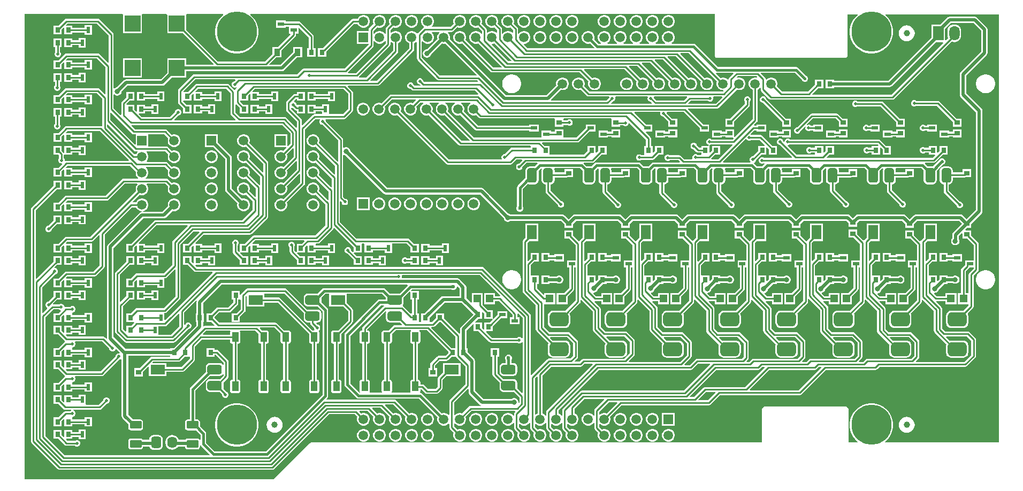
<source format=gtl>
G04*
G04 #@! TF.GenerationSoftware,Altium Limited,Altium Designer,22.8.2 (66)*
G04*
G04 Layer_Physical_Order=1*
G04 Layer_Color=255*
%FSLAX25Y25*%
%MOIN*%
G70*
G04*
G04 #@! TF.SameCoordinates,212F37CB-D32F-4CA9-9F40-9CB884434D69*
G04*
G04*
G04 #@! TF.FilePolarity,Positive*
G04*
G01*
G75*
%ADD16C,0.01000*%
%ADD17R,0.03150X0.03347*%
%ADD18R,0.09843X0.09843*%
%ADD19R,0.03937X0.02362*%
%ADD20R,0.02362X0.03937*%
%ADD21R,0.04724X0.05118*%
%ADD22R,0.03347X0.03150*%
%ADD23R,0.03583X0.04500*%
G04:AMPARAMS|DCode=24|XSize=47.24mil|YSize=71.65mil|CornerRadius=5.91mil|HoleSize=0mil|Usage=FLASHONLY|Rotation=270.000|XOffset=0mil|YOffset=0mil|HoleType=Round|Shape=RoundedRectangle|*
%AMROUNDEDRECTD24*
21,1,0.04724,0.05984,0,0,270.0*
21,1,0.03543,0.07165,0,0,270.0*
1,1,0.01181,-0.02992,-0.01772*
1,1,0.01181,-0.02992,0.01772*
1,1,0.01181,0.02992,0.01772*
1,1,0.01181,0.02992,-0.01772*
%
%ADD24ROUNDEDRECTD24*%
G04:AMPARAMS|DCode=25|XSize=90mil|YSize=60mil|CornerRadius=15mil|HoleSize=0mil|Usage=FLASHONLY|Rotation=0.000|XOffset=0mil|YOffset=0mil|HoleType=Round|Shape=RoundedRectangle|*
%AMROUNDEDRECTD25*
21,1,0.09000,0.03000,0,0,0.0*
21,1,0.06000,0.06000,0,0,0.0*
1,1,0.03000,0.03000,-0.01500*
1,1,0.03000,-0.03000,-0.01500*
1,1,0.03000,-0.03000,0.01500*
1,1,0.03000,0.03000,0.01500*
%
%ADD25ROUNDEDRECTD25*%
%ADD26R,0.09000X0.06000*%
G04:AMPARAMS|DCode=27|XSize=62.99mil|YSize=43.31mil|CornerRadius=4.33mil|HoleSize=0mil|Usage=FLASHONLY|Rotation=270.000|XOffset=0mil|YOffset=0mil|HoleType=Round|Shape=RoundedRectangle|*
%AMROUNDEDRECTD27*
21,1,0.06299,0.03465,0,0,270.0*
21,1,0.05433,0.04331,0,0,270.0*
1,1,0.00866,-0.01732,-0.02717*
1,1,0.00866,-0.01732,0.02717*
1,1,0.00866,0.01732,0.02717*
1,1,0.00866,0.01732,-0.02717*
%
%ADD27ROUNDEDRECTD27*%
G04:AMPARAMS|DCode=28|XSize=90mil|YSize=60mil|CornerRadius=15mil|HoleSize=0mil|Usage=FLASHONLY|Rotation=90.000|XOffset=0mil|YOffset=0mil|HoleType=Round|Shape=RoundedRectangle|*
%AMROUNDEDRECTD28*
21,1,0.09000,0.03000,0,0,90.0*
21,1,0.06000,0.06000,0,0,90.0*
1,1,0.03000,0.01500,0.03000*
1,1,0.03000,0.01500,-0.03000*
1,1,0.03000,-0.01500,-0.03000*
1,1,0.03000,-0.01500,0.03000*
%
%ADD28ROUNDEDRECTD28*%
%ADD29R,0.06000X0.09000*%
%ADD52C,0.02362*%
%ADD55C,0.03937*%
%ADD56C,0.02000*%
%ADD57C,0.01500*%
%ADD58R,0.05906X0.05906*%
%ADD59C,0.05906*%
G04:AMPARAMS|DCode=60|XSize=86.61mil|YSize=118.11mil|CornerRadius=21.65mil|HoleSize=0mil|Usage=FLASHONLY|Rotation=90.000|XOffset=0mil|YOffset=0mil|HoleType=Round|Shape=RoundedRectangle|*
%AMROUNDEDRECTD60*
21,1,0.08661,0.07480,0,0,90.0*
21,1,0.04331,0.11811,0,0,90.0*
1,1,0.04331,0.03740,0.02165*
1,1,0.04331,0.03740,-0.02165*
1,1,0.04331,-0.03740,-0.02165*
1,1,0.04331,-0.03740,0.02165*
%
%ADD60ROUNDEDRECTD60*%
%ADD61O,0.06500X0.09000*%
%ADD62R,0.06500X0.09000*%
%ADD63O,0.06299X0.07087*%
G04:AMPARAMS|DCode=64|XSize=62.99mil|YSize=70.87mil|CornerRadius=15.75mil|HoleSize=0mil|Usage=FLASHONLY|Rotation=0.000|XOffset=0mil|YOffset=0mil|HoleType=Round|Shape=RoundedRectangle|*
%AMROUNDEDRECTD64*
21,1,0.06299,0.03937,0,0,0.0*
21,1,0.03150,0.07087,0,0,0.0*
1,1,0.03150,0.01575,-0.01968*
1,1,0.03150,-0.01575,-0.01968*
1,1,0.03150,-0.01575,0.01968*
1,1,0.03150,0.01575,0.01968*
%
%ADD64ROUNDEDRECTD64*%
%ADD65C,0.25000*%
%ADD66C,0.01968*%
%ADD67C,0.03150*%
G36*
X597567Y281045D02*
Y268167D01*
X584779Y255379D01*
X584337Y254717D01*
X584181Y253937D01*
Y241339D01*
X584337Y240558D01*
X584779Y239897D01*
X594417Y230258D01*
Y169447D01*
X588583Y163612D01*
X586186Y166009D01*
X585525Y166451D01*
X584744Y166606D01*
X556988D01*
X556208Y166451D01*
X555546Y166009D01*
X555546Y166009D01*
X553150Y163612D01*
X550753Y166009D01*
X550091Y166451D01*
X549311Y166606D01*
X520866D01*
X520086Y166451D01*
X519424Y166009D01*
X517667Y164252D01*
X515910Y166009D01*
X515249Y166451D01*
X514468Y166606D01*
X486122D01*
X485342Y166451D01*
X484680Y166009D01*
X484680Y166009D01*
X482283Y163612D01*
X479887Y166009D01*
X479225Y166451D01*
X478445Y166606D01*
X450689D01*
X449909Y166451D01*
X449247Y166009D01*
X449247Y166009D01*
X446850Y163612D01*
X444454Y166009D01*
X443792Y166451D01*
X443012Y166606D01*
X415256D01*
X414476Y166451D01*
X413814Y166009D01*
X413814Y166009D01*
X411417Y163612D01*
X409021Y166009D01*
X408359Y166451D01*
X407579Y166606D01*
X379823D01*
X379043Y166451D01*
X378381Y166009D01*
X378381Y166009D01*
X375984Y163612D01*
X373588Y166009D01*
X372926Y166451D01*
X372146Y166606D01*
X344390D01*
X343609Y166451D01*
X342948Y166009D01*
X342948Y166009D01*
X340551Y163612D01*
X338155Y166009D01*
X337493Y166451D01*
X336713Y166606D01*
X304358D01*
X304337Y166627D01*
X303750Y166966D01*
X303095Y167142D01*
X303065D01*
X287662Y182544D01*
X287001Y182986D01*
X286221Y183142D01*
X227616D01*
X204543Y206215D01*
Y206244D01*
X204368Y206899D01*
X204029Y207487D01*
X203550Y207966D01*
X202962Y208305D01*
X202308Y208480D01*
X201629D01*
X200975Y208305D01*
X200581Y208077D01*
X200081Y208325D01*
Y213260D01*
X199964Y213845D01*
X199633Y214341D01*
X189386Y224588D01*
Y224804D01*
X189084Y225533D01*
X189049Y225568D01*
X189241Y226030D01*
X200787D01*
X201373Y226146D01*
X201869Y226478D01*
X205806Y230415D01*
X206137Y230911D01*
X206254Y231496D01*
Y242520D01*
X206137Y243105D01*
X205806Y243601D01*
X203036Y246371D01*
X203227Y246833D01*
X221591D01*
X222176Y246949D01*
X222672Y247281D01*
X243877Y268485D01*
X244208Y268982D01*
X244325Y269567D01*
Y273248D01*
X245222Y273766D01*
X245608Y274152D01*
X246108Y273945D01*
Y263779D01*
X246225Y263194D01*
X246556Y262698D01*
X258698Y250556D01*
X259194Y250225D01*
X259780Y250108D01*
X283628D01*
X284107Y249629D01*
X283916Y249167D01*
X250634D01*
X250016Y249785D01*
Y250001D01*
X249714Y250730D01*
X249155Y251289D01*
X248426Y251590D01*
X247637D01*
X246907Y251289D01*
X246349Y250730D01*
X246047Y250001D01*
Y249212D01*
X246349Y248482D01*
X246907Y247924D01*
X247637Y247622D01*
X247853D01*
X248208Y247267D01*
X248017Y246805D01*
X244596D01*
X244078Y247324D01*
X243808Y247974D01*
X243250Y248533D01*
X242521Y248835D01*
X241731D01*
X241002Y248533D01*
X240444Y247974D01*
X240142Y247245D01*
Y246456D01*
X240444Y245726D01*
X241002Y245168D01*
X241731Y244866D01*
X242209D01*
X242881Y244194D01*
X243378Y243863D01*
X243963Y243746D01*
X282437D01*
X284399Y241785D01*
X284153Y241324D01*
X284148Y241325D01*
X229953D01*
X229367Y241208D01*
X228871Y240877D01*
X223963Y235968D01*
X222961Y236236D01*
X221921D01*
X220915Y235967D01*
X220014Y235447D01*
X219278Y234711D01*
X218758Y233809D01*
X218488Y232804D01*
Y231763D01*
X218758Y230758D01*
X219278Y229856D01*
X220014Y229120D01*
X220915Y228600D01*
X221921Y228331D01*
X222961D01*
X223967Y228600D01*
X224868Y229120D01*
X225604Y229856D01*
X226124Y230758D01*
X226394Y231763D01*
Y232804D01*
X226125Y233805D01*
X230586Y238266D01*
X245292D01*
X245484Y237804D01*
X243648Y235968D01*
X242646Y236236D01*
X241606D01*
X240600Y235967D01*
X239699Y235447D01*
X238963Y234711D01*
X238443Y233809D01*
X238173Y232804D01*
Y231763D01*
X238443Y230758D01*
X238963Y229856D01*
X239699Y229120D01*
X240600Y228600D01*
X241606Y228331D01*
X242646D01*
X243652Y228600D01*
X244553Y229120D01*
X245289Y229856D01*
X245809Y230758D01*
X246079Y231763D01*
Y232804D01*
X245811Y233805D01*
X248271Y236266D01*
X249961D01*
X250095Y235766D01*
X249541Y235447D01*
X248805Y234711D01*
X248285Y233809D01*
X248016Y232804D01*
Y231763D01*
X248285Y230758D01*
X248805Y229856D01*
X249541Y229120D01*
X250443Y228600D01*
X251448Y228331D01*
X252489D01*
X253490Y228599D01*
X272147Y209942D01*
X272643Y209611D01*
X273228Y209494D01*
X316466D01*
X316913Y209366D01*
Y208222D01*
X305272D01*
X304686Y208106D01*
X304190Y207774D01*
X300609Y204193D01*
X300393D01*
X299663Y203891D01*
X299105Y203333D01*
X298803Y202603D01*
Y201814D01*
X299040Y201242D01*
X298795Y200742D01*
X265988D01*
X235968Y230762D01*
X236236Y231763D01*
Y232804D01*
X235967Y233809D01*
X235447Y234711D01*
X234711Y235447D01*
X233809Y235967D01*
X232804Y236236D01*
X231763D01*
X230758Y235967D01*
X229856Y235447D01*
X229120Y234711D01*
X228600Y233809D01*
X228331Y232804D01*
Y231763D01*
X228600Y230758D01*
X229120Y229856D01*
X229856Y229120D01*
X230758Y228600D01*
X231763Y228331D01*
X232804D01*
X233805Y228599D01*
X264273Y198131D01*
X264769Y197800D01*
X265354Y197683D01*
X304331D01*
X304916Y197800D01*
X305412Y198131D01*
X308134Y200853D01*
X311492D01*
X311684Y200391D01*
X309659Y198367D01*
X309443D01*
X308714Y198065D01*
X308156Y197507D01*
X307854Y196777D01*
Y195988D01*
X308156Y195259D01*
X308714Y194701D01*
X309443Y194398D01*
X310232D01*
X310962Y194701D01*
X311520Y195259D01*
X311822Y195988D01*
Y196204D01*
X314471Y198853D01*
X321033D01*
X321101Y198760D01*
X321220Y198353D01*
X319356Y196490D01*
X319335Y196494D01*
X316335D01*
X315359Y196300D01*
X314532Y195747D01*
X313980Y194920D01*
X313786Y193945D01*
Y189419D01*
X308975Y184608D01*
X308588Y184029D01*
X308452Y183346D01*
Y171773D01*
X308387Y171708D01*
X308055Y170906D01*
Y170039D01*
X308387Y169237D01*
X309001Y168623D01*
X309802Y168291D01*
X310670D01*
X311472Y168623D01*
X312085Y169237D01*
X312417Y170039D01*
Y170906D01*
X312085Y171708D01*
X312020Y171773D01*
Y182607D01*
X315146Y185733D01*
X315359Y185590D01*
X316335Y185396D01*
X319335D01*
X320310Y185590D01*
X321137Y186143D01*
X321690Y186969D01*
X321884Y187945D01*
Y193945D01*
X321879Y193966D01*
X323273Y195360D01*
X323723Y195321D01*
X323987Y194959D01*
X323978Y194911D01*
X323786Y193945D01*
Y187945D01*
X323980Y186969D01*
X324532Y186143D01*
X325359Y185590D01*
X326305Y185402D01*
Y180786D01*
X326422Y180201D01*
X326753Y179704D01*
X333854Y172604D01*
Y172388D01*
X334156Y171659D01*
X334714Y171100D01*
X335443Y170798D01*
X336232D01*
X336962Y171100D01*
X337520Y171659D01*
X337822Y172388D01*
Y173177D01*
X337520Y173907D01*
X336962Y174465D01*
X336232Y174767D01*
X336016D01*
X329364Y181419D01*
Y185402D01*
X330310Y185590D01*
X331137Y186143D01*
X331690Y186969D01*
X331884Y187945D01*
Y189719D01*
X339476D01*
X339624Y189748D01*
X343224D01*
Y194898D01*
X337878D01*
Y192777D01*
X331884D01*
Y193945D01*
X331692Y194911D01*
X331674Y195001D01*
X331956Y195411D01*
X347779D01*
X349223Y193966D01*
X349219Y193945D01*
Y187945D01*
X349413Y186969D01*
X349965Y186143D01*
X350792Y185590D01*
X351768Y185396D01*
X354768D01*
X355743Y185590D01*
X356570Y186143D01*
X357123Y186969D01*
X357317Y187945D01*
Y193945D01*
X357312Y193966D01*
X358706Y195360D01*
X359156Y195321D01*
X359420Y194959D01*
X359411Y194911D01*
X359219Y193945D01*
Y187945D01*
X359413Y186969D01*
X359965Y186143D01*
X360792Y185590D01*
X361738Y185402D01*
Y180653D01*
X361855Y180068D01*
X362186Y179571D01*
X369354Y172404D01*
Y172188D01*
X369656Y171459D01*
X370214Y170900D01*
X370943Y170598D01*
X371732D01*
X372462Y170900D01*
X373020Y171459D01*
X373322Y172188D01*
Y172977D01*
X373020Y173707D01*
X372462Y174265D01*
X371732Y174567D01*
X371516D01*
X364797Y181286D01*
Y185402D01*
X365743Y185590D01*
X366570Y186143D01*
X367123Y186969D01*
X367317Y187945D01*
Y189719D01*
X374909D01*
X375057Y189748D01*
X378658D01*
Y194898D01*
X373311D01*
Y192777D01*
X367317D01*
Y193945D01*
X367125Y194911D01*
X367107Y195001D01*
X367389Y195411D01*
X383212D01*
X384656Y193966D01*
X384652Y193945D01*
Y187945D01*
X384846Y186969D01*
X385398Y186143D01*
X386225Y185590D01*
X387201Y185396D01*
X390201D01*
X391176Y185590D01*
X392003Y186143D01*
X392556Y186969D01*
X392750Y187945D01*
Y193945D01*
X392745Y193966D01*
X394139Y195360D01*
X394589Y195321D01*
X394853Y194959D01*
X394844Y194911D01*
X394652Y193945D01*
Y187945D01*
X394846Y186969D01*
X395398Y186143D01*
X396225Y185590D01*
X397171Y185402D01*
Y180039D01*
X397288Y179454D01*
X397619Y178958D01*
X404354Y172224D01*
Y172088D01*
X404656Y171359D01*
X405214Y170800D01*
X405943Y170498D01*
X406733D01*
X407462Y170800D01*
X408020Y171359D01*
X408322Y172088D01*
Y172877D01*
X408020Y173607D01*
X407462Y174165D01*
X406733Y174467D01*
X406436D01*
X400230Y180673D01*
Y185402D01*
X401176Y185590D01*
X402003Y186143D01*
X402556Y186969D01*
X402750Y187945D01*
Y189719D01*
X410343D01*
X410490Y189748D01*
X414091D01*
Y194898D01*
X408744D01*
Y192777D01*
X402750D01*
Y193945D01*
X402558Y194911D01*
X402540Y195001D01*
X402822Y195411D01*
X418645D01*
X420089Y193966D01*
X420085Y193945D01*
Y187945D01*
X420279Y186969D01*
X420831Y186143D01*
X421658Y185590D01*
X422634Y185396D01*
X425634D01*
X426609Y185590D01*
X427436Y186143D01*
X427989Y186969D01*
X428183Y187945D01*
Y193945D01*
X428179Y193966D01*
X429572Y195360D01*
X430022Y195321D01*
X430287Y194959D01*
X430277Y194911D01*
X430085Y193945D01*
Y187945D01*
X430279Y186969D01*
X430831Y186143D01*
X431658Y185590D01*
X432605Y185402D01*
Y180487D01*
X432721Y179901D01*
X433052Y179405D01*
X440154Y172304D01*
Y172088D01*
X440456Y171359D01*
X441014Y170800D01*
X441743Y170498D01*
X442532D01*
X443262Y170800D01*
X443820Y171359D01*
X444122Y172088D01*
Y172877D01*
X443820Y173607D01*
X443262Y174165D01*
X442532Y174467D01*
X442316D01*
X435663Y181120D01*
Y185402D01*
X436609Y185590D01*
X437436Y186143D01*
X437989Y186969D01*
X438183Y187945D01*
Y189719D01*
X445776D01*
X445923Y189748D01*
X449524D01*
Y194898D01*
X444177D01*
Y192777D01*
X438183D01*
Y193945D01*
X437991Y194911D01*
X437973Y195001D01*
X438255Y195411D01*
X454078D01*
X455522Y193966D01*
X455518Y193945D01*
Y187945D01*
X455712Y186969D01*
X456264Y186143D01*
X457092Y185590D01*
X458067Y185396D01*
X461067D01*
X462042Y185590D01*
X462869Y186143D01*
X463422Y186969D01*
X463616Y187945D01*
Y193945D01*
X463612Y193966D01*
X465005Y195360D01*
X465456Y195321D01*
X465720Y194959D01*
X465710Y194911D01*
X465518Y193945D01*
Y187945D01*
X465712Y186969D01*
X466264Y186143D01*
X467092Y185590D01*
X468038Y185402D01*
Y181220D01*
X468154Y180635D01*
X468485Y180139D01*
X475969Y172656D01*
Y172440D01*
X476271Y171711D01*
X476829Y171152D01*
X477558Y170850D01*
X478347D01*
X479077Y171152D01*
X479635Y171711D01*
X479937Y172440D01*
Y173229D01*
X479635Y173959D01*
X479077Y174517D01*
X478347Y174819D01*
X478131D01*
X471096Y181854D01*
Y185402D01*
X472042Y185590D01*
X472869Y186143D01*
X473422Y186969D01*
X473616Y187945D01*
Y189719D01*
X481209D01*
X481356Y189748D01*
X484957D01*
Y194898D01*
X479610D01*
Y192777D01*
X473616D01*
Y193945D01*
X473424Y194911D01*
X473406Y195001D01*
X473688Y195411D01*
X489511D01*
X490955Y193966D01*
X490951Y193945D01*
Y187945D01*
X491145Y186969D01*
X491698Y186143D01*
X492525Y185590D01*
X493500Y185396D01*
X496500D01*
X497475Y185590D01*
X498302Y186143D01*
X498855Y186969D01*
X499049Y187945D01*
Y193945D01*
X499045Y193966D01*
X500438Y195360D01*
X500889Y195321D01*
X501153Y194959D01*
X501143Y194911D01*
X500951Y193945D01*
Y187945D01*
X501145Y186969D01*
X501698Y186143D01*
X502525Y185590D01*
X503471Y185402D01*
Y181220D01*
X503587Y180635D01*
X503919Y180139D01*
X511402Y172656D01*
Y172440D01*
X511704Y171711D01*
X512262Y171152D01*
X512991Y170850D01*
X513780D01*
X514510Y171152D01*
X515068Y171711D01*
X515370Y172440D01*
Y173229D01*
X515068Y173959D01*
X514510Y174517D01*
X513780Y174819D01*
X513564D01*
X506529Y181854D01*
Y185402D01*
X507476Y185590D01*
X508302Y186143D01*
X508855Y186969D01*
X509049Y187945D01*
Y189719D01*
X516642D01*
X516789Y189748D01*
X520390D01*
Y194898D01*
X515043D01*
Y192777D01*
X509049D01*
Y193945D01*
X508857Y194911D01*
X508839Y195001D01*
X509121Y195411D01*
X524944D01*
X526388Y193966D01*
X526384Y193945D01*
Y187945D01*
X526578Y186969D01*
X527131Y186143D01*
X527958Y185590D01*
X528933Y185396D01*
X531933D01*
X532908Y185590D01*
X533736Y186143D01*
X534288Y186969D01*
X534482Y187945D01*
Y193945D01*
X534478Y193966D01*
X535871Y195360D01*
X536322Y195321D01*
X536586Y194959D01*
X536576Y194911D01*
X536384Y193945D01*
Y187945D01*
X536578Y186969D01*
X537131Y186143D01*
X537958Y185590D01*
X538904Y185402D01*
Y181220D01*
X539020Y180635D01*
X539352Y180139D01*
X546835Y172656D01*
Y172440D01*
X547137Y171711D01*
X547695Y171152D01*
X548424Y170850D01*
X549214D01*
X549943Y171152D01*
X550501Y171711D01*
X550803Y172440D01*
Y173229D01*
X550501Y173959D01*
X549943Y174517D01*
X549214Y174819D01*
X548997D01*
X541962Y181854D01*
Y185402D01*
X542908Y185590D01*
X543736Y186143D01*
X544288Y186969D01*
X544482Y187945D01*
Y189719D01*
X552075D01*
X552223Y189748D01*
X555823D01*
Y194898D01*
X550476D01*
Y192777D01*
X544482D01*
Y193945D01*
X544290Y194911D01*
X544272Y195001D01*
X544554Y195411D01*
X560377D01*
X561821Y193966D01*
X561817Y193945D01*
Y187945D01*
X562011Y186969D01*
X562564Y186143D01*
X563391Y185590D01*
X564366Y185396D01*
X567366D01*
X568342Y185590D01*
X569169Y186143D01*
X569721Y186969D01*
X569915Y187945D01*
Y193870D01*
X573698Y197653D01*
X574352Y197924D01*
X574910Y198482D01*
X575213Y199212D01*
Y200001D01*
X574910Y200730D01*
X574352Y201289D01*
X573623Y201591D01*
X572834D01*
X572104Y201289D01*
X571546Y200730D01*
X571417Y200419D01*
X567471Y196473D01*
X567366Y196494D01*
X564366D01*
X564345Y196490D01*
X562581Y198253D01*
X562788Y198753D01*
X567901D01*
X568486Y198870D01*
X568982Y199201D01*
X573801Y204020D01*
X576787D01*
Y209366D01*
X571638D01*
Y206183D01*
X570556Y205101D01*
X570094Y205293D01*
Y209366D01*
X564945D01*
Y208222D01*
X562694D01*
X562541Y208375D01*
X561812Y208677D01*
X561023D01*
X560293Y208375D01*
X559735Y207817D01*
X559433Y207088D01*
Y206298D01*
X559735Y205569D01*
X560293Y205011D01*
X561023Y204709D01*
X561812D01*
X562541Y205011D01*
X562694Y205164D01*
X564945D01*
Y204020D01*
X568822D01*
X569013Y203558D01*
X567267Y201812D01*
X501380D01*
X501189Y202274D01*
X502935Y204020D01*
X505921D01*
Y209366D01*
X500772D01*
Y206183D01*
X499690Y205101D01*
X499228Y205293D01*
Y209366D01*
X494079D01*
Y208222D01*
X491828D01*
X491675Y208375D01*
X490946Y208677D01*
X490157D01*
X489427Y208375D01*
X488869Y207817D01*
X488567Y207088D01*
Y206298D01*
X488869Y205569D01*
X489427Y205011D01*
X490157Y204709D01*
X490946D01*
X491675Y205011D01*
X491828Y205164D01*
X494079D01*
Y204020D01*
X493632Y203892D01*
X482523D01*
X477088Y209327D01*
X477295Y209827D01*
X477560D01*
X478289Y210129D01*
X478442Y210282D01*
X533126D01*
X533580Y209828D01*
X533389Y209366D01*
X529512D01*
Y208222D01*
X527655D01*
X527502Y208375D01*
X526773Y208677D01*
X525983D01*
X525254Y208375D01*
X524696Y207817D01*
X524394Y207088D01*
Y206298D01*
X524696Y205569D01*
X525254Y205011D01*
X525983Y204709D01*
X526773D01*
X527502Y205011D01*
X527655Y205164D01*
X529512D01*
Y204020D01*
X534661D01*
Y208093D01*
X535123Y208285D01*
X536205Y207203D01*
Y204020D01*
X541354D01*
Y209366D01*
X538368D01*
X534841Y212893D01*
X534345Y213224D01*
X533760Y213340D01*
X478442D01*
X478289Y213493D01*
X477560Y213795D01*
X476771D01*
X476041Y213493D01*
X475483Y212935D01*
X475181Y212206D01*
Y212151D01*
X474686Y211928D01*
X474425Y212131D01*
Y212206D01*
X474123Y212935D01*
X473565Y213493D01*
X472836Y213795D01*
X472046D01*
X471317Y213493D01*
X470759Y212935D01*
X470457Y212206D01*
Y211416D01*
X470759Y210687D01*
X471317Y210129D01*
X472046Y209827D01*
X472262D01*
X479815Y202274D01*
X479624Y201812D01*
X462415D01*
X462262Y201965D01*
X461532Y202267D01*
X460743D01*
X460014Y201965D01*
X459456Y201407D01*
X459154Y200677D01*
Y199888D01*
X459456Y199159D01*
X460014Y198600D01*
X460743Y198298D01*
X461532D01*
X462183Y198568D01*
X462365Y198566D01*
X462434Y198543D01*
X462570Y197971D01*
X461088Y196490D01*
X461067Y196494D01*
X458067D01*
X458046Y196490D01*
X456147Y198388D01*
X456147Y198693D01*
X456224Y198961D01*
X456562Y199100D01*
X457120Y199659D01*
X457422Y200388D01*
Y200633D01*
X460809Y204020D01*
X463795D01*
Y208093D01*
X464257Y208285D01*
X465339Y207203D01*
Y204020D01*
X470488D01*
Y209366D01*
X467501D01*
X461219Y215648D01*
X460723Y215980D01*
X460138Y216096D01*
X454426D01*
X454274Y216249D01*
X454129Y216309D01*
X454032Y216799D01*
X456175Y218943D01*
X457661D01*
Y218291D01*
X463598D01*
Y222654D01*
X457661D01*
Y222002D01*
X456314D01*
X456123Y222464D01*
X457853Y224194D01*
X458185Y224690D01*
X458301Y225276D01*
Y244350D01*
X459199Y244868D01*
X459782Y245451D01*
X460282Y245244D01*
Y244488D01*
X460398Y243903D01*
X460730Y243407D01*
X465485Y238651D01*
X465982Y238319D01*
X466567Y238203D01*
X542321D01*
X542906Y238319D01*
X543402Y238651D01*
X579143Y274391D01*
X579757Y274137D01*
X580866Y273991D01*
X581976Y274137D01*
X583009Y274565D01*
X583897Y275246D01*
X584579Y276134D01*
X585007Y277168D01*
X585153Y278278D01*
Y280778D01*
X585007Y281887D01*
X584579Y282921D01*
X583897Y283809D01*
X583009Y284490D01*
X581976Y284918D01*
X580866Y285064D01*
X579757Y284918D01*
X578723Y284490D01*
X577835Y283809D01*
X577154Y282921D01*
X576726Y281887D01*
X576580Y280778D01*
Y278278D01*
X576726Y277168D01*
X576980Y276554D01*
X575578Y275152D01*
X575116Y275344D01*
Y282144D01*
X578728Y285756D01*
X592856D01*
X597567Y281045D01*
D02*
G37*
G36*
X260137Y279860D02*
X259632Y279356D01*
X259112Y278455D01*
X258842Y277449D01*
Y276409D01*
X258913Y276147D01*
X252270Y269504D01*
X252023D01*
X251368Y269328D01*
X250781Y268989D01*
X250302Y268510D01*
X249963Y267923D01*
X249787Y267268D01*
Y266590D01*
X249963Y265935D01*
X250302Y265348D01*
X250781Y264869D01*
X251368Y264530D01*
X252023Y264354D01*
X252701D01*
X253356Y264530D01*
X253943Y264869D01*
X254423Y265348D01*
X254762Y265935D01*
X254869Y266335D01*
X261671Y273138D01*
X262275Y272976D01*
X263316D01*
X263748Y273092D01*
X283211Y253629D01*
X283020Y253167D01*
X260413D01*
X249167Y264413D01*
Y274377D01*
X249406Y274441D01*
X249667Y274467D01*
X250368Y273766D01*
X251270Y273246D01*
X252275Y272976D01*
X253316D01*
X254321Y273246D01*
X255222Y273766D01*
X255958Y274502D01*
X256479Y275403D01*
X256748Y276409D01*
Y277449D01*
X256479Y278455D01*
X255958Y279356D01*
X255454Y279860D01*
X255661Y280360D01*
X259929D01*
X260137Y279860D01*
D02*
G37*
G36*
X431541Y265748D02*
X431658Y265163D01*
X431989Y264667D01*
X432486Y264335D01*
X433071Y264219D01*
X512795D01*
X513381Y264335D01*
X513877Y264667D01*
X514208Y265163D01*
X514325Y265748D01*
Y291353D01*
X520545D01*
X520700Y290878D01*
X520497Y290730D01*
X518994Y289228D01*
X517745Y287509D01*
X516780Y285615D01*
X516124Y283594D01*
X515791Y281495D01*
Y279371D01*
X516124Y277272D01*
X516780Y275251D01*
X517745Y273358D01*
X518994Y271638D01*
X520497Y270136D01*
X522216Y268887D01*
X524109Y267922D01*
X526130Y267266D01*
X528229Y266933D01*
X530354D01*
X532453Y267266D01*
X534474Y267922D01*
X536367Y268887D01*
X538086Y270136D01*
X539589Y271638D01*
X540838Y273358D01*
X541802Y275251D01*
X542459Y277272D01*
X542791Y279371D01*
Y281495D01*
X542459Y283594D01*
X541802Y285615D01*
X540838Y287509D01*
X539589Y289228D01*
X538086Y290730D01*
X537883Y290878D01*
X538038Y291353D01*
X608707D01*
X608707Y24412D01*
X537899D01*
X537744Y24888D01*
X538086Y25136D01*
X539589Y26638D01*
X540838Y28357D01*
X541802Y30251D01*
X542459Y32272D01*
X542791Y34371D01*
Y36496D01*
X542459Y38594D01*
X541802Y40615D01*
X540838Y42509D01*
X539589Y44228D01*
X538086Y45730D01*
X536367Y46979D01*
X534474Y47944D01*
X532453Y48601D01*
X530354Y48933D01*
X528229D01*
X526130Y48601D01*
X524109Y47944D01*
X522216Y46979D01*
X520497Y45730D01*
X518994Y44228D01*
X517745Y42509D01*
X516780Y40615D01*
X516124Y38594D01*
X515791Y36496D01*
Y34371D01*
X516124Y32272D01*
X516780Y30251D01*
X517745Y28357D01*
X518994Y26638D01*
X520497Y25136D01*
X520838Y24888D01*
X520684Y24412D01*
X514915D01*
Y45276D01*
X514799Y45861D01*
X514467Y46357D01*
X513971Y46689D01*
X513386Y46805D01*
X462598D01*
X462013Y46689D01*
X461517Y46357D01*
X461186Y45861D01*
X461069Y45276D01*
Y24412D01*
X180363D01*
X179778Y24296D01*
X179281Y23964D01*
X156847Y1529D01*
X1529D01*
X1529Y291453D01*
X62517Y291453D01*
X62976Y290953D01*
Y279512D01*
X74819D01*
Y290953D01*
X74819Y291354D01*
X75278Y291453D01*
X90076D01*
X90535Y290953D01*
Y279512D01*
X100215D01*
X119352Y260375D01*
X119160Y259913D01*
X102378D01*
Y263795D01*
X90535D01*
Y254837D01*
X86557Y250858D01*
X64961D01*
X64961Y250858D01*
X64180Y250703D01*
X63519Y250261D01*
X59140Y245882D01*
X59110D01*
X58455Y245706D01*
X57868Y245367D01*
X57604Y245104D01*
X57104Y245311D01*
Y278677D01*
X56988Y279262D01*
X56656Y279759D01*
X48325Y288089D01*
X47829Y288421D01*
X47244Y288537D01*
X27657D01*
X27072Y288421D01*
X26576Y288089D01*
X22656Y284169D01*
X19669D01*
Y278823D01*
X24819D01*
Y282006D01*
X25900Y283088D01*
X26362Y282896D01*
Y278823D01*
X31512D01*
Y279967D01*
X39158D01*
Y278528D01*
X43520D01*
Y284465D01*
X39158D01*
Y283026D01*
X31512D01*
Y284169D01*
X27635D01*
X27444Y284631D01*
X28291Y285478D01*
X46611D01*
X54045Y278044D01*
Y261369D01*
X53584Y261178D01*
X48325Y266436D01*
X47829Y266767D01*
X47244Y266884D01*
X27657D01*
X27072Y266767D01*
X26576Y266436D01*
X22656Y262516D01*
X19669D01*
Y257169D01*
X24819D01*
Y260353D01*
X25900Y261434D01*
X26362Y261243D01*
Y257169D01*
X31512D01*
Y258313D01*
X39158D01*
Y256874D01*
X43520D01*
Y262811D01*
X39158D01*
Y261372D01*
X31512D01*
Y262516D01*
X27635D01*
X27444Y262978D01*
X28291Y263825D01*
X46611D01*
X52045Y258390D01*
Y241716D01*
X51583Y241524D01*
X48326Y244782D01*
X47829Y245114D01*
X47244Y245230D01*
X27657D01*
X27072Y245114D01*
X26576Y244782D01*
X22656Y240862D01*
X19669D01*
Y235516D01*
X24819D01*
Y238699D01*
X25900Y239781D01*
X26362Y239589D01*
Y235516D01*
X31512D01*
Y236660D01*
X39158D01*
Y235221D01*
X43520D01*
Y241158D01*
X39158D01*
Y239718D01*
X31512D01*
Y240862D01*
X27635D01*
X27444Y241324D01*
X28291Y242171D01*
X46611D01*
X50045Y238737D01*
Y221785D01*
X49545Y221513D01*
X49068Y221608D01*
X27657D01*
X27072Y221492D01*
X26576Y221160D01*
X22656Y217240D01*
X19669D01*
Y211894D01*
X24819D01*
Y215077D01*
X25900Y216159D01*
X26362Y215967D01*
Y211894D01*
X31512D01*
Y213037D01*
X39158D01*
Y211598D01*
X43520D01*
Y217535D01*
X39158D01*
Y216096D01*
X31512D01*
Y217240D01*
X27635D01*
X27444Y217702D01*
X28291Y218549D01*
X48434D01*
X66567Y200416D01*
X66376Y199955D01*
X27657D01*
X27072Y199838D01*
X26959Y199762D01*
X26709Y199896D01*
X26516Y200068D01*
Y200788D01*
X26214Y201518D01*
X26061Y201671D01*
Y203644D01*
X26362Y204020D01*
X26561Y204020D01*
X31512D01*
Y205164D01*
X35417D01*
Y203724D01*
X39779D01*
Y209661D01*
X35417D01*
Y208222D01*
X31512D01*
Y209366D01*
X26362D01*
Y205157D01*
X25862Y205013D01*
X25613Y205386D01*
X24819Y206180D01*
Y209366D01*
X19669D01*
Y204020D01*
X22653D01*
X23002Y203671D01*
Y201671D01*
X22849Y201518D01*
X22547Y200788D01*
Y199999D01*
X22849Y199270D01*
X23407Y198712D01*
X24137Y198409D01*
X24772D01*
X25016Y197947D01*
X22656Y195587D01*
X19669D01*
Y190240D01*
X24819D01*
Y193424D01*
X25900Y194505D01*
X26362Y194314D01*
Y190240D01*
X31512D01*
Y191384D01*
X39158D01*
Y189945D01*
X43520D01*
Y195882D01*
X39158D01*
Y194443D01*
X31512D01*
Y195587D01*
X27635D01*
X27444Y196049D01*
X28291Y196896D01*
X67259D01*
X70890Y193265D01*
X70850Y193119D01*
Y192078D01*
X71120Y191073D01*
X71640Y190171D01*
X72376Y189435D01*
X72473Y189380D01*
X72338Y188880D01*
X63480D01*
X62895Y188763D01*
X62399Y188432D01*
X52268Y178301D01*
X27657D01*
X27072Y178185D01*
X26576Y177853D01*
X22656Y173933D01*
X19669D01*
Y168587D01*
X24819D01*
Y171770D01*
X25900Y172852D01*
X26362Y172660D01*
Y168587D01*
X31512D01*
Y169730D01*
X39158D01*
Y168291D01*
X43520D01*
Y174228D01*
X39158D01*
Y172789D01*
X31512D01*
Y173933D01*
X27635D01*
X27444Y174395D01*
X28291Y175242D01*
X52901D01*
X53487Y175359D01*
X53983Y175690D01*
X64113Y185821D01*
X71729D01*
X71936Y185321D01*
X71640Y185026D01*
X71120Y184124D01*
X70850Y183119D01*
Y182078D01*
X71119Y181077D01*
X42752Y152710D01*
X27657D01*
X27072Y152594D01*
X26576Y152263D01*
X22656Y148343D01*
X19669D01*
Y142996D01*
X24819D01*
Y146180D01*
X25900Y147261D01*
X26362Y147070D01*
Y142996D01*
X31512D01*
Y144140D01*
X39158D01*
Y142701D01*
X43520D01*
Y148638D01*
X39158D01*
Y147199D01*
X31512D01*
Y148343D01*
X27635D01*
X27444Y148804D01*
X28291Y149652D01*
X43386D01*
X43971Y149768D01*
X44467Y150100D01*
X48009Y153641D01*
X48471Y153450D01*
Y134886D01*
X44642Y131057D01*
X27657D01*
X27072Y130940D01*
X26576Y130609D01*
X22656Y126689D01*
X19669D01*
Y121343D01*
X24819D01*
Y124526D01*
X25900Y125608D01*
X26362Y125416D01*
Y121343D01*
X31512D01*
Y122486D01*
X39158D01*
Y121047D01*
X43520D01*
Y126984D01*
X39158D01*
Y125545D01*
X31512D01*
Y126689D01*
X27635D01*
X27444Y127151D01*
X28291Y127998D01*
X45276D01*
X45861Y128115D01*
X46357Y128446D01*
X51082Y133170D01*
X51413Y133667D01*
X51529Y134252D01*
Y154091D01*
X68507Y171069D01*
X71122D01*
X71640Y170171D01*
X72376Y169435D01*
X73277Y168915D01*
X74283Y168646D01*
X74577D01*
X74626Y168146D01*
X74023Y168026D01*
X73361Y167584D01*
X73361Y167584D01*
X53676Y147899D01*
X53234Y147237D01*
X53079Y146457D01*
Y89512D01*
X52625Y89258D01*
X51829Y90054D01*
X51333Y90385D01*
X50748Y90502D01*
X28295D01*
X27444Y91353D01*
X27635Y91815D01*
X31512D01*
Y92959D01*
X35417D01*
Y91520D01*
X39779D01*
Y97457D01*
X35417D01*
Y96018D01*
X31512D01*
Y97161D01*
X26362D01*
Y93088D01*
X25900Y92896D01*
X24819Y93978D01*
Y97161D01*
X19669D01*
Y91815D01*
X22656D01*
X26580Y87891D01*
X26766Y87767D01*
X26678Y87240D01*
X26182Y86908D01*
X22656Y83382D01*
X19669D01*
Y78035D01*
X24819D01*
Y81219D01*
X25900Y82300D01*
X26362Y82109D01*
Y78035D01*
X31512D01*
Y79179D01*
X39158D01*
Y77740D01*
X43520D01*
Y83677D01*
X39158D01*
Y82238D01*
X31512D01*
Y83382D01*
X31512D01*
X31607Y83842D01*
X31891D01*
X32620Y84145D01*
X33178Y84703D01*
X33480Y85432D01*
Y86221D01*
X33178Y86951D01*
X33148Y86981D01*
X33339Y87443D01*
X50115D01*
X54454Y83104D01*
Y82788D01*
X54756Y82059D01*
X55314Y81501D01*
X56043Y81198D01*
X56832D01*
X57562Y81501D01*
X58120Y82059D01*
X58330Y82567D01*
X58884Y82720D01*
X61112Y80492D01*
X60837Y80073D01*
X60830Y80067D01*
X60043D01*
X59314Y79765D01*
X58756Y79207D01*
X58454Y78477D01*
Y78261D01*
X49044Y68852D01*
X28291D01*
X27444Y69700D01*
X27635Y70161D01*
X31512D01*
Y71305D01*
X35417D01*
Y69866D01*
X39779D01*
Y75803D01*
X35417D01*
Y74364D01*
X31512D01*
Y75508D01*
X26362D01*
Y71434D01*
X25900Y71243D01*
X24819Y72324D01*
Y75508D01*
X19669D01*
Y70161D01*
X22656D01*
X26576Y66241D01*
X26767Y66114D01*
X26678Y65586D01*
X26182Y65255D01*
X22656Y61728D01*
X19669D01*
Y56382D01*
X24819D01*
Y59566D01*
X25900Y60647D01*
X26362Y60456D01*
Y56382D01*
X31512D01*
Y57526D01*
X39158D01*
Y56087D01*
X43520D01*
Y62024D01*
X39158D01*
Y60584D01*
X31512D01*
Y61728D01*
X31512D01*
X31607Y62189D01*
X31891D01*
X32620Y62491D01*
X33178Y63049D01*
X33480Y63779D01*
Y64568D01*
X33178Y65297D01*
X33144Y65332D01*
X33335Y65793D01*
X49678D01*
X50263Y65910D01*
X50759Y66241D01*
X60616Y76098D01*
X60833D01*
X61562Y76401D01*
X61634Y76473D01*
X62134Y76266D01*
Y40905D01*
X62289Y40125D01*
X62731Y39464D01*
X66252Y35943D01*
Y33661D01*
X66376Y33041D01*
X66727Y32515D01*
X67253Y32163D01*
X67874Y32040D01*
X73858D01*
X74479Y32163D01*
X75005Y32515D01*
X75357Y33041D01*
X75480Y33661D01*
Y37205D01*
X75357Y37825D01*
X75005Y38351D01*
X74479Y38703D01*
X73858Y38826D01*
X69136D01*
X66212Y41750D01*
Y78670D01*
X92504D01*
Y78035D01*
X92057Y77907D01*
X81004D01*
X80419Y77791D01*
X79922Y77459D01*
X73345Y70882D01*
X70161D01*
Y65732D01*
X75508D01*
Y68719D01*
X78684Y71895D01*
X79146Y71703D01*
Y65961D01*
X90146D01*
Y68431D01*
X99882D01*
X100467Y68548D01*
X100963Y68879D01*
X107381Y75296D01*
X107712Y75793D01*
X107829Y76378D01*
Y84406D01*
X112051Y88628D01*
X129681D01*
Y87441D01*
X129792Y86882D01*
X130109Y86408D01*
X130583Y86091D01*
X131142Y85980D01*
X131345D01*
Y63626D01*
X131142D01*
X130583Y63515D01*
X130109Y63199D01*
X129792Y62725D01*
X129681Y62165D01*
Y56732D01*
X129792Y56173D01*
X130109Y55699D01*
X130583Y55382D01*
X131142Y55271D01*
X134606D01*
X135166Y55382D01*
X135640Y55699D01*
X135956Y56173D01*
X136067Y56732D01*
Y62165D01*
X135956Y62725D01*
X135640Y63199D01*
X135166Y63515D01*
X134606Y63626D01*
X134403D01*
Y85980D01*
X134606D01*
X135166Y86091D01*
X135640Y86408D01*
X135956Y86882D01*
X136067Y87441D01*
Y92874D01*
X135956Y93433D01*
X135839Y93608D01*
X136106Y94108D01*
X145461D01*
X147397Y92172D01*
Y87441D01*
X147508Y86882D01*
X147825Y86408D01*
X148299Y86091D01*
X148858Y85980D01*
X149061D01*
Y63626D01*
X148858D01*
X148299Y63515D01*
X147825Y63199D01*
X147508Y62725D01*
X147397Y62165D01*
Y56732D01*
X147508Y56173D01*
X147825Y55699D01*
X148299Y55382D01*
X148858Y55271D01*
X152323D01*
X152882Y55382D01*
X153356Y55699D01*
X153673Y56173D01*
X153784Y56732D01*
Y62165D01*
X153673Y62725D01*
X153356Y63199D01*
X152882Y63515D01*
X152323Y63626D01*
X152120D01*
Y85980D01*
X152323D01*
X152882Y86091D01*
X153356Y86408D01*
X153673Y86882D01*
X153784Y87441D01*
Y92874D01*
X153673Y93433D01*
X153356Y93907D01*
X152882Y94224D01*
X152323Y94335D01*
X149560D01*
X148249Y95647D01*
X148440Y96108D01*
X157240D01*
X161177Y92172D01*
Y87441D01*
X161288Y86882D01*
X161605Y86408D01*
X162079Y86091D01*
X162638Y85980D01*
X162841D01*
Y63626D01*
X162638D01*
X162079Y63515D01*
X161605Y63199D01*
X161288Y62725D01*
X161177Y62165D01*
Y56732D01*
X161288Y56173D01*
X161605Y55699D01*
X162079Y55382D01*
X162638Y55271D01*
X166102D01*
X166662Y55382D01*
X167136Y55699D01*
X167452Y56173D01*
X167563Y56732D01*
Y62165D01*
X167452Y62725D01*
X167136Y63199D01*
X166662Y63515D01*
X166102Y63626D01*
X165900D01*
Y85980D01*
X166102D01*
X166662Y86091D01*
X167136Y86408D01*
X167452Y86882D01*
X167563Y87441D01*
Y92874D01*
X167452Y93433D01*
X167136Y93907D01*
X166662Y94224D01*
X166102Y94335D01*
X163340D01*
X158956Y98719D01*
X158459Y99051D01*
X157874Y99167D01*
X122878D01*
X120095Y101950D01*
Y102774D01*
X122878Y105557D01*
X129134D01*
X129719Y105674D01*
X130215Y106005D01*
X134349Y110139D01*
X134681Y110635D01*
X134797Y111221D01*
Y113469D01*
X135766D01*
X135843Y113469D01*
X136266Y113284D01*
Y107622D01*
X133680Y105035D01*
X130693D01*
Y99689D01*
X135843D01*
Y102873D01*
X138877Y105907D01*
X139208Y106403D01*
X139325Y106988D01*
Y115508D01*
X139707Y115891D01*
X140169Y115700D01*
Y109268D01*
X151169D01*
Y111738D01*
X159327D01*
X178893Y92172D01*
Y87441D01*
X179004Y86882D01*
X179321Y86408D01*
X179795Y86091D01*
X180354Y85980D01*
X180557D01*
Y63626D01*
X180354D01*
X179795Y63515D01*
X179321Y63199D01*
X179004Y62725D01*
X178893Y62165D01*
Y56732D01*
X179004Y56173D01*
X179321Y55699D01*
X179795Y55382D01*
X180354Y55271D01*
X183819D01*
X184378Y55382D01*
X184852Y55699D01*
X185169Y56173D01*
X185280Y56732D01*
Y62165D01*
X185169Y62725D01*
X184852Y63199D01*
X184378Y63515D01*
X183819Y63626D01*
X183616D01*
Y85980D01*
X183819D01*
X184378Y86091D01*
X184852Y86408D01*
X185169Y86882D01*
X185280Y87441D01*
Y92874D01*
X185169Y93433D01*
X184916Y93812D01*
X184975Y94354D01*
X185007Y94405D01*
X185540Y94939D01*
X185843Y95668D01*
Y96458D01*
X185540Y97187D01*
X184982Y97745D01*
X184253Y98047D01*
X184037D01*
X183327Y98757D01*
X183519Y99219D01*
X184102D01*
X185078Y99413D01*
X185905Y99965D01*
X186457Y100792D01*
X186651Y101768D01*
Y104768D01*
X186457Y105743D01*
X185905Y106570D01*
X185078Y107123D01*
X184102Y107317D01*
X178102D01*
X177780Y107253D01*
X165054Y119979D01*
X164558Y120311D01*
X163972Y120427D01*
X140551D01*
X139966Y120311D01*
X139470Y119979D01*
X136714Y117223D01*
X136382Y116727D01*
X136343Y116527D01*
X135843Y116576D01*
Y118815D01*
X130693D01*
Y113469D01*
X131738D01*
Y111854D01*
X128500Y108616D01*
X122244D01*
X121659Y108500D01*
X121163Y108168D01*
X118030Y105035D01*
X114945D01*
Y99689D01*
X118030D01*
X120090Y97629D01*
X119898Y97167D01*
X114069D01*
X113484Y97051D01*
X113366Y96972D01*
X112866Y97239D01*
Y99689D01*
X113402D01*
Y105035D01*
X112866D01*
Y111163D01*
X124446Y122743D01*
X240083D01*
X240274Y122282D01*
X235305Y117312D01*
X235283Y117317D01*
X229283D01*
X229262Y117312D01*
X226415Y120159D01*
X225836Y120546D01*
X225154Y120682D01*
X188232D01*
X188232Y120682D01*
X187549Y120546D01*
X186971Y120159D01*
X184124Y117312D01*
X184102Y117317D01*
X178102D01*
X177127Y117123D01*
X176300Y116570D01*
X175747Y115743D01*
X175553Y114768D01*
Y111768D01*
X175747Y110792D01*
X176300Y109965D01*
X177127Y109413D01*
X178102Y109219D01*
X184102D01*
X184124Y109223D01*
X187192Y106155D01*
Y54315D01*
X151872Y18995D01*
X120143D01*
X114776Y24361D01*
Y29961D01*
X114776Y29961D01*
X114641Y30643D01*
X114254Y31222D01*
X110913Y34563D01*
Y37205D01*
X110790Y37825D01*
X110438Y38351D01*
X109912Y38703D01*
X109291Y38826D01*
X108083D01*
Y56942D01*
X117057Y65916D01*
X117079Y65912D01*
X123079D01*
X124054Y66106D01*
X124881Y66658D01*
X125136Y67040D01*
X125636Y66888D01*
Y66382D01*
X123233Y63979D01*
X123079Y64010D01*
X117079D01*
X116103Y63816D01*
X115276Y63263D01*
X114724Y62436D01*
X114530Y61461D01*
Y58461D01*
X114724Y57485D01*
X115276Y56658D01*
X116103Y56106D01*
X117079Y55912D01*
X123079D01*
X123219Y55940D01*
X124787Y54371D01*
Y53936D01*
X125090Y53207D01*
X125648Y52649D01*
X126377Y52346D01*
X127166D01*
X127896Y52649D01*
X128454Y53207D01*
X128756Y53936D01*
Y54725D01*
X128454Y55455D01*
X127896Y56013D01*
X127171Y56313D01*
X125527Y57956D01*
X125628Y58461D01*
Y61461D01*
X125530Y61950D01*
X128247Y64667D01*
X128578Y65163D01*
X128695Y65748D01*
Y74803D01*
X128578Y75388D01*
X128247Y75885D01*
X122341Y81790D01*
X121845Y82122D01*
X121260Y82238D01*
X120095D01*
Y83382D01*
X114945D01*
Y78035D01*
X120095D01*
Y79179D01*
X120626D01*
X125636Y74170D01*
Y73033D01*
X125136Y72882D01*
X124881Y73263D01*
X124054Y73816D01*
X123079Y74010D01*
X117079D01*
X116103Y73816D01*
X115276Y73263D01*
X114724Y72436D01*
X114530Y71461D01*
Y68461D01*
X114534Y68439D01*
X105038Y58943D01*
X104651Y58364D01*
X104515Y57681D01*
Y38826D01*
X103307D01*
X102687Y38703D01*
X102160Y38351D01*
X101809Y37825D01*
X101685Y37205D01*
Y33661D01*
X101809Y33041D01*
X102160Y32515D01*
X102687Y32163D01*
X103307Y32040D01*
X108390D01*
X111208Y29222D01*
Y26240D01*
X110708Y26097D01*
X110438Y26501D01*
X109912Y26853D01*
X109291Y26976D01*
X103307D01*
X102687Y26853D01*
X102160Y26501D01*
X101889Y26094D01*
X97588D01*
X97207Y27014D01*
X96542Y27881D01*
X95675Y28546D01*
X94666Y28964D01*
X93583Y29107D01*
X92499Y28964D01*
X91490Y28546D01*
X90623Y27881D01*
X89958Y27014D01*
X89540Y26004D01*
X89397Y24921D01*
Y24134D01*
X89540Y23051D01*
X89958Y22041D01*
X90623Y21174D01*
X91490Y20509D01*
X92499Y20091D01*
X93583Y19948D01*
X94666Y20091D01*
X95675Y20509D01*
X96542Y21174D01*
X97188Y22016D01*
X101685D01*
Y21811D01*
X101809Y21190D01*
X102160Y20664D01*
X102687Y20313D01*
X103307Y20189D01*
X109291D01*
X109912Y20313D01*
X110438Y20664D01*
X110790Y21190D01*
X110913Y21811D01*
Y22736D01*
X111413Y22835D01*
X111731Y22360D01*
X117139Y16952D01*
X116947Y16490D01*
X26618D01*
X14616Y28492D01*
Y102611D01*
X19531Y107526D01*
X23133D01*
X23286Y107373D01*
X24015Y107071D01*
X24137D01*
X24328Y106609D01*
X22754Y105035D01*
X19669D01*
Y99689D01*
X24819D01*
Y102774D01*
X25900Y103856D01*
X26362Y103664D01*
Y99689D01*
X31512D01*
Y100833D01*
X39158D01*
Y99394D01*
X43520D01*
Y105331D01*
X39158D01*
Y103892D01*
X31512D01*
Y105035D01*
X31512D01*
X31607Y105496D01*
X31891D01*
X32620Y105798D01*
X33178Y106356D01*
X33480Y107086D01*
Y107875D01*
X33178Y108604D01*
X32620Y109162D01*
X31891Y109465D01*
X31101D01*
X30372Y109162D01*
X30219Y109010D01*
X27362D01*
X26894Y108916D01*
X26525Y109120D01*
X26394Y109239D01*
Y109450D01*
X26092Y110179D01*
X25533Y110737D01*
X24804Y111039D01*
X24015D01*
X23286Y110737D01*
X23133Y110584D01*
X19602D01*
X19410Y111047D01*
X21832Y113469D01*
X24819D01*
Y118815D01*
X19669D01*
Y115631D01*
X16258Y112221D01*
X16141D01*
X15412Y111918D01*
X14853Y111360D01*
X14551Y110631D01*
Y109842D01*
X14853Y109112D01*
X15412Y108554D01*
X15577Y108485D01*
X15675Y107995D01*
X13078Y105398D01*
X12616Y105590D01*
Y121083D01*
X20651Y129118D01*
X20867D01*
X21596Y129420D01*
X22155Y129978D01*
X22457Y130708D01*
Y131497D01*
X22155Y132226D01*
X21596Y132784D01*
X20867Y133087D01*
X20504D01*
X20297Y133587D01*
X21832Y135122D01*
X24819D01*
Y140469D01*
X19669D01*
Y137285D01*
X9078Y126694D01*
X8616Y126885D01*
Y169150D01*
X21832Y182366D01*
X24819D01*
Y187713D01*
X19669D01*
Y184529D01*
X6005Y170865D01*
X5674Y170369D01*
X5557Y169783D01*
Y25373D01*
X5674Y24788D01*
X6005Y24292D01*
X22418Y7879D01*
X22914Y7548D01*
X23499Y7431D01*
X156029D01*
X156614Y7548D01*
X157110Y7879D01*
X191402Y42171D01*
X207398D01*
X209111Y40459D01*
X208842Y39457D01*
Y38417D01*
X209112Y37411D01*
X209632Y36510D01*
X210368Y35774D01*
X211270Y35254D01*
X212275Y34984D01*
X213316D01*
X214321Y35254D01*
X215222Y35774D01*
X215958Y36510D01*
X216479Y37411D01*
X216748Y38417D01*
Y39457D01*
X216479Y40463D01*
X215958Y41364D01*
X215222Y42100D01*
X214321Y42620D01*
X213316Y42890D01*
X212275D01*
X211274Y42621D01*
X210186Y43709D01*
X210377Y44171D01*
X215398D01*
X219111Y40459D01*
X218843Y39457D01*
Y38417D01*
X219112Y37411D01*
X219632Y36510D01*
X220368Y35774D01*
X221270Y35254D01*
X222275Y34984D01*
X223316D01*
X224321Y35254D01*
X225222Y35774D01*
X225958Y36510D01*
X226479Y37411D01*
X226748Y38417D01*
Y39457D01*
X226479Y40463D01*
X225958Y41364D01*
X225222Y42100D01*
X224321Y42620D01*
X223316Y42890D01*
X222275D01*
X221274Y42621D01*
X218186Y45709D01*
X218377Y46171D01*
X223398D01*
X229111Y40459D01*
X228842Y39457D01*
Y38417D01*
X229112Y37411D01*
X229632Y36510D01*
X230368Y35774D01*
X231270Y35254D01*
X232275Y34984D01*
X233316D01*
X234321Y35254D01*
X235222Y35774D01*
X235958Y36510D01*
X236479Y37411D01*
X236748Y38417D01*
Y39457D01*
X236479Y40463D01*
X235958Y41364D01*
X235222Y42100D01*
X234321Y42620D01*
X233316Y42890D01*
X232275D01*
X231274Y42621D01*
X226186Y47710D01*
X226377Y48171D01*
X231398D01*
X239111Y40459D01*
X238843Y39457D01*
Y38417D01*
X239112Y37411D01*
X239632Y36510D01*
X240368Y35774D01*
X241270Y35254D01*
X242275Y34984D01*
X243316D01*
X244321Y35254D01*
X245222Y35774D01*
X245958Y36510D01*
X246479Y37411D01*
X246748Y38417D01*
Y39457D01*
X246479Y40463D01*
X245958Y41364D01*
X245222Y42100D01*
X244321Y42620D01*
X243316Y42890D01*
X242275D01*
X241274Y42621D01*
X233113Y50782D01*
X232617Y51114D01*
X232031Y51230D01*
X189807D01*
X189616Y51692D01*
X190238Y52314D01*
X190625Y52893D01*
X190761Y53576D01*
Y106894D01*
X190625Y107577D01*
X190238Y108155D01*
X186647Y111746D01*
X186651Y111768D01*
Y114768D01*
X186647Y114789D01*
X188971Y117113D01*
X191350D01*
Y109268D01*
X200187D01*
X203195Y106260D01*
Y100634D01*
X196897Y94335D01*
X194134D01*
X193575Y94224D01*
X193101Y93907D01*
X192784Y93433D01*
X192673Y92874D01*
Y87441D01*
X192784Y86882D01*
X193101Y86408D01*
X193575Y86091D01*
X194134Y85980D01*
X194337D01*
Y63626D01*
X194134D01*
X193575Y63515D01*
X193101Y63199D01*
X192784Y62725D01*
X192673Y62165D01*
Y56732D01*
X192784Y56173D01*
X193101Y55699D01*
X193575Y55382D01*
X194134Y55271D01*
X197598D01*
X198158Y55382D01*
X198632Y55699D01*
X198948Y56173D01*
X199060Y56732D01*
Y62165D01*
X198948Y62725D01*
X198632Y63199D01*
X198158Y63515D01*
X197598Y63626D01*
X197396D01*
Y85980D01*
X197598D01*
X198158Y86091D01*
X198632Y86408D01*
X198948Y86882D01*
X199060Y87441D01*
Y92172D01*
X205806Y98919D01*
X206137Y99415D01*
X206254Y100000D01*
Y106894D01*
X206137Y107479D01*
X205806Y107975D01*
X202350Y111431D01*
Y117113D01*
X224414D01*
X226739Y114789D01*
X226734Y114768D01*
Y113595D01*
X222835D01*
X222152Y113460D01*
X221573Y113073D01*
X201494Y92994D01*
X201108Y92415D01*
X200972Y91732D01*
Y60630D01*
X201108Y59947D01*
X201494Y59368D01*
X208441Y52421D01*
X209020Y52034D01*
X209703Y51898D01*
X247310D01*
X259035Y40174D01*
X258842Y39457D01*
Y38417D01*
X259112Y37411D01*
X259632Y36510D01*
X260368Y35774D01*
X261270Y35254D01*
X262275Y34984D01*
X263316D01*
X264321Y35254D01*
X265222Y35774D01*
X265687Y36239D01*
X266187Y36032D01*
Y34016D01*
X266304Y33430D01*
X266635Y32934D01*
X269111Y30459D01*
X268843Y29457D01*
Y28417D01*
X269112Y27411D01*
X269632Y26510D01*
X270368Y25774D01*
X271270Y25254D01*
X272275Y24984D01*
X273316D01*
X274321Y25254D01*
X275222Y25774D01*
X275958Y26510D01*
X276479Y27411D01*
X276748Y28417D01*
Y29457D01*
X276479Y30463D01*
X275958Y31364D01*
X275222Y32100D01*
X274321Y32620D01*
X273316Y32890D01*
X272275D01*
X271274Y32621D01*
X269246Y34649D01*
Y36236D01*
X269746Y36396D01*
X270368Y35774D01*
X271270Y35254D01*
X272275Y34984D01*
X273316D01*
X274321Y35254D01*
X275222Y35774D01*
X275958Y36510D01*
X276479Y37411D01*
X276748Y38417D01*
Y39457D01*
X276480Y40459D01*
X280161Y44140D01*
X307072D01*
X307263Y43678D01*
X306962Y43377D01*
X306630Y42880D01*
X306514Y42295D01*
Y41402D01*
X306014Y41268D01*
X305958Y41364D01*
X305222Y42100D01*
X304321Y42620D01*
X303316Y42890D01*
X302275D01*
X301270Y42620D01*
X300368Y42100D01*
X299632Y41364D01*
X299112Y40463D01*
X298843Y39457D01*
Y38417D01*
X299112Y37411D01*
X299632Y36510D01*
X300368Y35774D01*
X301270Y35254D01*
X302275Y34984D01*
X303316D01*
X304321Y35254D01*
X305222Y35774D01*
X305958Y36510D01*
X306014Y36606D01*
X306514Y36472D01*
Y33689D01*
X306630Y33104D01*
X306962Y32607D01*
X309111Y30459D01*
X308842Y29457D01*
Y28417D01*
X309112Y27411D01*
X309632Y26510D01*
X310368Y25774D01*
X311270Y25254D01*
X312275Y24984D01*
X313316D01*
X314321Y25254D01*
X315222Y25774D01*
X315958Y26510D01*
X316479Y27411D01*
X316748Y28417D01*
Y29457D01*
X316479Y30463D01*
X315958Y31364D01*
X315222Y32100D01*
X314321Y32620D01*
X313316Y32890D01*
X312275D01*
X311274Y32621D01*
X309573Y34323D01*
Y35862D01*
X310073Y36070D01*
X310368Y35774D01*
X311270Y35254D01*
X312275Y34984D01*
X313316D01*
X314321Y35254D01*
X315222Y35774D01*
X315958Y36510D01*
X316014Y36606D01*
X316514Y36472D01*
Y33689D01*
X316630Y33104D01*
X316962Y32607D01*
X319111Y30459D01*
X318843Y29457D01*
Y28417D01*
X319112Y27411D01*
X319632Y26510D01*
X320368Y25774D01*
X321270Y25254D01*
X322275Y24984D01*
X323316D01*
X324321Y25254D01*
X325222Y25774D01*
X325958Y26510D01*
X326479Y27411D01*
X326748Y28417D01*
Y29457D01*
X326479Y30463D01*
X325958Y31364D01*
X325222Y32100D01*
X324321Y32620D01*
X323316Y32890D01*
X322275D01*
X321274Y32621D01*
X319573Y34323D01*
Y35862D01*
X320073Y36070D01*
X320368Y35774D01*
X321270Y35254D01*
X322275Y34984D01*
X323316D01*
X324321Y35254D01*
X325222Y35774D01*
X325958Y36510D01*
X326014Y36606D01*
X326514Y36472D01*
Y33689D01*
X326630Y33104D01*
X326962Y32607D01*
X329111Y30459D01*
X328842Y29457D01*
Y28417D01*
X329112Y27411D01*
X329632Y26510D01*
X330368Y25774D01*
X331270Y25254D01*
X332275Y24984D01*
X333316D01*
X334321Y25254D01*
X335222Y25774D01*
X335958Y26510D01*
X336479Y27411D01*
X336748Y28417D01*
Y29457D01*
X336479Y30463D01*
X335958Y31364D01*
X335222Y32100D01*
X334321Y32620D01*
X333316Y32890D01*
X332275D01*
X331274Y32621D01*
X329573Y34323D01*
Y35862D01*
X330073Y36070D01*
X330368Y35774D01*
X331270Y35254D01*
X332275Y34984D01*
X333316D01*
X334321Y35254D01*
X335222Y35774D01*
X335958Y36510D01*
X336014Y36606D01*
X336514Y36472D01*
Y33689D01*
X336630Y33104D01*
X336962Y32607D01*
X339111Y30459D01*
X338843Y29457D01*
Y28417D01*
X339112Y27411D01*
X339632Y26510D01*
X340368Y25774D01*
X341270Y25254D01*
X342275Y24984D01*
X343316D01*
X344321Y25254D01*
X345222Y25774D01*
X345958Y26510D01*
X346479Y27411D01*
X346748Y28417D01*
Y29457D01*
X346479Y30463D01*
X345958Y31364D01*
X345222Y32100D01*
X344321Y32620D01*
X343316Y32890D01*
X342275D01*
X341274Y32621D01*
X339573Y34323D01*
Y35862D01*
X340073Y36070D01*
X340368Y35774D01*
X341270Y35254D01*
X342275Y34984D01*
X343316D01*
X344321Y35254D01*
X345222Y35774D01*
X345958Y36510D01*
X346479Y37411D01*
X346748Y38417D01*
Y39457D01*
X346479Y40463D01*
X345958Y41364D01*
X345222Y42100D01*
X344325Y42618D01*
Y45705D01*
X350303Y51683D01*
X362574D01*
X362765Y51221D01*
X356962Y45418D01*
X356630Y44922D01*
X356514Y44336D01*
Y41402D01*
X356014Y41268D01*
X355958Y41364D01*
X355222Y42100D01*
X354321Y42620D01*
X353316Y42890D01*
X352275D01*
X351270Y42620D01*
X350368Y42100D01*
X349632Y41364D01*
X349112Y40463D01*
X348843Y39457D01*
Y38417D01*
X349112Y37411D01*
X349632Y36510D01*
X350368Y35774D01*
X351270Y35254D01*
X352275Y34984D01*
X353316D01*
X354321Y35254D01*
X355222Y35774D01*
X355958Y36510D01*
X356014Y36606D01*
X356514Y36472D01*
Y33689D01*
X356630Y33104D01*
X356962Y32607D01*
X359111Y30459D01*
X358842Y29457D01*
Y28417D01*
X359112Y27411D01*
X359632Y26510D01*
X360368Y25774D01*
X361270Y25254D01*
X362275Y24984D01*
X363316D01*
X364321Y25254D01*
X365222Y25774D01*
X365958Y26510D01*
X366479Y27411D01*
X366748Y28417D01*
Y29457D01*
X366479Y30463D01*
X365958Y31364D01*
X365222Y32100D01*
X364321Y32620D01*
X363316Y32890D01*
X362275D01*
X361274Y32621D01*
X359573Y34323D01*
Y35862D01*
X360073Y36070D01*
X360368Y35774D01*
X361270Y35254D01*
X362275Y34984D01*
X363316D01*
X364321Y35254D01*
X365222Y35774D01*
X365958Y36510D01*
X366479Y37411D01*
X366748Y38417D01*
Y39457D01*
X366480Y40459D01*
X373704Y47683D01*
X427953D01*
X428538Y47800D01*
X429034Y48131D01*
X434886Y53982D01*
X484646D01*
X485231Y54099D01*
X485727Y54430D01*
X500964Y69668D01*
X531827D01*
X532412Y69784D01*
X532908Y70115D01*
X534460Y71667D01*
X587764D01*
X588349Y71784D01*
X588845Y72115D01*
X593995Y77265D01*
X594326Y77761D01*
X594443Y78347D01*
Y88583D01*
X594326Y89168D01*
X593995Y89664D01*
X590451Y93207D01*
X589955Y93539D01*
X589370Y93655D01*
X575115D01*
X573183Y95588D01*
Y107947D01*
X573067Y108532D01*
X572735Y109028D01*
X569619Y112144D01*
X569826Y112644D01*
X575476D01*
Y110614D01*
X582201D01*
Y117732D01*
X575476D01*
Y115703D01*
X569925D01*
X568369Y117259D01*
X568576Y117759D01*
X568999D01*
X569654Y117934D01*
X570241Y118273D01*
X570721Y118753D01*
X571060Y119340D01*
X571235Y119995D01*
Y120025D01*
X574522Y123311D01*
X576787D01*
Y123945D01*
X579894D01*
X579915Y123924D01*
X580502Y123585D01*
X581157Y123409D01*
X581835D01*
X582490Y123585D01*
X583077Y123924D01*
X583556Y124403D01*
X583895Y124990D01*
X584071Y125645D01*
Y126323D01*
X583895Y126978D01*
X583556Y127565D01*
X583077Y128045D01*
X582490Y128384D01*
X581835Y128559D01*
X581157D01*
X580502Y128384D01*
X579915Y128045D01*
X579894Y128023D01*
X576787D01*
Y128657D01*
X571638D01*
Y126195D01*
X570556Y125113D01*
X570094Y125305D01*
Y128657D01*
X564947D01*
Y134930D01*
X567108Y137091D01*
X570094D01*
Y142437D01*
X564945D01*
Y139253D01*
X563409Y137717D01*
X562947Y137909D01*
Y148930D01*
X564029Y150012D01*
X569866D01*
Y161012D01*
X561866D01*
Y152175D01*
X560336Y150644D01*
X560004Y150148D01*
X559462Y149984D01*
X555823Y153623D01*
Y156709D01*
X550476D01*
Y151559D01*
X553561D01*
X557526Y147595D01*
Y138008D01*
X552150D01*
Y133646D01*
X553589D01*
Y121008D01*
X550314Y117732D01*
X545752D01*
Y110614D01*
X552476D01*
Y115569D01*
X556200Y119293D01*
X556531Y119789D01*
X556647Y120374D01*
Y133646D01*
X557526D01*
Y112952D01*
X551098Y106524D01*
X550984Y106539D01*
X543504D01*
X542678Y106430D01*
X541908Y106111D01*
X541246Y105604D01*
X540739Y104943D01*
X540420Y104173D01*
X540311Y103347D01*
Y99016D01*
X540420Y98189D01*
X540739Y97419D01*
X541246Y96758D01*
X541908Y96251D01*
X542678Y95932D01*
X543504Y95823D01*
X550984D01*
X551811Y95932D01*
X552581Y96251D01*
X553242Y96758D01*
X553749Y97419D01*
X554068Y98189D01*
X554177Y99016D01*
Y103347D01*
X554068Y104173D01*
X553776Y104877D01*
X560137Y111237D01*
X560468Y111733D01*
X560584Y112319D01*
Y113371D01*
X561047Y113562D01*
X568124Y106485D01*
Y94126D01*
X568241Y93541D01*
X568572Y93045D01*
X575881Y85736D01*
X575853Y85669D01*
X575744Y84842D01*
Y80512D01*
X575853Y79685D01*
X576172Y78916D01*
X576680Y78254D01*
X577341Y77747D01*
X578111Y77428D01*
X578937Y77319D01*
X586417D01*
X587244Y77428D01*
X588014Y77747D01*
X588675Y78254D01*
X589182Y78916D01*
X589501Y79685D01*
X589610Y80512D01*
Y84842D01*
X589501Y85669D01*
X589182Y86439D01*
X588675Y87100D01*
X588014Y87607D01*
X587244Y87926D01*
X586417Y88035D01*
X578937D01*
X578111Y87926D01*
X578044Y87899D01*
X575808Y90135D01*
X575999Y90597D01*
X588737D01*
X591384Y87949D01*
Y78980D01*
X587130Y74726D01*
X557070D01*
X556879Y75188D01*
X558562Y76871D01*
X558893Y77368D01*
X559010Y77953D01*
Y87402D01*
X558893Y87987D01*
X558562Y88483D01*
X554231Y92814D01*
X553735Y93145D01*
X553150Y93262D01*
X540076D01*
X538144Y95194D01*
Y107553D01*
X538027Y108138D01*
X537696Y108634D01*
X534186Y112144D01*
X534393Y112644D01*
X538075D01*
Y110614D01*
X544799D01*
Y117732D01*
X538075D01*
Y115703D01*
X534492D01*
X533132Y117062D01*
X533340Y117562D01*
X533398D01*
X534053Y117737D01*
X534640Y118077D01*
X535119Y118556D01*
X535458Y119143D01*
X535634Y119798D01*
Y119856D01*
X539089Y123311D01*
X541354D01*
Y123945D01*
X545642D01*
X545663Y123924D01*
X546250Y123585D01*
X546905Y123409D01*
X547583D01*
X548238Y123585D01*
X548825Y123924D01*
X549304Y124403D01*
X549643Y124990D01*
X549819Y125645D01*
Y126323D01*
X549643Y126978D01*
X549304Y127565D01*
X548825Y128045D01*
X548238Y128384D01*
X547583Y128559D01*
X546905D01*
X546250Y128384D01*
X545663Y128045D01*
X545642Y128023D01*
X541354D01*
Y128657D01*
X536205D01*
Y126195D01*
X535123Y125113D01*
X534661Y125305D01*
Y128657D01*
X529514D01*
Y134930D01*
X531675Y137091D01*
X534661D01*
Y142437D01*
X529512D01*
Y139253D01*
X527976Y137717D01*
X527514Y137909D01*
Y148930D01*
X528596Y150012D01*
X534433D01*
Y161012D01*
X526433D01*
Y152175D01*
X524903Y150644D01*
X524808Y150503D01*
X524164Y150439D01*
X520390Y154214D01*
Y157299D01*
X515043D01*
Y152150D01*
X518128D01*
X522093Y148185D01*
Y138008D01*
X516717D01*
Y133646D01*
X518156D01*
Y121008D01*
X514881Y117732D01*
X510319D01*
Y110614D01*
X517043D01*
Y115569D01*
X520766Y119293D01*
X521098Y119789D01*
X521214Y120374D01*
Y133646D01*
X522093D01*
Y112952D01*
X515665Y106524D01*
X515551Y106539D01*
X508071D01*
X507245Y106430D01*
X506474Y106111D01*
X505813Y105604D01*
X505306Y104943D01*
X504987Y104173D01*
X504878Y103347D01*
Y99016D01*
X504987Y98189D01*
X505306Y97419D01*
X505813Y96758D01*
X506474Y96251D01*
X507245Y95932D01*
X508071Y95823D01*
X515551D01*
X516377Y95932D01*
X517147Y96251D01*
X517809Y96758D01*
X518316Y97419D01*
X518635Y98189D01*
X518744Y99016D01*
Y103347D01*
X518635Y104173D01*
X518343Y104877D01*
X524704Y111237D01*
X525035Y111733D01*
X525151Y112319D01*
Y113371D01*
X525613Y113562D01*
X532723Y106453D01*
Y94095D01*
X532839Y93509D01*
X533171Y93013D01*
X540448Y85736D01*
X540420Y85669D01*
X540311Y84842D01*
Y80512D01*
X540420Y79685D01*
X540739Y78916D01*
X541246Y78254D01*
X541908Y77747D01*
X542678Y77428D01*
X543504Y77319D01*
X550984D01*
X551811Y77428D01*
X552581Y77747D01*
X553242Y78254D01*
X553749Y78916D01*
X554068Y79685D01*
X554177Y80512D01*
Y84842D01*
X554068Y85669D01*
X553749Y86439D01*
X553242Y87100D01*
X552581Y87607D01*
X551811Y87926D01*
X550984Y88035D01*
X543504D01*
X542678Y87926D01*
X542611Y87899D01*
X540768Y89741D01*
X540960Y90203D01*
X552516D01*
X555951Y86768D01*
Y78586D01*
X554091Y76726D01*
X526772D01*
X526186Y76610D01*
X525690Y76278D01*
X524138Y74726D01*
X521637D01*
X521446Y75188D01*
X523129Y76871D01*
X523460Y77368D01*
X523577Y77953D01*
Y87402D01*
X523460Y87987D01*
X523129Y88483D01*
X518798Y92814D01*
X518302Y93145D01*
X517717Y93262D01*
X504643D01*
X502317Y95588D01*
Y108340D01*
X502200Y108925D01*
X501869Y109422D01*
X499133Y112157D01*
X499155Y112288D01*
X499354Y112644D01*
X502642D01*
Y110614D01*
X509366D01*
Y117732D01*
X502642D01*
Y115703D01*
X499846D01*
X498271Y117278D01*
X498420Y117836D01*
X498788Y117934D01*
X499375Y118273D01*
X499855Y118753D01*
X500194Y119340D01*
X500369Y119995D01*
Y120025D01*
X503655Y123311D01*
X505921D01*
Y123945D01*
X510209D01*
X510230Y123924D01*
X510817Y123585D01*
X511472Y123409D01*
X512150D01*
X512805Y123585D01*
X513392Y123924D01*
X513871Y124403D01*
X514210Y124990D01*
X514386Y125645D01*
Y126323D01*
X514210Y126978D01*
X513871Y127565D01*
X513392Y128045D01*
X512805Y128384D01*
X512150Y128559D01*
X511472D01*
X510817Y128384D01*
X510230Y128045D01*
X510209Y128023D01*
X505921D01*
Y128657D01*
X500772D01*
Y126195D01*
X499690Y125113D01*
X499228Y125305D01*
Y128657D01*
X494081D01*
Y134930D01*
X496242Y137091D01*
X499228D01*
Y142437D01*
X494079D01*
Y139253D01*
X492543Y137717D01*
X492081Y137909D01*
Y148930D01*
X493163Y150012D01*
X499000D01*
Y161012D01*
X491000D01*
Y152175D01*
X489470Y150644D01*
X489138Y150148D01*
X488596Y149984D01*
X484957Y153623D01*
Y156709D01*
X479610D01*
Y151559D01*
X482695D01*
X486660Y147595D01*
Y138008D01*
X481284D01*
Y133646D01*
X482723D01*
Y121008D01*
X479447Y117732D01*
X474886D01*
Y110614D01*
X481610D01*
Y115569D01*
X485333Y119293D01*
X485665Y119789D01*
X485781Y120374D01*
Y133646D01*
X486660D01*
Y112952D01*
X480232Y106524D01*
X480118Y106539D01*
X472638D01*
X471811Y106430D01*
X471041Y106111D01*
X470380Y105604D01*
X469873Y104943D01*
X469554Y104173D01*
X469445Y103347D01*
Y99016D01*
X469554Y98189D01*
X469873Y97419D01*
X470380Y96758D01*
X471041Y96251D01*
X471811Y95932D01*
X472638Y95823D01*
X480118D01*
X480944Y95932D01*
X481714Y96251D01*
X482376Y96758D01*
X482883Y97419D01*
X483202Y98189D01*
X483311Y99016D01*
Y103347D01*
X483202Y104173D01*
X482910Y104877D01*
X489270Y111237D01*
X489602Y111733D01*
X489718Y112319D01*
Y113765D01*
X490180Y113956D01*
X497258Y106878D01*
Y94126D01*
X497374Y93541D01*
X497706Y93045D01*
X505015Y85736D01*
X504987Y85669D01*
X504878Y84842D01*
Y80512D01*
X504987Y79685D01*
X505306Y78916D01*
X505813Y78254D01*
X506474Y77747D01*
X507245Y77428D01*
X508071Y77319D01*
X515551D01*
X516377Y77428D01*
X517147Y77747D01*
X517809Y78254D01*
X518316Y78916D01*
X518635Y79685D01*
X518744Y80512D01*
Y84842D01*
X518635Y85669D01*
X518316Y86439D01*
X517809Y87100D01*
X517147Y87607D01*
X516377Y87926D01*
X515551Y88035D01*
X508071D01*
X507245Y87926D01*
X507178Y87899D01*
X505335Y89741D01*
X505527Y90203D01*
X517083D01*
X520518Y86768D01*
Y78586D01*
X518658Y76726D01*
X491339D01*
X490753Y76610D01*
X490257Y76278D01*
X488705Y74726D01*
X486204D01*
X486013Y75188D01*
X487696Y76871D01*
X488027Y77368D01*
X488144Y77953D01*
Y87402D01*
X488027Y87987D01*
X487696Y88483D01*
X483365Y92814D01*
X482869Y93145D01*
X482283Y93262D01*
X469210D01*
X466884Y95588D01*
Y107947D01*
X466767Y108532D01*
X466436Y109028D01*
X463307Y112157D01*
X463328Y112288D01*
X463527Y112644D01*
X467209D01*
Y110614D01*
X473933D01*
Y117732D01*
X467209D01*
Y115703D01*
X464019D01*
X462641Y117081D01*
X462790Y117639D01*
X463158Y117737D01*
X463745Y118077D01*
X464225Y118556D01*
X464564Y119143D01*
X464739Y119798D01*
Y119828D01*
X468222Y123311D01*
X470488D01*
Y123945D01*
X474776D01*
X474797Y123924D01*
X475384Y123585D01*
X476039Y123409D01*
X476717D01*
X477372Y123585D01*
X477959Y123924D01*
X478438Y124403D01*
X478777Y124990D01*
X478953Y125645D01*
Y126323D01*
X478777Y126978D01*
X478438Y127565D01*
X477959Y128045D01*
X477372Y128384D01*
X476717Y128559D01*
X476039D01*
X475384Y128384D01*
X474797Y128045D01*
X474776Y128023D01*
X470488D01*
Y128657D01*
X465339D01*
Y126195D01*
X464257Y125113D01*
X463795Y125305D01*
Y128657D01*
X458646D01*
X458584Y129132D01*
Y134866D01*
X460809Y137091D01*
X463795D01*
Y142437D01*
X458646D01*
Y139253D01*
X457047Y137654D01*
X456585Y137846D01*
Y148866D01*
X457730Y150012D01*
X463567D01*
Y161012D01*
X455567D01*
Y152175D01*
X453974Y150581D01*
X453693Y150161D01*
X453336Y150051D01*
X453121Y150027D01*
X449524Y153623D01*
Y156709D01*
X444177D01*
Y151559D01*
X447262D01*
X451227Y147595D01*
Y138008D01*
X445850D01*
Y133646D01*
X447290D01*
Y121008D01*
X444014Y117732D01*
X439453D01*
Y110614D01*
X446177D01*
Y115569D01*
X449900Y119293D01*
X450232Y119789D01*
X450348Y120374D01*
Y133646D01*
X451227D01*
Y112952D01*
X444799Y106524D01*
X444685Y106539D01*
X437205D01*
X436378Y106430D01*
X435608Y106111D01*
X434947Y105604D01*
X434440Y104943D01*
X434121Y104173D01*
X434012Y103347D01*
Y99016D01*
X434121Y98189D01*
X434440Y97419D01*
X434947Y96758D01*
X435608Y96251D01*
X436378Y95932D01*
X437205Y95823D01*
X444685D01*
X445511Y95932D01*
X446281Y96251D01*
X446943Y96758D01*
X447450Y97419D01*
X447769Y98189D01*
X447878Y99016D01*
Y103347D01*
X447769Y104173D01*
X447477Y104877D01*
X453837Y111237D01*
X454169Y111733D01*
X454285Y112319D01*
Y113371D01*
X454747Y113562D01*
X461825Y106485D01*
Y94126D01*
X461941Y93541D01*
X462273Y93045D01*
X469582Y85736D01*
X469554Y85669D01*
X469445Y84842D01*
Y80512D01*
X469554Y79685D01*
X469873Y78916D01*
X470380Y78254D01*
X471041Y77747D01*
X471811Y77428D01*
X472638Y77319D01*
X480118D01*
X480944Y77428D01*
X481714Y77747D01*
X482376Y78254D01*
X482883Y78916D01*
X483202Y79685D01*
X483311Y80512D01*
Y84842D01*
X483202Y85669D01*
X482883Y86439D01*
X482376Y87100D01*
X481714Y87607D01*
X480944Y87926D01*
X480118Y88035D01*
X472638D01*
X471811Y87926D01*
X471744Y87899D01*
X469902Y89741D01*
X470094Y90203D01*
X481650D01*
X485085Y86768D01*
Y78586D01*
X483225Y76726D01*
X455709D01*
X455123Y76610D01*
X454627Y76278D01*
X453075Y74726D01*
X451558D01*
X451367Y75188D01*
X452263Y76084D01*
X452594Y76580D01*
X452710Y77165D01*
Y87008D01*
X452594Y87593D01*
X452263Y88089D01*
X447538Y92814D01*
X447042Y93145D01*
X446457Y93262D01*
X433777D01*
X431451Y95588D01*
Y107947D01*
X431334Y108532D01*
X431003Y109028D01*
X427874Y112157D01*
X427895Y112288D01*
X428094Y112644D01*
X431776D01*
Y110614D01*
X438500D01*
Y117732D01*
X431776D01*
Y115703D01*
X428586D01*
X427030Y117259D01*
X427237Y117759D01*
X427267D01*
X427922Y117934D01*
X428509Y118273D01*
X428989Y118753D01*
X429327Y119340D01*
X429503Y119995D01*
Y120025D01*
X432789Y123311D01*
X435055D01*
Y123945D01*
X439343D01*
X439364Y123924D01*
X439951Y123585D01*
X440606Y123409D01*
X441284D01*
X441939Y123585D01*
X442526Y123924D01*
X443005Y124403D01*
X443344Y124990D01*
X443520Y125645D01*
Y126323D01*
X443344Y126978D01*
X443005Y127565D01*
X442526Y128045D01*
X441939Y128384D01*
X441284Y128559D01*
X440606D01*
X439951Y128384D01*
X439364Y128045D01*
X439343Y128023D01*
X435055D01*
Y128657D01*
X429906D01*
Y126195D01*
X428824Y125113D01*
X428362Y125305D01*
Y128657D01*
X423213D01*
X423151Y129132D01*
Y134866D01*
X425376Y137091D01*
X428362D01*
Y142437D01*
X423213D01*
Y139253D01*
X421283Y137323D01*
X420821Y137515D01*
Y148536D01*
X422297Y150012D01*
X428134D01*
Y161012D01*
X420134D01*
Y152175D01*
X418210Y150251D01*
X418130Y150131D01*
X417632Y150082D01*
X414091Y153623D01*
Y156709D01*
X408744D01*
Y151559D01*
X411829D01*
X415762Y147626D01*
Y138008D01*
X410417D01*
Y133646D01*
X411857D01*
Y121008D01*
X408581Y117732D01*
X404020D01*
Y110614D01*
X410744D01*
Y115569D01*
X414467Y119293D01*
X414799Y119789D01*
X414915Y120374D01*
Y133646D01*
X415762D01*
Y112921D01*
X409366Y106524D01*
X409252Y106539D01*
X401772D01*
X400945Y106430D01*
X400175Y106111D01*
X399514Y105604D01*
X399007Y104943D01*
X398688Y104173D01*
X398579Y103347D01*
Y99016D01*
X398688Y98189D01*
X399007Y97419D01*
X399514Y96758D01*
X400175Y96251D01*
X400945Y95932D01*
X401772Y95823D01*
X409252D01*
X410078Y95932D01*
X410848Y96251D01*
X411510Y96758D01*
X412017Y97419D01*
X412336Y98189D01*
X412445Y99016D01*
Y103347D01*
X412336Y104173D01*
X412044Y104877D01*
X418373Y111206D01*
X418704Y111702D01*
X418821Y112287D01*
Y113402D01*
X419283Y113594D01*
X426392Y106485D01*
Y94126D01*
X426508Y93541D01*
X426840Y93045D01*
X434149Y85736D01*
X434121Y85669D01*
X434012Y84842D01*
Y80512D01*
X434121Y79685D01*
X434440Y78916D01*
X434947Y78254D01*
X435608Y77747D01*
X436378Y77428D01*
X437205Y77319D01*
X444685D01*
X445511Y77428D01*
X446281Y77747D01*
X446943Y78254D01*
X447450Y78916D01*
X447769Y79685D01*
X447878Y80512D01*
Y84842D01*
X447769Y85669D01*
X447450Y86439D01*
X446943Y87100D01*
X446281Y87607D01*
X445511Y87926D01*
X444685Y88035D01*
X437205D01*
X436378Y87926D01*
X436311Y87899D01*
X434469Y89741D01*
X434660Y90203D01*
X445823D01*
X449652Y86374D01*
Y77799D01*
X448579Y76726D01*
X420669D01*
X420084Y76610D01*
X419588Y76278D01*
X416036Y72726D01*
X412944D01*
X412753Y73188D01*
X416829Y77265D01*
X417161Y77761D01*
X417277Y78347D01*
Y87008D01*
X417161Y87593D01*
X416829Y88089D01*
X412105Y92814D01*
X411609Y93145D01*
X411024Y93262D01*
X399245D01*
X396018Y96489D01*
Y108268D01*
X395901Y108853D01*
X395570Y109349D01*
X392753Y112166D01*
X392859Y112481D01*
X392982Y112644D01*
X396342D01*
Y110614D01*
X403067D01*
Y117732D01*
X396342D01*
Y115703D01*
X393547D01*
X391852Y117398D01*
X392059Y117898D01*
X392071D01*
X392726Y118073D01*
X393313Y118412D01*
X393793Y118892D01*
X394132Y119479D01*
X394307Y120133D01*
Y120262D01*
X397356Y123311D01*
X399622D01*
Y123945D01*
X403910D01*
X403931Y123924D01*
X404518Y123585D01*
X405173Y123409D01*
X405851D01*
X406506Y123585D01*
X407093Y123924D01*
X407572Y124403D01*
X407911Y124990D01*
X408087Y125645D01*
Y126323D01*
X407911Y126978D01*
X407572Y127565D01*
X407093Y128045D01*
X406506Y128384D01*
X405851Y128559D01*
X405173D01*
X404518Y128384D01*
X403931Y128045D01*
X403910Y128023D01*
X399622D01*
Y128657D01*
X394473D01*
Y126195D01*
X393391Y125113D01*
X392929Y125305D01*
Y128657D01*
X387780D01*
X387750Y129145D01*
Y134898D01*
X389942Y137091D01*
X392929D01*
Y142437D01*
X387779D01*
Y139253D01*
X386212Y137686D01*
X385750Y137877D01*
Y148898D01*
X386864Y150012D01*
X392701D01*
Y161012D01*
X384701D01*
Y152175D01*
X383139Y150613D01*
X382833Y150155D01*
X382730Y150078D01*
X382326Y149955D01*
X378658Y153623D01*
Y156709D01*
X373311D01*
Y151559D01*
X376396D01*
X380360Y147595D01*
Y138008D01*
X374984D01*
Y133646D01*
X376423D01*
Y121008D01*
X373148Y117732D01*
X368587D01*
Y110614D01*
X375311D01*
Y115569D01*
X379034Y119293D01*
X379366Y119789D01*
X379482Y120374D01*
Y133646D01*
X380360D01*
Y112952D01*
X373933Y106524D01*
X373819Y106539D01*
X366339D01*
X365512Y106430D01*
X364742Y106111D01*
X364081Y105604D01*
X363574Y104943D01*
X363255Y104173D01*
X363146Y103347D01*
Y99016D01*
X363255Y98189D01*
X363574Y97419D01*
X364081Y96758D01*
X364742Y96251D01*
X365512Y95932D01*
X366339Y95823D01*
X373819D01*
X374645Y95932D01*
X375415Y96251D01*
X376077Y96758D01*
X376584Y97419D01*
X376903Y98189D01*
X377012Y99016D01*
Y103347D01*
X376903Y104173D01*
X376611Y104877D01*
X382971Y111237D01*
X383303Y111733D01*
X383419Y112319D01*
Y113371D01*
X383881Y113562D01*
X390959Y106485D01*
Y95027D01*
X391075Y94442D01*
X391407Y93946D01*
X398979Y86373D01*
X398688Y85669D01*
X398579Y84842D01*
Y80512D01*
X398688Y79685D01*
X399007Y78916D01*
X399514Y78254D01*
X400175Y77747D01*
X400945Y77428D01*
X401772Y77319D01*
X409252D01*
X410078Y77428D01*
X410848Y77747D01*
X411510Y78254D01*
X412017Y78916D01*
X412336Y79685D01*
X412445Y80512D01*
Y84842D01*
X412336Y85669D01*
X412017Y86439D01*
X411510Y87100D01*
X410848Y87607D01*
X410078Y87926D01*
X409252Y88035D01*
X401772D01*
X401658Y88020D01*
X399937Y89741D01*
X400129Y90203D01*
X410390D01*
X414219Y86374D01*
Y78980D01*
X409965Y74726D01*
X378330D01*
X378138Y75188D01*
X381396Y78446D01*
X381728Y78942D01*
X381844Y79528D01*
Y87795D01*
X381728Y88380D01*
X381396Y88877D01*
X377066Y93207D01*
X376570Y93539D01*
X375984Y93655D01*
X363418D01*
X360584Y96489D01*
Y107784D01*
X360468Y108369D01*
X360137Y108865D01*
X356813Y112188D01*
X357060Y112649D01*
X357087Y112644D01*
X360910D01*
Y110614D01*
X367634D01*
Y117732D01*
X360910D01*
Y115703D01*
X357720D01*
X356016Y117406D01*
X356223Y117906D01*
X356647D01*
X357302Y118082D01*
X357889Y118421D01*
X358368Y118900D01*
X358707Y119488D01*
X358883Y120142D01*
Y120271D01*
X361923Y123311D01*
X364189D01*
Y123945D01*
X368477D01*
X368498Y123924D01*
X369085Y123585D01*
X369740Y123409D01*
X370418D01*
X371073Y123585D01*
X371660Y123924D01*
X372139Y124403D01*
X372478Y124990D01*
X372654Y125645D01*
Y126323D01*
X372478Y126978D01*
X372139Y127565D01*
X371660Y128045D01*
X371073Y128384D01*
X370418Y128559D01*
X369740D01*
X369085Y128384D01*
X368498Y128045D01*
X368477Y128023D01*
X364189D01*
Y128657D01*
X359039D01*
Y126195D01*
X357958Y125113D01*
X357496Y125305D01*
Y128657D01*
X352346D01*
X352317Y129145D01*
Y134898D01*
X354509Y137091D01*
X357496D01*
Y142437D01*
X352346D01*
Y139253D01*
X350779Y137686D01*
X350317Y137877D01*
Y148898D01*
X351431Y150012D01*
X357268D01*
Y161012D01*
X349268D01*
Y152175D01*
X347706Y150613D01*
X347400Y150155D01*
X347297Y150078D01*
X346893Y149955D01*
X343224Y153623D01*
Y156709D01*
X337878D01*
Y151559D01*
X340963D01*
X344927Y147595D01*
Y138008D01*
X339551D01*
Y133646D01*
X340990D01*
Y121008D01*
X337715Y117732D01*
X333154D01*
Y110614D01*
X339878D01*
Y115569D01*
X343601Y119293D01*
X343933Y119789D01*
X344049Y120374D01*
Y133646D01*
X344927D01*
Y112952D01*
X338499Y106524D01*
X338386Y106539D01*
X330906D01*
X330079Y106430D01*
X329309Y106111D01*
X328648Y105604D01*
X328141Y104943D01*
X327822Y104173D01*
X327713Y103347D01*
Y99016D01*
X327822Y98189D01*
X328141Y97419D01*
X328648Y96758D01*
X329309Y96251D01*
X330079Y95932D01*
X330906Y95823D01*
X338386D01*
X339212Y95932D01*
X339982Y96251D01*
X340643Y96758D01*
X341151Y97419D01*
X341470Y98189D01*
X341579Y99016D01*
Y103347D01*
X341470Y104173D01*
X341178Y104877D01*
X347538Y111237D01*
X347870Y111733D01*
X347986Y112319D01*
Y113208D01*
X348448Y113400D01*
X355526Y106322D01*
Y95027D01*
X355642Y94442D01*
X355974Y93946D01*
X363546Y86373D01*
X363255Y85669D01*
X363146Y84842D01*
Y80512D01*
X363255Y79685D01*
X363574Y78916D01*
X364081Y78254D01*
X364742Y77747D01*
X365512Y77428D01*
X366339Y77319D01*
X373819D01*
X374645Y77428D01*
X375415Y77747D01*
X376077Y78254D01*
X376584Y78916D01*
X376903Y79685D01*
X377012Y80512D01*
Y84842D01*
X376903Y85669D01*
X376584Y86439D01*
X376077Y87100D01*
X375415Y87607D01*
X374645Y87926D01*
X373819Y88035D01*
X366339D01*
X366225Y88020D01*
X364111Y90135D01*
X364302Y90597D01*
X375351D01*
X378786Y87162D01*
Y80161D01*
X375351Y76726D01*
X350000D01*
X349415Y76610D01*
X348919Y76278D01*
X347398Y74758D01*
X344503D01*
X344312Y75220D01*
X345963Y76871D01*
X346295Y77368D01*
X346411Y77953D01*
Y87008D01*
X346295Y87593D01*
X345963Y88089D01*
X341239Y92814D01*
X340743Y93145D01*
X340158Y93262D01*
X328618D01*
X325183Y96697D01*
Y110236D01*
X325476Y110614D01*
X332201D01*
Y117732D01*
X325476D01*
Y116660D01*
X325014Y116469D01*
X321018Y120466D01*
Y123311D01*
X322063D01*
Y128657D01*
X316915D01*
Y134930D01*
X319076Y137091D01*
X322063D01*
Y142437D01*
X316913D01*
Y139253D01*
X315377Y137717D01*
X314915Y137909D01*
Y148930D01*
X315998Y150012D01*
X321835D01*
Y161012D01*
X313835D01*
Y152175D01*
X312304Y150644D01*
X311973Y150148D01*
X311856Y149563D01*
Y118898D01*
X311973Y118312D01*
X312304Y117816D01*
X320124Y109996D01*
Y94996D01*
X320241Y94411D01*
X320572Y93914D01*
X328113Y86373D01*
X327822Y85669D01*
X327713Y84842D01*
Y80512D01*
X327822Y79685D01*
X328141Y78916D01*
X328648Y78254D01*
X329309Y77747D01*
X330079Y77428D01*
X330906Y77319D01*
X338386D01*
X339212Y77428D01*
X339982Y77747D01*
X340643Y78254D01*
X341151Y78916D01*
X341470Y79685D01*
X341579Y80512D01*
Y84842D01*
X341470Y85669D01*
X341151Y86439D01*
X340643Y87100D01*
X339982Y87607D01*
X339212Y87926D01*
X338386Y88035D01*
X330906D01*
X330792Y88020D01*
X329071Y89741D01*
X329263Y90203D01*
X339524D01*
X343353Y86374D01*
Y78586D01*
X341524Y76758D01*
X328306D01*
X327720Y76641D01*
X327224Y76310D01*
X317429Y66515D01*
X316967Y66706D01*
Y103605D01*
X316851Y104190D01*
X316519Y104686D01*
X287741Y133464D01*
X287245Y133796D01*
X286660Y133912D01*
X108900D01*
X108152Y134660D01*
X108344Y135122D01*
X112221D01*
Y136266D01*
X116126D01*
Y134827D01*
X120488D01*
Y140764D01*
X116126D01*
Y139325D01*
X112221D01*
Y140469D01*
X107071D01*
Y136395D01*
X106609Y136204D01*
X105528Y137285D01*
Y140469D01*
X100378D01*
Y135122D01*
X103365D01*
X107185Y131301D01*
X107682Y130970D01*
X108267Y130853D01*
X118588D01*
X118780Y130391D01*
X89257Y100869D01*
X88795Y101060D01*
Y105164D01*
X88976D01*
X89562Y105280D01*
X90058Y105612D01*
X98326Y113879D01*
X98657Y114375D01*
X98773Y114961D01*
Y147792D01*
X106964Y155982D01*
X110351D01*
X110543Y155520D01*
X103365Y148343D01*
X100378D01*
Y142996D01*
X105528D01*
Y146180D01*
X106609Y147261D01*
X107071Y147070D01*
Y142996D01*
X112221D01*
Y144140D01*
X119866D01*
Y142701D01*
X124228D01*
Y148638D01*
X119866D01*
Y147199D01*
X112221D01*
Y148343D01*
X108344D01*
X108152Y148804D01*
X113330Y153982D01*
X142126D01*
X142711Y154099D01*
X143207Y154430D01*
X153050Y164273D01*
X153382Y164769D01*
X153498Y165354D01*
Y198740D01*
X153382Y199325D01*
X153050Y199822D01*
X141795Y211077D01*
X142063Y212078D01*
Y213119D01*
X141794Y214124D01*
X141273Y215025D01*
X140537Y215761D01*
X139636Y216282D01*
X138631Y216551D01*
X137590D01*
X136584Y216282D01*
X135683Y215761D01*
X134947Y215025D01*
X134427Y214124D01*
X134158Y213119D01*
Y212078D01*
X134427Y211073D01*
X134947Y210171D01*
X135683Y209435D01*
X136584Y208915D01*
X137590Y208646D01*
X138631D01*
X139632Y208914D01*
X150439Y198107D01*
Y193086D01*
X149977Y192894D01*
X141795Y201077D01*
X142063Y202078D01*
Y203119D01*
X141794Y204124D01*
X141273Y205026D01*
X140537Y205761D01*
X139636Y206282D01*
X138631Y206551D01*
X137590D01*
X136584Y206282D01*
X135683Y205761D01*
X134947Y205026D01*
X134427Y204124D01*
X134158Y203119D01*
Y202078D01*
X134427Y201073D01*
X134947Y200171D01*
X135683Y199435D01*
X136584Y198915D01*
X137590Y198646D01*
X138631D01*
X139632Y198914D01*
X148439Y190107D01*
Y185140D01*
X147939Y184932D01*
X141795Y191077D01*
X142063Y192078D01*
Y193119D01*
X141794Y194124D01*
X141273Y195026D01*
X140537Y195761D01*
X139636Y196282D01*
X138631Y196551D01*
X137590D01*
X136584Y196282D01*
X135683Y195761D01*
X134947Y195026D01*
X134427Y194124D01*
X134158Y193119D01*
Y192078D01*
X134427Y191073D01*
X134947Y190171D01*
X135683Y189435D01*
X136584Y188915D01*
X137590Y188646D01*
X138631D01*
X139632Y188914D01*
X145715Y182831D01*
Y177810D01*
X145253Y177619D01*
X141795Y181077D01*
X142063Y182078D01*
Y183119D01*
X141794Y184124D01*
X141273Y185026D01*
X140537Y185761D01*
X139636Y186282D01*
X138631Y186551D01*
X137590D01*
X136584Y186282D01*
X135683Y185761D01*
X134947Y185026D01*
X134427Y184124D01*
X134158Y183119D01*
Y182078D01*
X134427Y181073D01*
X134947Y180171D01*
X135683Y179435D01*
X136584Y178915D01*
X137590Y178646D01*
X138631D01*
X139632Y178914D01*
X143715Y174831D01*
Y169500D01*
X137256Y163041D01*
X83264D01*
X82679Y162925D01*
X82182Y162593D01*
X67932Y148343D01*
X64945D01*
Y142996D01*
X70095D01*
Y146180D01*
X71176Y147261D01*
X71638Y147070D01*
Y142996D01*
X76787D01*
Y144140D01*
X84433D01*
Y142701D01*
X88795D01*
Y148638D01*
X84433D01*
Y147199D01*
X76787D01*
Y148343D01*
X72911D01*
X72719Y148804D01*
X83897Y159982D01*
X103157D01*
X103348Y159520D01*
X94163Y150335D01*
X93831Y149839D01*
X93715Y149254D01*
Y146158D01*
Y135248D01*
X88343Y129876D01*
X71752D01*
X71167Y129759D01*
X70671Y129428D01*
X67932Y126689D01*
X64945D01*
Y121343D01*
X70095D01*
Y124526D01*
X71176Y125608D01*
X71638Y125416D01*
Y121343D01*
X76787D01*
Y122486D01*
X84433D01*
Y121047D01*
X88795D01*
Y126817D01*
X88976D01*
X89562Y126934D01*
X90058Y127265D01*
X95253Y132460D01*
X95715Y132269D01*
Y115594D01*
X88343Y108222D01*
X71752D01*
X71167Y108106D01*
X70671Y107774D01*
X67932Y105035D01*
X64945D01*
Y99689D01*
X69752D01*
X69959Y99189D01*
X67932Y97161D01*
X64945D01*
Y93849D01*
X64483Y93658D01*
X62978Y95163D01*
Y109339D01*
X67108Y113469D01*
X70095D01*
Y118815D01*
X64945D01*
Y115631D01*
X61440Y112127D01*
X60978Y112318D01*
Y128992D01*
X67108Y135122D01*
X70095D01*
Y140469D01*
X64945D01*
Y137285D01*
X58367Y130707D01*
X58036Y130211D01*
X57919Y129626D01*
Y93701D01*
X58036Y93116D01*
X58367Y92619D01*
X63879Y87107D01*
X64375Y86776D01*
X64961Y86660D01*
X94488D01*
X95073Y86776D01*
X95570Y87107D01*
X103753Y95291D01*
X103970D01*
X104699Y95593D01*
X105257Y96152D01*
X105559Y96881D01*
Y97670D01*
X105257Y98400D01*
X104699Y98958D01*
X103970Y99260D01*
X103180D01*
X102451Y98958D01*
X101893Y98400D01*
X101636Y97779D01*
X101136Y97879D01*
Y105593D01*
X108501Y112959D01*
X108919Y112670D01*
X108788Y112008D01*
Y105035D01*
X108252D01*
Y99689D01*
X108788D01*
Y97400D01*
X94770Y83382D01*
X92504D01*
Y82748D01*
X64624D01*
X57157Y90215D01*
Y145612D01*
X75648Y164103D01*
X88346D01*
X89127Y164258D01*
X89788Y164700D01*
X93850Y168762D01*
X94283Y168646D01*
X95324D01*
X96329Y168915D01*
X97230Y169435D01*
X97966Y170171D01*
X98487Y171073D01*
X98756Y172078D01*
Y173119D01*
X98487Y174124D01*
X97966Y175025D01*
X97230Y175761D01*
X96329Y176282D01*
X95324Y176551D01*
X94283D01*
X93277Y176282D01*
X92376Y175761D01*
X91640Y175025D01*
X91120Y174124D01*
X90850Y173119D01*
Y172078D01*
X90966Y171645D01*
X87502Y168181D01*
X75521D01*
X75455Y168681D01*
X76329Y168915D01*
X77230Y169435D01*
X77966Y170171D01*
X78487Y171073D01*
X78756Y172078D01*
Y173119D01*
X78487Y174124D01*
X77966Y175025D01*
X77230Y175761D01*
X76329Y176282D01*
X75324Y176551D01*
X74283D01*
X73277Y176282D01*
X72376Y175761D01*
X71640Y175025D01*
X71122Y174128D01*
X69149D01*
X68957Y174590D01*
X73282Y178914D01*
X74283Y178646D01*
X75324D01*
X76329Y178915D01*
X77230Y179435D01*
X77966Y180171D01*
X78487Y181073D01*
X78756Y182078D01*
Y183119D01*
X78487Y184124D01*
X77966Y185026D01*
X77671Y185321D01*
X77878Y185821D01*
X89418D01*
X91119Y184120D01*
X90850Y183119D01*
Y182078D01*
X91120Y181073D01*
X91640Y180171D01*
X92376Y179435D01*
X93277Y178915D01*
X94283Y178646D01*
X95324D01*
X96329Y178915D01*
X97230Y179435D01*
X97966Y180171D01*
X98487Y181073D01*
X98756Y182078D01*
Y183119D01*
X98487Y184124D01*
X97966Y185026D01*
X97230Y185761D01*
X96329Y186282D01*
X95324Y186551D01*
X94283D01*
X93282Y186283D01*
X91133Y188432D01*
X90636Y188763D01*
X90051Y188880D01*
X77268D01*
X77134Y189380D01*
X77230Y189435D01*
X77966Y190171D01*
X78487Y191073D01*
X78756Y192078D01*
Y193119D01*
X78487Y194124D01*
X77966Y195026D01*
X77230Y195761D01*
X77134Y195817D01*
X77268Y196317D01*
X88922D01*
X91119Y194120D01*
X90850Y193119D01*
Y192078D01*
X91120Y191073D01*
X91640Y190171D01*
X92376Y189435D01*
X93277Y188915D01*
X94283Y188646D01*
X95324D01*
X96329Y188915D01*
X97230Y189435D01*
X97966Y190171D01*
X98487Y191073D01*
X98756Y192078D01*
Y193119D01*
X98487Y194124D01*
X97966Y195026D01*
X97230Y195761D01*
X96329Y196282D01*
X95324Y196551D01*
X94283D01*
X93282Y196283D01*
X90637Y198928D01*
X90140Y199259D01*
X89555Y199376D01*
X77878D01*
X77671Y199876D01*
X77966Y200171D01*
X78487Y201073D01*
X78756Y202078D01*
Y203119D01*
X78487Y204124D01*
X77966Y205026D01*
X77541Y205451D01*
X77748Y205951D01*
X89288D01*
X91119Y204120D01*
X90850Y203119D01*
Y202078D01*
X91120Y201073D01*
X91640Y200171D01*
X92376Y199435D01*
X93277Y198915D01*
X94283Y198646D01*
X95324D01*
X96329Y198915D01*
X97230Y199435D01*
X97966Y200171D01*
X98487Y201073D01*
X98756Y202078D01*
Y203119D01*
X98487Y204124D01*
X97966Y205026D01*
X97230Y205761D01*
X96329Y206282D01*
X95324Y206551D01*
X94283D01*
X93282Y206283D01*
X91003Y208562D01*
X90507Y208893D01*
X89921Y209010D01*
X78756D01*
Y216551D01*
X79244Y216581D01*
X88658D01*
X91119Y214120D01*
X90850Y213119D01*
Y212078D01*
X91120Y211073D01*
X91640Y210171D01*
X92376Y209435D01*
X93277Y208915D01*
X94283Y208646D01*
X95324D01*
X96329Y208915D01*
X97230Y209435D01*
X97966Y210171D01*
X98487Y211073D01*
X98756Y212078D01*
Y213119D01*
X98487Y214124D01*
X97966Y215025D01*
X97230Y215761D01*
X96329Y216282D01*
X95324Y216551D01*
X94283D01*
X93282Y216283D01*
X90373Y219192D01*
X89877Y219523D01*
X89291Y219640D01*
X70319D01*
X68205Y221753D01*
X68412Y222253D01*
X162126D01*
X167274Y217105D01*
Y210618D01*
X165832Y209176D01*
X165370Y209367D01*
Y216551D01*
X157465D01*
Y208646D01*
X164648D01*
X164840Y208184D01*
X162939Y206283D01*
X161938Y206551D01*
X160897D01*
X159892Y206282D01*
X158990Y205761D01*
X158254Y205026D01*
X157734Y204124D01*
X157465Y203119D01*
Y202078D01*
X157734Y201073D01*
X158254Y200171D01*
X158990Y199435D01*
X159892Y198915D01*
X160897Y198646D01*
X161938D01*
X162943Y198915D01*
X163844Y199435D01*
X164580Y200171D01*
X165101Y201073D01*
X165370Y202078D01*
Y203119D01*
X165102Y204120D01*
X168812Y207830D01*
X169274Y207639D01*
Y202618D01*
X162939Y196283D01*
X161938Y196551D01*
X160897D01*
X159892Y196282D01*
X158990Y195761D01*
X158254Y195026D01*
X157734Y194124D01*
X157465Y193119D01*
Y192078D01*
X157734Y191073D01*
X158254Y190171D01*
X158990Y189435D01*
X159892Y188915D01*
X160897Y188646D01*
X161938D01*
X162943Y188915D01*
X163844Y189435D01*
X164580Y190171D01*
X165101Y191073D01*
X165370Y192078D01*
Y193119D01*
X165102Y194120D01*
X170812Y199830D01*
X171274Y199639D01*
Y194618D01*
X162939Y186283D01*
X161938Y186551D01*
X160897D01*
X159892Y186282D01*
X158990Y185761D01*
X158254Y185026D01*
X157734Y184124D01*
X157465Y183119D01*
Y182078D01*
X157734Y181073D01*
X158254Y180171D01*
X158990Y179435D01*
X159892Y178915D01*
X160897Y178646D01*
X161938D01*
X162943Y178915D01*
X163844Y179435D01*
X164580Y180171D01*
X165101Y181073D01*
X165370Y182078D01*
Y183119D01*
X165102Y184120D01*
X172812Y191830D01*
X173274Y191639D01*
Y186618D01*
X162939Y176283D01*
X161938Y176551D01*
X160897D01*
X159892Y176282D01*
X158990Y175761D01*
X158254Y175025D01*
X157734Y174124D01*
X157465Y173119D01*
Y172078D01*
X157734Y171073D01*
X158254Y170171D01*
X158990Y169435D01*
X159892Y168915D01*
X160897Y168646D01*
X161938D01*
X162943Y168915D01*
X163844Y169435D01*
X164580Y170171D01*
X165101Y171073D01*
X165370Y172078D01*
Y173119D01*
X165102Y174120D01*
X175885Y184903D01*
X176216Y185399D01*
X176332Y185984D01*
Y219445D01*
X182917Y226030D01*
X185562D01*
X185754Y225568D01*
X185719Y225533D01*
X185417Y224804D01*
Y224015D01*
X185719Y223286D01*
X186278Y222727D01*
X187007Y222425D01*
X187223D01*
X197022Y212626D01*
Y199810D01*
X196560Y199619D01*
X185102Y211077D01*
X185370Y212078D01*
Y213119D01*
X185101Y214124D01*
X184580Y215025D01*
X183844Y215761D01*
X182943Y216282D01*
X181938Y216551D01*
X180897D01*
X179892Y216282D01*
X178990Y215761D01*
X178254Y215025D01*
X177734Y214124D01*
X177465Y213119D01*
Y212078D01*
X177734Y211073D01*
X178254Y210171D01*
X178990Y209435D01*
X179892Y208915D01*
X180897Y208646D01*
X181938D01*
X182939Y208914D01*
X195022Y196831D01*
Y191810D01*
X194560Y191619D01*
X185102Y201077D01*
X185370Y202078D01*
Y203119D01*
X185101Y204124D01*
X184580Y205026D01*
X183844Y205761D01*
X182943Y206282D01*
X181938Y206551D01*
X180897D01*
X179892Y206282D01*
X178990Y205761D01*
X178254Y205026D01*
X177734Y204124D01*
X177465Y203119D01*
Y202078D01*
X177734Y201073D01*
X178254Y200171D01*
X178990Y199435D01*
X179892Y198915D01*
X180897Y198646D01*
X181938D01*
X182939Y198914D01*
X193022Y188831D01*
Y183810D01*
X192560Y183619D01*
X185102Y191077D01*
X185370Y192078D01*
Y193119D01*
X185101Y194124D01*
X184580Y195026D01*
X183844Y195761D01*
X182943Y196282D01*
X181938Y196551D01*
X180897D01*
X179892Y196282D01*
X178990Y195761D01*
X178254Y195026D01*
X177734Y194124D01*
X177465Y193119D01*
Y192078D01*
X177734Y191073D01*
X178254Y190171D01*
X178990Y189435D01*
X179892Y188915D01*
X180897Y188646D01*
X181938D01*
X182939Y188914D01*
X191022Y180831D01*
Y175810D01*
X190560Y175619D01*
X185102Y181077D01*
X185370Y182078D01*
Y183119D01*
X185101Y184124D01*
X184580Y185026D01*
X183844Y185761D01*
X182943Y186282D01*
X181938Y186551D01*
X180897D01*
X179892Y186282D01*
X178990Y185761D01*
X178254Y185026D01*
X177734Y184124D01*
X177465Y183119D01*
Y182078D01*
X177734Y181073D01*
X178254Y180171D01*
X178990Y179435D01*
X179892Y178915D01*
X180897Y178646D01*
X181938D01*
X182939Y178914D01*
X189022Y172831D01*
Y159689D01*
X182831Y153498D01*
X144587D01*
X144001Y153382D01*
X143505Y153050D01*
X138798Y148343D01*
X135811D01*
Y143339D01*
X135311Y143131D01*
X134415Y144027D01*
Y147357D01*
X134753Y147695D01*
X135055Y148424D01*
Y149214D01*
X134753Y149943D01*
X134195Y150501D01*
X133466Y150803D01*
X132676D01*
X131947Y150501D01*
X131389Y149943D01*
X131087Y149214D01*
Y148424D01*
X131356Y147774D01*
Y143394D01*
X131473Y142809D01*
X131804Y142313D01*
X135811Y138306D01*
Y135122D01*
X140961D01*
Y140469D01*
X137974D01*
X135946Y142496D01*
X136153Y142996D01*
X140961D01*
Y146180D01*
X142042Y147261D01*
X142504Y147070D01*
Y142996D01*
X147654D01*
Y144140D01*
X155299D01*
Y142701D01*
X159661D01*
Y148638D01*
X155299D01*
Y147199D01*
X147654D01*
Y148343D01*
X143777D01*
X143586Y148804D01*
X145220Y150439D01*
X175674D01*
X175865Y149977D01*
X174231Y148343D01*
X171244D01*
Y143339D01*
X170744Y143131D01*
X169825Y144051D01*
Y146592D01*
X170095Y147243D01*
Y148032D01*
X169792Y148762D01*
X169234Y149320D01*
X168505Y149622D01*
X167716D01*
X166986Y149320D01*
X166428Y148762D01*
X166126Y148032D01*
Y147243D01*
X166428Y146514D01*
X166766Y146176D01*
Y143417D01*
X166883Y142832D01*
X167214Y142336D01*
X171244Y138306D01*
Y135122D01*
X176394D01*
Y140469D01*
X173407D01*
X171379Y142496D01*
X171587Y142996D01*
X176394D01*
Y146180D01*
X177475Y147261D01*
X177937Y147070D01*
Y142996D01*
X183087D01*
Y144140D01*
X190732D01*
Y142701D01*
X195095D01*
Y148638D01*
X190732D01*
Y147199D01*
X183087D01*
Y148343D01*
X183547Y148439D01*
X184293D01*
X184878Y148556D01*
X185374Y148887D01*
X193633Y157145D01*
X193964Y157641D01*
X194038Y158013D01*
X194556Y158202D01*
X206677Y146081D01*
Y143339D01*
X206177Y143131D01*
X205134Y144175D01*
Y144489D01*
X204832Y145219D01*
X204274Y145777D01*
X203544Y146079D01*
X202755D01*
X202026Y145777D01*
X201467Y145219D01*
X201165Y144489D01*
Y143700D01*
X201467Y142971D01*
X202026Y142412D01*
X202755Y142110D01*
X202873D01*
X206677Y138306D01*
Y135122D01*
X211827D01*
Y140469D01*
X208840D01*
X206813Y142496D01*
X207020Y142996D01*
X211827D01*
Y148343D01*
X212274Y148471D01*
X212923D01*
X213370Y148343D01*
Y142996D01*
X218520D01*
Y144140D01*
X226165D01*
Y142701D01*
X230528D01*
Y148471D01*
X239721D01*
X242110Y146081D01*
Y142996D01*
X247260D01*
Y148343D01*
X244175D01*
X241436Y151081D01*
X240940Y151413D01*
X240354Y151529D01*
X208507D01*
X198081Y161956D01*
Y174694D01*
X198542Y174885D01*
X199197Y174231D01*
Y174015D01*
X199499Y173285D01*
X200057Y172727D01*
X200786Y172425D01*
X201576D01*
X202305Y172727D01*
X202863Y173285D01*
X203165Y174015D01*
Y174804D01*
X202863Y175533D01*
X202305Y176092D01*
X201576Y176394D01*
X201360D01*
X200081Y177673D01*
Y203486D01*
X200581Y203734D01*
X200975Y203506D01*
X201629Y203331D01*
X201659D01*
X225330Y179660D01*
X225991Y179218D01*
X226772Y179063D01*
X285376D01*
X300181Y164258D01*
Y164228D01*
X300357Y163573D01*
X300696Y162986D01*
X301175Y162507D01*
X301762Y162168D01*
X302417Y161992D01*
X303095D01*
X303750Y162168D01*
X304337Y162507D01*
X304358Y162528D01*
X335868D01*
X337878Y160518D01*
Y158252D01*
X343224D01*
Y160518D01*
X345234Y162528D01*
X371301D01*
X373311Y160518D01*
Y158252D01*
X378658D01*
Y160518D01*
X380667Y162528D01*
X406734D01*
X408744Y160518D01*
Y158252D01*
X414091D01*
Y160518D01*
X416101Y162528D01*
X442167D01*
X444177Y160518D01*
Y158252D01*
X449524D01*
Y160518D01*
X451534Y162528D01*
X477600D01*
X479610Y160518D01*
Y158252D01*
X484957D01*
Y160518D01*
X486967Y162528D01*
X513624D01*
X515043Y161108D01*
Y158843D01*
X520390D01*
Y161207D01*
X521711Y162528D01*
X548466D01*
X550476Y160518D01*
Y158252D01*
X555823D01*
Y160518D01*
X557833Y162528D01*
X583899D01*
X585600Y160827D01*
X580274Y155500D01*
X579832Y154839D01*
X579677Y154059D01*
Y151822D01*
X579436Y151581D01*
X579097Y150994D01*
X578921Y150339D01*
Y149661D01*
X579097Y149006D01*
X579436Y148419D01*
X579915Y147940D01*
X580502Y147601D01*
X581157Y147425D01*
X581835D01*
X582490Y147601D01*
X583077Y147940D01*
X583556Y148419D01*
X583895Y149006D01*
X584071Y149661D01*
Y150339D01*
X583895Y150994D01*
X583755Y151237D01*
Y153214D01*
X585448Y154906D01*
X585910Y154715D01*
Y151559D01*
X588995D01*
X592959Y147595D01*
Y138008D01*
X587583D01*
Y135293D01*
X587553Y135146D01*
Y134992D01*
X585434Y132873D01*
X585103Y132377D01*
X584986Y131791D01*
Y117732D01*
X583154D01*
Y110614D01*
X589809D01*
Y109802D01*
X586531Y106524D01*
X586417Y106539D01*
X578937D01*
X578111Y106430D01*
X577341Y106111D01*
X576680Y105604D01*
X576172Y104943D01*
X575853Y104173D01*
X575744Y103347D01*
Y99016D01*
X575853Y98189D01*
X576172Y97419D01*
X576680Y96758D01*
X577341Y96251D01*
X578111Y95932D01*
X578937Y95823D01*
X586417D01*
X587244Y95932D01*
X588014Y96251D01*
X588675Y96758D01*
X589182Y97419D01*
X589501Y98189D01*
X589610Y99016D01*
Y103347D01*
X589501Y104173D01*
X589210Y104877D01*
X592420Y108088D01*
X592752Y108584D01*
X592868Y109169D01*
Y128500D01*
X595570Y131202D01*
X595901Y131698D01*
X596018Y132283D01*
Y148228D01*
X595901Y148814D01*
X595570Y149310D01*
X591256Y153623D01*
Y156709D01*
X587903D01*
X587712Y157171D01*
X588793Y158252D01*
X591256D01*
Y160518D01*
X597899Y167160D01*
X597899Y167160D01*
X598341Y167822D01*
X598496Y168602D01*
Y231102D01*
X598341Y231883D01*
X597899Y232544D01*
X588260Y242183D01*
Y253092D01*
X601048Y265881D01*
X601490Y266543D01*
X601646Y267323D01*
Y281890D01*
X601490Y282670D01*
X601048Y283332D01*
X595143Y289237D01*
X594481Y289679D01*
X593701Y289834D01*
X577884D01*
X577104Y289679D01*
X576442Y289237D01*
X576442Y289237D01*
X572232Y285028D01*
X566616D01*
Y276911D01*
X539775Y250071D01*
X505921D01*
Y250705D01*
X500772D01*
Y245358D01*
X505921D01*
Y245992D01*
X540620D01*
X541400Y246147D01*
X542062Y246590D01*
X569500Y274028D01*
X573800D01*
X573991Y273566D01*
X541687Y241262D01*
X492700D01*
X492509Y241724D01*
X496143Y245358D01*
X499228D01*
Y250705D01*
X494079D01*
Y247620D01*
X489721Y243262D01*
X473704D01*
X470456Y246510D01*
X470724Y247511D01*
Y248552D01*
X470455Y249557D01*
X469935Y250459D01*
X469199Y251195D01*
X468297Y251715D01*
X467292Y251984D01*
X466251D01*
X465246Y251715D01*
X464345Y251195D01*
X463840Y250690D01*
X463574Y250742D01*
X463322Y250879D01*
X463224Y251373D01*
X462892Y251869D01*
X460315Y254447D01*
X460506Y254909D01*
X481544D01*
X485913Y250540D01*
X486113Y250057D01*
X486671Y249499D01*
X487401Y249197D01*
X488190D01*
X488919Y249499D01*
X489477Y250057D01*
X489780Y250786D01*
Y251576D01*
X489477Y252305D01*
X488919Y252863D01*
X488437Y253063D01*
X483545Y257955D01*
X482966Y258341D01*
X482283Y258477D01*
X433810D01*
X419766Y272521D01*
X419187Y272908D01*
X418504Y273044D01*
X404972D01*
X404838Y273544D01*
X405222Y273766D01*
X405958Y274502D01*
X406479Y275403D01*
X406748Y276409D01*
Y277449D01*
X406479Y278455D01*
X405958Y279356D01*
X405222Y280092D01*
X404321Y280612D01*
X403316Y280882D01*
X402275D01*
X401270Y280612D01*
X400368Y280092D01*
X399632Y279356D01*
X399112Y278455D01*
X398843Y277449D01*
Y276409D01*
X399112Y275403D01*
X399632Y274502D01*
X400368Y273766D01*
X400753Y273544D01*
X400619Y273044D01*
X394972D01*
X394838Y273544D01*
X395222Y273766D01*
X395958Y274502D01*
X396479Y275403D01*
X396748Y276409D01*
Y277449D01*
X396479Y278455D01*
X395958Y279356D01*
X395222Y280092D01*
X394321Y280612D01*
X393316Y280882D01*
X392275D01*
X391270Y280612D01*
X390368Y280092D01*
X389632Y279356D01*
X389112Y278455D01*
X388843Y277449D01*
Y276409D01*
X389112Y275403D01*
X389632Y274502D01*
X390368Y273766D01*
X390753Y273544D01*
X390619Y273044D01*
X384972D01*
X384838Y273544D01*
X385222Y273766D01*
X385958Y274502D01*
X386479Y275403D01*
X386748Y276409D01*
Y277449D01*
X386479Y278455D01*
X385958Y279356D01*
X385222Y280092D01*
X384321Y280612D01*
X383316Y280882D01*
X382275D01*
X381270Y280612D01*
X380368Y280092D01*
X379632Y279356D01*
X379112Y278455D01*
X378842Y277449D01*
Y276409D01*
X379112Y275403D01*
X379632Y274502D01*
X380368Y273766D01*
X380753Y273544D01*
X380619Y273044D01*
X374972D01*
X374838Y273544D01*
X375222Y273766D01*
X375958Y274502D01*
X376479Y275403D01*
X376748Y276409D01*
Y277449D01*
X376479Y278455D01*
X375958Y279356D01*
X375222Y280092D01*
X374321Y280612D01*
X373316Y280882D01*
X372275D01*
X371270Y280612D01*
X370368Y280092D01*
X369632Y279356D01*
X369112Y278455D01*
X368843Y277449D01*
Y276409D01*
X369112Y275403D01*
X369632Y274502D01*
X370368Y273766D01*
X370753Y273544D01*
X370619Y273044D01*
X364972D01*
X364838Y273544D01*
X365222Y273766D01*
X365958Y274502D01*
X366479Y275403D01*
X366748Y276409D01*
Y277449D01*
X366479Y278455D01*
X365958Y279356D01*
X365222Y280092D01*
X364321Y280612D01*
X363316Y280882D01*
X362275D01*
X361270Y280612D01*
X360368Y280092D01*
X359632Y279356D01*
X359112Y278455D01*
X358842Y277449D01*
Y276409D01*
X359112Y275403D01*
X359632Y274502D01*
X360368Y273766D01*
X360753Y273544D01*
X360619Y273044D01*
X359204D01*
X356556Y275692D01*
X356748Y276409D01*
Y277449D01*
X356479Y278455D01*
X355958Y279356D01*
X355222Y280092D01*
X354321Y280612D01*
X353316Y280882D01*
X352275D01*
X351270Y280612D01*
X350368Y280092D01*
X349632Y279356D01*
X349112Y278455D01*
X348843Y277449D01*
Y276409D01*
X349112Y275403D01*
X349632Y274502D01*
X350368Y273766D01*
X351270Y273246D01*
X352275Y272976D01*
X353316D01*
X354033Y273168D01*
X356548Y270653D01*
X356357Y270191D01*
X314976D01*
X312691Y272476D01*
X312898Y272976D01*
X313316D01*
X314321Y273246D01*
X315222Y273766D01*
X315958Y274502D01*
X316479Y275403D01*
X316748Y276409D01*
Y277449D01*
X316479Y278455D01*
X315958Y279356D01*
X315222Y280092D01*
X314321Y280612D01*
X313316Y280882D01*
X312275D01*
X311270Y280612D01*
X310368Y280092D01*
X309632Y279356D01*
X309577Y279260D01*
X309077Y279394D01*
Y282177D01*
X308960Y282762D01*
X308629Y283259D01*
X306480Y285407D01*
X306748Y286409D01*
Y287450D01*
X306479Y288455D01*
X305958Y289356D01*
X305222Y290092D01*
X304321Y290613D01*
X303316Y290882D01*
X302275D01*
X301270Y290613D01*
X300368Y290092D01*
X299632Y289356D01*
X299112Y288455D01*
X298843Y287450D01*
Y286409D01*
X299112Y285403D01*
X299632Y284502D01*
X300368Y283766D01*
X301270Y283246D01*
X302275Y282976D01*
X303316D01*
X304317Y283245D01*
X306018Y281544D01*
Y280004D01*
X305518Y279797D01*
X305222Y280092D01*
X304321Y280612D01*
X303316Y280882D01*
X302275D01*
X301270Y280612D01*
X300368Y280092D01*
X299632Y279356D01*
X299577Y279260D01*
X299077Y279394D01*
Y282177D01*
X298960Y282762D01*
X298629Y283259D01*
X296480Y285407D01*
X296748Y286409D01*
Y287450D01*
X296479Y288455D01*
X295958Y289356D01*
X295222Y290092D01*
X294321Y290613D01*
X293316Y290882D01*
X292275D01*
X291270Y290613D01*
X290368Y290092D01*
X289632Y289356D01*
X289112Y288455D01*
X288843Y287450D01*
Y286409D01*
X289112Y285403D01*
X289632Y284502D01*
X290368Y283766D01*
X291270Y283246D01*
X292275Y282976D01*
X293316D01*
X294317Y283245D01*
X296018Y281544D01*
Y280004D01*
X295518Y279797D01*
X295222Y280092D01*
X294321Y280612D01*
X293316Y280882D01*
X292275D01*
X291270Y280612D01*
X290368Y280092D01*
X290073Y279797D01*
X289573Y280004D01*
Y281681D01*
X289456Y282266D01*
X289125Y282763D01*
X286480Y285407D01*
X286748Y286409D01*
Y287450D01*
X286479Y288455D01*
X285958Y289356D01*
X285222Y290092D01*
X284321Y290613D01*
X283316Y290882D01*
X282275D01*
X281270Y290613D01*
X280368Y290092D01*
X279632Y289356D01*
X279112Y288455D01*
X278842Y287450D01*
Y286409D01*
X279112Y285403D01*
X279632Y284502D01*
X280368Y283766D01*
X281270Y283246D01*
X282275Y282976D01*
X283316D01*
X284317Y283245D01*
X286514Y281048D01*
Y279394D01*
X286014Y279260D01*
X285958Y279356D01*
X285222Y280092D01*
X284321Y280612D01*
X283316Y280882D01*
X282275D01*
X281270Y280612D01*
X280368Y280092D01*
X279632Y279356D01*
X279112Y278455D01*
X278842Y277449D01*
Y276409D01*
X279112Y275403D01*
X279632Y274502D01*
X280368Y273766D01*
X281270Y273246D01*
X282275Y272976D01*
X283316D01*
X284317Y273245D01*
X298909Y258653D01*
X298717Y258191D01*
X293696D01*
X276480Y275408D01*
X276748Y276409D01*
Y277449D01*
X276479Y278455D01*
X275958Y279356D01*
X275222Y280092D01*
X274321Y280612D01*
X273316Y280882D01*
X272275D01*
X271270Y280612D01*
X270368Y280092D01*
X269632Y279356D01*
X269112Y278455D01*
X268843Y277449D01*
Y276409D01*
X269112Y275403D01*
X269632Y274502D01*
X270368Y273766D01*
X271270Y273246D01*
X272275Y272976D01*
X273316D01*
X274317Y273245D01*
X291982Y255580D01*
X292478Y255248D01*
X293063Y255132D01*
X347508D01*
X353087Y249553D01*
X352819Y248552D01*
Y247511D01*
X353088Y246506D01*
X353609Y245604D01*
X354345Y244868D01*
X355246Y244348D01*
X356251Y244079D01*
X357292D01*
X358297Y244348D01*
X359199Y244868D01*
X359935Y245604D01*
X360455Y246506D01*
X360724Y247511D01*
Y248552D01*
X360455Y249557D01*
X359935Y250459D01*
X359199Y251195D01*
X358297Y251715D01*
X357292Y251984D01*
X356251D01*
X355250Y251716D01*
X350296Y256670D01*
X350487Y257132D01*
X375508D01*
X383087Y249553D01*
X382819Y248552D01*
Y247511D01*
X383088Y246506D01*
X383609Y245604D01*
X384345Y244868D01*
X385246Y244348D01*
X386251Y244079D01*
X387292D01*
X388297Y244348D01*
X389199Y244868D01*
X389935Y245604D01*
X390455Y246506D01*
X390724Y247511D01*
Y248552D01*
X390455Y249557D01*
X389935Y250459D01*
X389199Y251195D01*
X388297Y251715D01*
X387292Y251984D01*
X386251D01*
X385250Y251716D01*
X378296Y258670D01*
X378487Y259132D01*
X383508D01*
X393087Y249553D01*
X392819Y248552D01*
Y247511D01*
X393088Y246506D01*
X393609Y245604D01*
X394345Y244868D01*
X395246Y244348D01*
X396251Y244079D01*
X397292D01*
X398297Y244348D01*
X399199Y244868D01*
X399935Y245604D01*
X400455Y246506D01*
X400724Y247511D01*
Y248552D01*
X400455Y249557D01*
X399935Y250459D01*
X399199Y251195D01*
X398297Y251715D01*
X397292Y251984D01*
X396251D01*
X395250Y251716D01*
X386296Y260670D01*
X386487Y261132D01*
X391508D01*
X403087Y249553D01*
X402819Y248552D01*
Y247511D01*
X403088Y246506D01*
X403609Y245604D01*
X404345Y244868D01*
X405246Y244348D01*
X406251Y244079D01*
X407292D01*
X408297Y244348D01*
X409199Y244868D01*
X409935Y245604D01*
X410455Y246506D01*
X410724Y247511D01*
Y248552D01*
X410455Y249557D01*
X409935Y250459D01*
X409199Y251195D01*
X408297Y251715D01*
X407292Y251984D01*
X406251D01*
X405250Y251716D01*
X394296Y262670D01*
X394487Y263132D01*
X399508D01*
X413087Y249553D01*
X412819Y248552D01*
Y247511D01*
X413088Y246506D01*
X413609Y245604D01*
X414345Y244868D01*
X415246Y244348D01*
X416251Y244079D01*
X417292D01*
X418297Y244348D01*
X419199Y244868D01*
X419935Y245604D01*
X420455Y246506D01*
X420724Y247511D01*
Y248552D01*
X420455Y249557D01*
X419935Y250459D01*
X419199Y251195D01*
X418297Y251715D01*
X417292Y251984D01*
X416251D01*
X415250Y251716D01*
X402296Y264670D01*
X402487Y265132D01*
X407508D01*
X423087Y249553D01*
X422819Y248552D01*
Y247511D01*
X423088Y246506D01*
X423609Y245604D01*
X424345Y244868D01*
X425246Y244348D01*
X426251Y244079D01*
X427292D01*
X428297Y244348D01*
X429199Y244868D01*
X429935Y245604D01*
X430455Y246506D01*
X430724Y247511D01*
Y248552D01*
X430455Y249557D01*
X429935Y250459D01*
X429199Y251195D01*
X428297Y251715D01*
X427292Y251984D01*
X426251D01*
X425250Y251716D01*
X410296Y266670D01*
X410487Y267132D01*
X415508D01*
X433087Y249553D01*
X432819Y248552D01*
Y247511D01*
X433088Y246506D01*
X433609Y245604D01*
X434345Y244868D01*
X435246Y244348D01*
X436251Y244079D01*
X436669D01*
X436851Y243641D01*
X436540Y243262D01*
X353704D01*
X350456Y246510D01*
X350724Y247511D01*
Y248552D01*
X350455Y249557D01*
X349935Y250459D01*
X349199Y251195D01*
X348297Y251715D01*
X347292Y251984D01*
X346251D01*
X345246Y251715D01*
X344345Y251195D01*
X343609Y250459D01*
X343088Y249557D01*
X342819Y248552D01*
Y247511D01*
X343088Y246506D01*
X343609Y245604D01*
X344345Y244868D01*
X345246Y244348D01*
X346251Y244079D01*
X347292D01*
X348293Y244347D01*
X351989Y240651D01*
X352486Y240319D01*
X353071Y240203D01*
X365536D01*
X365870Y239703D01*
X365732Y239371D01*
Y239155D01*
X364189Y237612D01*
X329889D01*
X329698Y238074D01*
X335819Y244195D01*
X336251Y244079D01*
X337292D01*
X338297Y244348D01*
X339199Y244868D01*
X339935Y245604D01*
X340455Y246506D01*
X340724Y247511D01*
Y248552D01*
X340455Y249557D01*
X339935Y250459D01*
X339199Y251195D01*
X338297Y251715D01*
X337292Y251984D01*
X336251D01*
X335246Y251715D01*
X334345Y251195D01*
X333609Y250459D01*
X333088Y249557D01*
X332819Y248552D01*
Y247511D01*
X332935Y247078D01*
X326872Y241016D01*
X301593D01*
X266632Y275976D01*
X266748Y276409D01*
Y277449D01*
X266479Y278455D01*
X265958Y279356D01*
X265454Y279860D01*
X265661Y280360D01*
X267756D01*
X268341Y280477D01*
X268837Y280808D01*
X271274Y283245D01*
X272275Y282976D01*
X273316D01*
X274321Y283246D01*
X275222Y283766D01*
X275958Y284502D01*
X276479Y285403D01*
X276748Y286409D01*
Y287450D01*
X276479Y288455D01*
X275958Y289356D01*
X275222Y290092D01*
X274321Y290613D01*
X273316Y290882D01*
X272275D01*
X271270Y290613D01*
X270368Y290092D01*
X269632Y289356D01*
X269112Y288455D01*
X268843Y287450D01*
Y286409D01*
X269111Y285407D01*
X267122Y283419D01*
X255582D01*
X255375Y283919D01*
X255958Y284502D01*
X256479Y285403D01*
X256748Y286409D01*
Y287450D01*
X256479Y288455D01*
X255958Y289356D01*
X255222Y290092D01*
X254321Y290613D01*
X253316Y290882D01*
X252275D01*
X251270Y290613D01*
X250368Y290092D01*
X249632Y289356D01*
X249112Y288455D01*
X248843Y287450D01*
Y286409D01*
X249112Y285403D01*
X249632Y284502D01*
X250346Y283788D01*
X250370Y283675D01*
X250321Y283216D01*
X249954Y282971D01*
X246556Y279573D01*
X246478Y279456D01*
X246259Y279414D01*
X245869Y279445D01*
X245222Y280092D01*
X244321Y280612D01*
X243316Y280882D01*
X242275D01*
X241270Y280612D01*
X240368Y280092D01*
X239632Y279356D01*
X239112Y278455D01*
X238843Y277449D01*
Y276409D01*
X239112Y275403D01*
X239632Y274502D01*
X240368Y273766D01*
X241266Y273248D01*
Y270200D01*
X220957Y249892D01*
X217275D01*
X217083Y250354D01*
X233877Y267147D01*
X234208Y267643D01*
X234325Y268228D01*
Y273248D01*
X235222Y273766D01*
X235958Y274502D01*
X236479Y275403D01*
X236748Y276409D01*
Y277449D01*
X236479Y278455D01*
X235958Y279356D01*
X235222Y280092D01*
X234321Y280612D01*
X233316Y280882D01*
X232275D01*
X231270Y280612D01*
X230368Y280092D01*
X230073Y279797D01*
X229573Y280004D01*
Y281544D01*
X231274Y283245D01*
X232275Y282976D01*
X233316D01*
X234321Y283246D01*
X235222Y283766D01*
X235958Y284502D01*
X236479Y285403D01*
X236748Y286409D01*
Y287450D01*
X236479Y288455D01*
X235958Y289356D01*
X235222Y290092D01*
X234321Y290613D01*
X233316Y290882D01*
X232275D01*
X231270Y290613D01*
X230368Y290092D01*
X229632Y289356D01*
X229112Y288455D01*
X228842Y287450D01*
Y286409D01*
X229111Y285407D01*
X226962Y283259D01*
X226630Y282762D01*
X226514Y282177D01*
Y279394D01*
X226014Y279260D01*
X225958Y279356D01*
X225222Y280092D01*
X224321Y280612D01*
X223316Y280882D01*
X222275D01*
X221270Y280612D01*
X220368Y280092D01*
X219632Y279356D01*
X219577Y279260D01*
X219077Y279394D01*
Y281048D01*
X221274Y283245D01*
X222275Y282976D01*
X223316D01*
X224321Y283246D01*
X225222Y283766D01*
X225958Y284502D01*
X226479Y285403D01*
X226748Y286409D01*
Y287450D01*
X226479Y288455D01*
X225958Y289356D01*
X225222Y290092D01*
X224321Y290613D01*
X223316Y290882D01*
X222275D01*
X221270Y290613D01*
X220368Y290092D01*
X219632Y289356D01*
X219112Y288455D01*
X218843Y287450D01*
Y286409D01*
X219111Y285407D01*
X216466Y282763D01*
X216134Y282266D01*
X216018Y281681D01*
Y280882D01*
X208842D01*
Y272976D01*
X215933D01*
X215983Y272476D01*
X200941Y257435D01*
X175591D01*
X175005Y257318D01*
X174509Y256987D01*
X171414Y253892D01*
X107480D01*
X106895Y253775D01*
X106399Y253444D01*
X97737Y244782D01*
X97406Y244286D01*
X97290Y243701D01*
Y236516D01*
X97406Y235930D01*
X97737Y235434D01*
X100378Y232794D01*
Y229610D01*
X105528D01*
Y234957D01*
X102541D01*
X100513Y236984D01*
X100720Y237484D01*
X105528D01*
Y240668D01*
X106609Y241749D01*
X107071Y241558D01*
Y237484D01*
X112221D01*
Y238628D01*
X119866D01*
Y237189D01*
X124228D01*
Y243126D01*
X119866D01*
Y241687D01*
X112221D01*
Y242831D01*
X108344D01*
X108152Y243293D01*
X109787Y244927D01*
X127319D01*
X129967Y242280D01*
Y229528D01*
X130083Y228942D01*
X130415Y228446D01*
X133087Y225774D01*
X132895Y225312D01*
X95057D01*
X94866Y225774D01*
X97423Y228331D01*
X97639D01*
X98368Y228633D01*
X98926Y229191D01*
X99228Y229920D01*
Y230710D01*
X98926Y231439D01*
X98368Y231997D01*
X97639Y232299D01*
X96849D01*
X96120Y231997D01*
X95562Y231439D01*
X95260Y230710D01*
Y230494D01*
X92078Y227312D01*
X74556D01*
X72719Y229148D01*
X72911Y229610D01*
X76787D01*
Y230754D01*
X80693D01*
Y229315D01*
X85055D01*
Y235252D01*
X80693D01*
Y233813D01*
X76787D01*
Y234957D01*
X71638D01*
Y230883D01*
X71176Y230692D01*
X70095Y231773D01*
Y234957D01*
X65287D01*
X65080Y235457D01*
X67108Y237484D01*
X70095D01*
Y242831D01*
X64945D01*
Y239647D01*
X62304Y237007D01*
X61973Y236510D01*
X61856Y235925D01*
Y228809D01*
X61356Y228602D01*
X57104Y232854D01*
Y241303D01*
X57604Y241510D01*
X57868Y241247D01*
X58455Y240908D01*
X59110Y240732D01*
X59788D01*
X60443Y240908D01*
X61030Y241247D01*
X61509Y241726D01*
X61848Y242313D01*
X62024Y242968D01*
Y242998D01*
X65805Y246780D01*
X87402D01*
X88182Y246935D01*
X88844Y247377D01*
X93419Y251953D01*
X102378D01*
Y255835D01*
X161969D01*
X162749Y255990D01*
X163410Y256432D01*
X171445Y264467D01*
X174602D01*
Y270967D01*
X169020D01*
Y267809D01*
X161124Y259913D01*
X154369D01*
X154178Y260375D01*
X158269Y264467D01*
X161689D01*
Y268804D01*
X170373Y277487D01*
X170704Y277984D01*
X170821Y278569D01*
Y279315D01*
X172260D01*
Y282798D01*
X172722Y282989D01*
X178786Y276926D01*
Y270390D01*
X177740D01*
Y265043D01*
X182890D01*
Y270390D01*
X181844D01*
Y277559D01*
X181728Y278144D01*
X181396Y278641D01*
X173719Y286318D01*
X173223Y286649D01*
X172638Y286766D01*
X164386D01*
Y287417D01*
X158449D01*
Y283055D01*
X164386D01*
Y283707D01*
X165835D01*
X166323Y283677D01*
Y279315D01*
X167167D01*
X167375Y278815D01*
X159526Y270967D01*
X156106D01*
Y266629D01*
X151380Y261903D01*
X122149D01*
X102378Y281675D01*
Y290953D01*
X102378Y291354D01*
X102837Y291453D01*
X125250D01*
X125404Y290978D01*
X125064Y290730D01*
X123561Y289228D01*
X122312Y287509D01*
X121347Y285615D01*
X120691Y283594D01*
X120358Y281495D01*
Y279371D01*
X120691Y277272D01*
X121347Y275251D01*
X122312Y273358D01*
X123561Y271638D01*
X125064Y270136D01*
X126783Y268887D01*
X128676Y267922D01*
X130697Y267266D01*
X132796Y266933D01*
X134921D01*
X137020Y267266D01*
X139041Y267922D01*
X140934Y268887D01*
X142653Y270136D01*
X144156Y271638D01*
X145405Y273358D01*
X146369Y275251D01*
X147026Y277272D01*
X147358Y279371D01*
Y281495D01*
X147026Y283594D01*
X146369Y285615D01*
X145405Y287509D01*
X144156Y289228D01*
X142653Y290730D01*
X142312Y290978D01*
X142467Y291453D01*
X431541Y291453D01*
Y265748D01*
D02*
G37*
G36*
X304909Y262653D02*
X304717Y262191D01*
X302976D01*
X292691Y272476D01*
X292898Y272976D01*
X293316D01*
X294317Y273245D01*
X304909Y262653D01*
D02*
G37*
G36*
X219632Y274502D02*
X220368Y273766D01*
X221270Y273246D01*
X222275Y272976D01*
X223316D01*
X224321Y273246D01*
X225222Y273766D01*
X225958Y274502D01*
X226014Y274599D01*
X226514Y274465D01*
Y273165D01*
X208028Y254679D01*
X203218D01*
X203011Y255179D01*
X218629Y270796D01*
X218960Y271293D01*
X219077Y271878D01*
Y274465D01*
X219577Y274599D01*
X219632Y274502D01*
D02*
G37*
G36*
X230368Y273766D02*
X231266Y273248D01*
Y268862D01*
X214296Y251892D01*
X210273D01*
X210066Y252392D01*
X229125Y271450D01*
X229456Y271946D01*
X229573Y272532D01*
Y273855D01*
X230073Y274062D01*
X230368Y273766D01*
D02*
G37*
G36*
X458169Y252267D02*
X457910Y251819D01*
X457292Y251984D01*
X456251D01*
X455246Y251715D01*
X454345Y251195D01*
X453609Y250459D01*
X453088Y249557D01*
X452819Y248552D01*
Y247511D01*
X453088Y246506D01*
X453609Y245604D01*
X454345Y244868D01*
X455242Y244350D01*
Y225909D01*
X444118Y214785D01*
X443618Y214992D01*
Y219701D01*
X438272D01*
Y218262D01*
X436039D01*
Y218913D01*
X430102D01*
Y214551D01*
X436039D01*
Y215203D01*
X438272D01*
Y214551D01*
X443177D01*
X443384Y214051D01*
X442674Y213340D01*
X429623D01*
X429470Y213493D01*
X428741Y213795D01*
X427952D01*
X427222Y213493D01*
X426664Y212935D01*
X426362Y212206D01*
Y211416D01*
X426664Y210687D01*
X427222Y210129D01*
X427857Y209866D01*
X427757Y209366D01*
X423213D01*
Y208222D01*
X421893D01*
X420488Y209627D01*
Y209721D01*
X420186Y210451D01*
X419628Y211009D01*
X418899Y211311D01*
X418109D01*
X417380Y211009D01*
X416822Y210451D01*
X416520Y209721D01*
Y208932D01*
X416822Y208203D01*
X417380Y207645D01*
X418109Y207343D01*
X418447D01*
X420178Y205611D01*
X420675Y205280D01*
X421260Y205164D01*
X423213D01*
Y204020D01*
X422829Y203738D01*
X420962D01*
X420809Y203891D01*
X420080Y204193D01*
X419290D01*
X418561Y203891D01*
X418003Y203333D01*
X417701Y202603D01*
Y201814D01*
X417826Y201512D01*
X417492Y201012D01*
X412671D01*
X410619Y203064D01*
X410123Y203396D01*
X409538Y203512D01*
X403715D01*
X403562Y203665D01*
X402833Y203967D01*
X402043D01*
X401314Y203665D01*
X400756Y203107D01*
X400454Y202377D01*
Y201588D01*
X400756Y200859D01*
X401314Y200301D01*
X402043Y199998D01*
X402833D01*
X403562Y200301D01*
X403715Y200453D01*
X408904D01*
X409916Y199441D01*
X409725Y198979D01*
X393451D01*
X392768Y198843D01*
X392189Y198457D01*
X392189Y198457D01*
X390222Y196490D01*
X390201Y196494D01*
X387201D01*
X387179Y196490D01*
X385212Y198457D01*
X384634Y198843D01*
X383951Y198979D01*
X358018D01*
X357335Y198843D01*
X356756Y198457D01*
X356756Y198457D01*
X354789Y196490D01*
X354768Y196494D01*
X351768D01*
X351746Y196490D01*
X349883Y198353D01*
X350002Y198760D01*
X350070Y198853D01*
X355402D01*
X355988Y198970D01*
X356484Y199301D01*
X361202Y204020D01*
X364189D01*
Y209366D01*
X359039D01*
Y206183D01*
X357958Y205101D01*
X357496Y205293D01*
Y209366D01*
X352346D01*
Y206183D01*
X350076Y203912D01*
X329211D01*
X328756Y204020D01*
Y209366D01*
X325769D01*
X324103Y211032D01*
X324294Y211494D01*
X346094D01*
X346680Y211611D01*
X347176Y211942D01*
X353525Y218291D01*
X357299D01*
Y222654D01*
X351362D01*
Y220454D01*
X345461Y214553D01*
X337319D01*
Y219701D01*
X331972D01*
Y218262D01*
X329740D01*
Y218913D01*
X323803D01*
Y214553D01*
X281704D01*
X265495Y230762D01*
X265764Y231763D01*
Y232804D01*
X265494Y233809D01*
X264974Y234711D01*
X264238Y235447D01*
X263685Y235766D01*
X263819Y236266D01*
X269646D01*
X269780Y235766D01*
X269227Y235447D01*
X268491Y234711D01*
X267970Y233809D01*
X267701Y232804D01*
Y231763D01*
X267970Y230758D01*
X268491Y229856D01*
X269227Y229120D01*
X270128Y228600D01*
X271133Y228331D01*
X272174D01*
X273175Y228599D01*
X282383Y219391D01*
X282879Y219059D01*
X283465Y218943D01*
X315929D01*
Y218291D01*
X321866D01*
Y222654D01*
X315929D01*
Y222002D01*
X284098D01*
X275338Y230762D01*
X275606Y231763D01*
Y232804D01*
X275337Y233809D01*
X274817Y234711D01*
X274081Y235447D01*
X273527Y235766D01*
X273661Y236266D01*
X279488D01*
X279622Y235766D01*
X279069Y235447D01*
X278333Y234711D01*
X277813Y233809D01*
X277543Y232804D01*
Y231763D01*
X277813Y230758D01*
X278333Y229856D01*
X279069Y229120D01*
X279970Y228600D01*
X280976Y228331D01*
X282016D01*
X283018Y228599D01*
X284745Y226871D01*
X285242Y226540D01*
X285827Y226423D01*
X331485D01*
X331972Y226394D01*
X331972Y225923D01*
Y221244D01*
X337319D01*
Y222289D01*
X339937D01*
X340046Y222181D01*
X340775Y221879D01*
X341565D01*
X342294Y222181D01*
X342852Y222739D01*
X343154Y223468D01*
Y224257D01*
X342852Y224987D01*
X342294Y225545D01*
X341565Y225847D01*
X340775D01*
X340046Y225545D01*
X339849Y225348D01*
X337672D01*
X337319Y225702D01*
X337319Y226394D01*
X337807Y226423D01*
X366918D01*
X367406Y226394D01*
Y221244D01*
X372752D01*
Y222093D01*
X374708D01*
X374860Y221940D01*
X375590Y221638D01*
X376379D01*
X377108Y221940D01*
X377666Y222498D01*
X377969Y223227D01*
Y223492D01*
X378468Y223699D01*
X388825Y213343D01*
Y209366D01*
X387780D01*
Y204020D01*
X387557Y203612D01*
X385815D01*
X385662Y203765D01*
X384932Y204067D01*
X384143D01*
X383414Y203765D01*
X382856Y203207D01*
X382554Y202477D01*
Y201688D01*
X382856Y200959D01*
X383414Y200400D01*
X384143Y200098D01*
X384932D01*
X385662Y200400D01*
X385815Y200553D01*
X392535D01*
X393121Y200670D01*
X393617Y201001D01*
X396635Y204020D01*
X399622D01*
Y209366D01*
X394473D01*
Y206183D01*
X393391Y205101D01*
X392929Y205293D01*
Y209366D01*
X391884D01*
Y213976D01*
X391767Y214562D01*
X391436Y215058D01*
X388664Y217829D01*
X388856Y218291D01*
X392732D01*
Y222654D01*
X388958D01*
X381650Y229961D01*
X381842Y230423D01*
X397562D01*
X397839Y230008D01*
X397780Y229863D01*
Y229074D01*
X398082Y228344D01*
X398640Y227786D01*
X399369Y227484D01*
X399585D01*
X402839Y224231D01*
Y221244D01*
X408185D01*
Y226394D01*
X405001D01*
X401748Y229647D01*
Y229863D01*
X401688Y230008D01*
X401966Y230423D01*
X412296D01*
X422228Y220491D01*
Y218291D01*
X428165D01*
Y222654D01*
X424391D01*
X414953Y232091D01*
X415145Y232553D01*
X432823D01*
X433408Y232670D01*
X433904Y233001D01*
X445250Y244347D01*
X446251Y244079D01*
X447292D01*
X448297Y244348D01*
X449199Y244868D01*
X449935Y245604D01*
X450455Y246506D01*
X450724Y247511D01*
Y248552D01*
X450455Y249557D01*
X449935Y250459D01*
X449199Y251195D01*
X448297Y251715D01*
X447292Y251984D01*
X446251D01*
X445634Y251819D01*
X445375Y252267D01*
X445909Y252801D01*
X457634D01*
X458169Y252267D01*
D02*
G37*
G36*
X433071Y254909D02*
X443037D01*
X443229Y254447D01*
X440690Y251908D01*
X440359Y251412D01*
X440247Y250853D01*
X440169Y250801D01*
X439742Y250651D01*
X439199Y251195D01*
X438297Y251715D01*
X437292Y251984D01*
X436251D01*
X435250Y251716D01*
X432442Y254524D01*
X432689Y254985D01*
X433071Y254909D01*
D02*
G37*
G36*
X132985Y250371D02*
X132204Y249589D01*
X131553Y249320D01*
X130995Y248762D01*
X130693Y248032D01*
Y247243D01*
X130995Y246514D01*
X131553Y245956D01*
X132282Y245654D01*
X133072D01*
X133521Y245839D01*
X133804Y245416D01*
X133170Y244782D01*
X132901Y244379D01*
X132508Y244263D01*
X132322Y244250D01*
X129034Y247538D01*
X128538Y247870D01*
X127953Y247986D01*
X109154D01*
X108568Y247870D01*
X108072Y247538D01*
X103365Y242831D01*
X100819D01*
X100612Y243331D01*
X108114Y250833D01*
X132794D01*
X132985Y250371D01*
D02*
G37*
G36*
X414450Y239703D02*
X412359Y237612D01*
X395259D01*
X393717Y239155D01*
Y239371D01*
X393579Y239703D01*
X393913Y240203D01*
X414242D01*
X414450Y239703D01*
D02*
G37*
G36*
X203195Y241886D02*
Y232130D01*
X200154Y229088D01*
X191761D01*
X191354Y229315D01*
X191354Y229589D01*
Y235252D01*
X186992D01*
Y233813D01*
X183087D01*
Y234957D01*
X177937D01*
Y229610D01*
X183087D01*
Y230754D01*
X186639D01*
X186992Y230400D01*
X186992Y229315D01*
X186586Y229088D01*
X182283D01*
X181698Y228972D01*
X181202Y228641D01*
X174794Y222233D01*
X174332Y222424D01*
Y225117D01*
X174216Y225703D01*
X173885Y226199D01*
X167692Y232392D01*
X167721Y232892D01*
X168171Y233193D01*
X168503Y233055D01*
X168719D01*
X169986Y231788D01*
X170483Y231456D01*
X171068Y231340D01*
X171244D01*
Y229610D01*
X176394D01*
Y234957D01*
X171244D01*
X170882Y235289D01*
Y235434D01*
X170580Y236163D01*
X170022Y236721D01*
X169662Y236871D01*
X169544Y237460D01*
X170712Y238628D01*
X171244D01*
Y237484D01*
X176394D01*
Y242831D01*
X171244D01*
Y241687D01*
X170079D01*
X169493Y241570D01*
X168997Y241239D01*
X165060Y237302D01*
X164729Y236806D01*
X164612Y236221D01*
Y231779D01*
X164729Y231193D01*
X165060Y230697D01*
X171274Y224484D01*
Y220913D01*
X170812Y220721D01*
X164669Y226864D01*
X164173Y227196D01*
X163587Y227312D01*
X135874D01*
X133026Y230161D01*
Y234872D01*
X133526Y235079D01*
X135811Y232794D01*
Y229610D01*
X140961D01*
Y234957D01*
X137974D01*
X135946Y236984D01*
X136153Y237484D01*
X140961D01*
Y240668D01*
X142042Y241749D01*
X142504Y241558D01*
Y237484D01*
X147654D01*
Y238628D01*
X155299D01*
Y237189D01*
X159661D01*
Y243126D01*
X155299D01*
Y241687D01*
X147654D01*
Y242831D01*
X143777D01*
X143586Y243293D01*
X145126Y244833D01*
X200248D01*
X203195Y241886D01*
D02*
G37*
G36*
X436318Y239741D02*
X432189Y235612D01*
X415338D01*
X415146Y236074D01*
X416519Y237447D01*
X427463D01*
X427616Y237294D01*
X428345Y236992D01*
X429135D01*
X429864Y237294D01*
X430422Y237852D01*
X430724Y238582D01*
Y239371D01*
X430587Y239703D01*
X430921Y240203D01*
X436127D01*
X436318Y239741D01*
D02*
G37*
G36*
X389885Y239703D02*
X389748Y239371D01*
Y238582D01*
X390050Y237852D01*
X390608Y237294D01*
X391338Y236992D01*
X391554D01*
X392472Y236074D01*
X392280Y235612D01*
X367168D01*
X366977Y236074D01*
X367895Y236992D01*
X368111D01*
X368841Y237294D01*
X369399Y237852D01*
X369701Y238582D01*
Y239371D01*
X369563Y239703D01*
X369897Y240203D01*
X389551D01*
X389885Y239703D01*
D02*
G37*
G36*
X259937Y235766D02*
X259384Y235447D01*
X258648Y234711D01*
X258128Y233809D01*
X257858Y232804D01*
Y231763D01*
X258128Y230758D01*
X258648Y229856D01*
X259384Y229120D01*
X260285Y228600D01*
X261291Y228331D01*
X262331D01*
X263333Y228599D01*
X278917Y213015D01*
X278725Y212553D01*
X273862D01*
X255653Y230762D01*
X255921Y231763D01*
Y232804D01*
X255652Y233809D01*
X255132Y234711D01*
X254396Y235447D01*
X253842Y235766D01*
X253976Y236266D01*
X259803D01*
X259937Y235766D01*
D02*
G37*
G36*
X68604Y217029D02*
X69100Y216697D01*
X69685Y216581D01*
X70363D01*
X70850Y216551D01*
Y210312D01*
X70389Y210121D01*
X55104Y225405D01*
Y229875D01*
X55566Y230066D01*
X68604Y217029D01*
D02*
G37*
G36*
X69785Y206399D02*
X70281Y206067D01*
X70866Y205951D01*
X71859D01*
X72066Y205451D01*
X71640Y205026D01*
X71122Y204128D01*
X70010D01*
X53104Y221033D01*
Y222426D01*
X53566Y222618D01*
X69785Y206399D01*
D02*
G37*
G36*
X442726Y209820D02*
X433919Y201012D01*
X429670D01*
X429462Y201512D01*
X431970Y204020D01*
X435055D01*
Y209366D01*
X429906D01*
Y206281D01*
X428824Y205200D01*
X428362Y205391D01*
Y209366D01*
X428362D01*
X428457Y209827D01*
X428741D01*
X429470Y210129D01*
X429623Y210282D01*
X442535D01*
X442726Y209820D01*
D02*
G37*
G36*
X451408Y213587D02*
X451468Y213443D01*
X452026Y212885D01*
X452755Y212583D01*
X453544D01*
X454274Y212885D01*
X454426Y213037D01*
X459504D01*
X462714Y209828D01*
X462522Y209366D01*
X458646D01*
Y206183D01*
X455230Y202767D01*
X455043D01*
X454314Y202465D01*
X453756Y201907D01*
X453454Y201177D01*
Y200388D01*
X453756Y199659D01*
X453935Y199479D01*
X453728Y198979D01*
X436865D01*
X436673Y199441D01*
X450917Y213685D01*
X451408Y213587D01*
D02*
G37*
G36*
X272799Y120380D02*
Y115686D01*
X262564D01*
X261783Y115530D01*
X261122Y115088D01*
X251069Y105035D01*
X248803D01*
Y99689D01*
X248343Y99592D01*
X247720D01*
X247260Y99689D01*
Y105035D01*
X246214D01*
Y113469D01*
X247260D01*
Y118815D01*
X242561D01*
X242354Y119315D01*
X242908Y119869D01*
X267386D01*
X267502Y119753D01*
X268304Y119421D01*
X269172D01*
X269973Y119753D01*
X270587Y120366D01*
X270919Y121168D01*
Y121553D01*
X271419Y121760D01*
X272799Y120380D01*
D02*
G37*
G36*
X592959Y132917D02*
X590257Y130215D01*
X589926Y129719D01*
X589809Y129134D01*
Y117732D01*
X588045D01*
Y131158D01*
X590164Y133277D01*
X590411Y133646D01*
X592959D01*
Y132917D01*
D02*
G37*
G36*
X297889Y116163D02*
X297643Y115702D01*
X297638Y115703D01*
X294602D01*
Y117732D01*
X287878D01*
Y110614D01*
X294602D01*
Y112644D01*
X297004D01*
X305557Y104091D01*
Y102575D01*
X304118D01*
Y98213D01*
X310055D01*
Y102575D01*
X308616D01*
Y104724D01*
X308615Y104729D01*
X309076Y104975D01*
X311908Y102143D01*
Y89594D01*
X311408Y89429D01*
X310966Y89871D01*
X310237Y90173D01*
X309448D01*
X308718Y89871D01*
X308566Y89718D01*
X292858D01*
X289255Y93322D01*
X289446Y93783D01*
X293323D01*
Y96869D01*
X298407Y101953D01*
X302181D01*
Y106315D01*
X296244D01*
Y104116D01*
X293823Y101694D01*
X293323Y101901D01*
Y107004D01*
X290336D01*
X286955Y110385D01*
Y112311D01*
X286925Y112459D01*
Y117732D01*
X280201D01*
Y111821D01*
X279739Y111629D01*
X276877Y114491D01*
Y121225D01*
X276722Y122006D01*
X276280Y122667D01*
X272722Y126225D01*
X272061Y126667D01*
X271280Y126822D01*
X237044D01*
X236766Y127238D01*
X236822Y127372D01*
Y128162D01*
X236708Y128438D01*
X236986Y128853D01*
X285198D01*
X297889Y116163D01*
D02*
G37*
G36*
X242110Y118364D02*
Y113469D01*
X243156D01*
Y105035D01*
X242110D01*
X242110Y105035D01*
Y105035D01*
X241736Y105309D01*
X237696Y109349D01*
X237373Y109564D01*
X237207Y109797D01*
X237232Y110184D01*
X237638Y110792D01*
X237832Y111768D01*
Y114768D01*
X237828Y114789D01*
X241610Y118571D01*
X242110Y118364D01*
D02*
G37*
G36*
X288173Y104841D02*
Y101657D01*
X293079D01*
X293286Y101157D01*
X291258Y99130D01*
X288173D01*
Y95056D01*
X287711Y94865D01*
X286630Y95946D01*
Y99130D01*
X282490D01*
X282298Y99592D01*
X284364Y101657D01*
X286630D01*
Y105731D01*
X287092Y105922D01*
X288173Y104841D01*
D02*
G37*
G36*
X175618Y105090D02*
X175553Y104768D01*
Y101768D01*
X175747Y100792D01*
X176300Y99965D01*
X177127Y99413D01*
X178102Y99219D01*
X179573D01*
Y98819D01*
X179689Y98234D01*
X180021Y97737D01*
X181874Y95884D01*
Y95668D01*
X182176Y94939D01*
X182280Y94835D01*
X182073Y94335D01*
X181056D01*
X161042Y114349D01*
X160546Y114681D01*
X159961Y114797D01*
X151169D01*
Y117268D01*
X151628Y117368D01*
X163339D01*
X175618Y105090D01*
D02*
G37*
G36*
X281270Y104331D02*
X273558Y96619D01*
X273116Y95957D01*
X272961Y95177D01*
Y92606D01*
X272461Y92399D01*
X263008Y101852D01*
Y105035D01*
X257858D01*
Y101950D01*
X255500Y99592D01*
X254413D01*
X253953Y99689D01*
Y102152D01*
X263408Y111607D01*
X273993D01*
X281270Y104331D01*
D02*
G37*
G36*
X98077Y104710D02*
Y96769D01*
X93026Y91718D01*
X85055D01*
Y96896D01*
X88976D01*
X89562Y97012D01*
X90058Y97344D01*
X97615Y104901D01*
X98077Y104710D01*
D02*
G37*
G36*
X129909Y93608D02*
X129792Y93433D01*
X129681Y92874D01*
Y91687D01*
X112935D01*
X112743Y92149D01*
X114703Y94108D01*
X129642D01*
X129909Y93608D01*
D02*
G37*
G36*
X270124Y90410D02*
Y83382D01*
X267797D01*
X255107Y96072D01*
X255298Y96534D01*
X256134D01*
X256719Y96650D01*
X257215Y96982D01*
X259923Y99689D01*
X260845D01*
X270124Y90410D01*
D02*
G37*
G36*
X104347Y78035D02*
X104770Y77851D01*
Y77012D01*
X99248Y71490D01*
X90146D01*
Y73961D01*
X81403D01*
X81212Y74423D01*
X81638Y74849D01*
X97539D01*
X98125Y74965D01*
X98621Y75296D01*
X101360Y78035D01*
X104347D01*
Y78035D01*
D02*
G37*
G36*
X498176Y71206D02*
X484012Y57041D01*
X453558D01*
X453367Y57503D01*
X465531Y69668D01*
X494031D01*
X494617Y69784D01*
X495113Y70115D01*
X496665Y71667D01*
X497985D01*
X498176Y71206D01*
D02*
G37*
G36*
X225562Y109527D02*
X225296Y109349D01*
X212501Y96554D01*
X212170Y96058D01*
X212053Y95473D01*
Y94335D01*
X211850D01*
X211291Y94224D01*
X210817Y93907D01*
X210501Y93433D01*
X210389Y92874D01*
Y87441D01*
X210501Y86882D01*
X210817Y86408D01*
X211291Y86091D01*
X211850Y85980D01*
X212053D01*
Y63626D01*
X211850D01*
X211291Y63515D01*
X210817Y63199D01*
X210501Y62725D01*
X210389Y62165D01*
Y56732D01*
X210501Y56173D01*
X210616Y56000D01*
X210227Y55682D01*
X204540Y61369D01*
Y90993D01*
X223574Y110027D01*
X225411D01*
X225562Y109527D01*
D02*
G37*
G36*
X242502Y94034D02*
X242313Y93907D01*
X241997Y93433D01*
X241885Y92874D01*
Y87441D01*
X241997Y86882D01*
X242313Y86408D01*
X242787Y86091D01*
X243347Y85980D01*
X243549D01*
Y63626D01*
X243347D01*
X242787Y63515D01*
X242313Y63199D01*
X241997Y62725D01*
X241885Y62165D01*
Y56732D01*
X241997Y56173D01*
X242134Y55967D01*
X241867Y55467D01*
X230574D01*
X230307Y55967D01*
X230444Y56173D01*
X230556Y56732D01*
Y62165D01*
X230444Y62725D01*
X230128Y63199D01*
X229654Y63515D01*
X229095Y63626D01*
X228892D01*
Y85980D01*
X229095D01*
X229654Y86091D01*
X230128Y86408D01*
X230444Y86882D01*
X230556Y87441D01*
Y92172D01*
X232917Y94534D01*
X242351D01*
X242502Y94034D01*
D02*
G37*
G36*
X226739Y106360D02*
X226972Y105808D01*
X226928Y105743D01*
X226734Y104768D01*
Y101768D01*
X226928Y100792D01*
X227481Y99965D01*
X228308Y99413D01*
X229283Y99219D01*
X235283D01*
X235606Y99283D01*
X236834Y98054D01*
X236643Y97592D01*
X232283D01*
X231698Y97476D01*
X231202Y97144D01*
X228393Y94335D01*
X225630D01*
X225071Y94224D01*
X224597Y93907D01*
X224280Y93433D01*
X224169Y92874D01*
Y87441D01*
X224280Y86882D01*
X224597Y86408D01*
X225071Y86091D01*
X225630Y85980D01*
X225833D01*
Y63626D01*
X225630D01*
X225071Y63515D01*
X224597Y63199D01*
X224280Y62725D01*
X224169Y62165D01*
Y56732D01*
X224280Y56173D01*
X224418Y55967D01*
X224150Y55467D01*
X216794D01*
X216527Y55967D01*
X216665Y56173D01*
X216776Y56732D01*
Y62165D01*
X216665Y62725D01*
X216348Y63199D01*
X215874Y63515D01*
X215315Y63626D01*
X215112D01*
Y85980D01*
X215315D01*
X215874Y86091D01*
X216348Y86408D01*
X216665Y86882D01*
X216776Y87441D01*
Y92874D01*
X216665Y93433D01*
X216348Y93907D01*
X215874Y94224D01*
X215315Y94335D01*
X215112D01*
Y94839D01*
X226650Y106376D01*
X226739Y106360D01*
D02*
G37*
G36*
X281480Y98120D02*
Y93783D01*
X284467D01*
X291143Y87107D01*
X291639Y86776D01*
X292224Y86660D01*
X308566D01*
X308718Y86507D01*
X309448Y86205D01*
X310237D01*
X310966Y86507D01*
X311408Y86949D01*
X311908Y86784D01*
Y55518D01*
X311446Y55327D01*
X308634Y58139D01*
X308699Y58461D01*
Y61461D01*
X308505Y62436D01*
X307952Y63263D01*
X307125Y63816D01*
X306150Y64010D01*
X300150D01*
X299828Y63946D01*
X296214Y67559D01*
Y78035D01*
X297260D01*
Y83382D01*
X292110D01*
Y78035D01*
X293156D01*
Y66925D01*
X293272Y66340D01*
X293604Y65844D01*
X297665Y61783D01*
X297601Y61461D01*
Y58461D01*
X297795Y57485D01*
X298347Y56658D01*
X299174Y56106D01*
X300150Y55912D01*
X306150D01*
X306472Y55976D01*
X309908Y52539D01*
Y49397D01*
X309768Y49308D01*
X309268Y49583D01*
Y49945D01*
X309092Y50600D01*
X308753Y51187D01*
X308274Y51667D01*
X307687Y52006D01*
X307032Y52181D01*
X306354D01*
X305699Y52006D01*
X305112Y51667D01*
X305091Y51645D01*
X287459D01*
X282277Y56827D01*
Y75372D01*
X282122Y76153D01*
X281680Y76814D01*
X277575Y80919D01*
Y83382D01*
X277039D01*
Y94332D01*
X281018Y98312D01*
X281480Y98120D01*
D02*
G37*
G36*
X265732Y81121D02*
Y80297D01*
X263848Y78412D01*
X259738D01*
X259153Y78296D01*
X258656Y77964D01*
X254824Y74132D01*
X254493Y73636D01*
X254376Y73050D01*
Y70882D01*
X253232D01*
Y65732D01*
X258579D01*
Y70882D01*
X257435D01*
Y72417D01*
X260371Y75353D01*
X264481D01*
X265066Y75470D01*
X265563Y75801D01*
X267797Y78035D01*
X270230D01*
X270241Y77982D01*
X270572Y77486D01*
X276208Y71849D01*
Y60655D01*
X266635Y51082D01*
X266304Y50585D01*
X266187Y50000D01*
Y41842D01*
X265687Y41635D01*
X265222Y42100D01*
X264321Y42620D01*
X263316Y42890D01*
X262275D01*
X261558Y42698D01*
X249311Y54944D01*
X248732Y55331D01*
X248262Y55425D01*
X248028Y55867D01*
X248023Y55967D01*
X248161Y56173D01*
X248272Y56732D01*
Y57599D01*
X248859D01*
X251256Y55201D01*
X251752Y54870D01*
X252338Y54753D01*
X258251D01*
X258837Y54870D01*
X259333Y55201D01*
X261711Y57580D01*
X262043Y58076D01*
X262159Y58661D01*
Y63740D01*
X264379Y65961D01*
X273217D01*
Y73961D01*
X262217D01*
Y68124D01*
X259548Y65455D01*
X259217Y64959D01*
X259101Y64374D01*
Y59295D01*
X257618Y57812D01*
X252971D01*
X250574Y60210D01*
X250078Y60541D01*
X249492Y60658D01*
X248272D01*
Y62165D01*
X248161Y62725D01*
X247844Y63199D01*
X247370Y63515D01*
X246811Y63626D01*
X246608D01*
Y85980D01*
X246811D01*
X247370Y86091D01*
X247844Y86408D01*
X248161Y86882D01*
X248272Y87441D01*
Y92874D01*
X248161Y93433D01*
X247844Y93907D01*
X247655Y94034D01*
X247807Y94534D01*
X252319D01*
X265732Y81121D01*
D02*
G37*
G36*
X462743Y71206D02*
X450579Y59041D01*
X425622D01*
X425037Y58925D01*
X424541Y58593D01*
X418689Y52742D01*
X416261D01*
X416069Y53204D01*
X432533Y69668D01*
X458598D01*
X459184Y69784D01*
X459680Y70115D01*
X461232Y71667D01*
X462552D01*
X462743Y71206D01*
D02*
G37*
G36*
X432098Y55520D02*
X427319Y50742D01*
X421668D01*
X421477Y51204D01*
X426256Y55982D01*
X431906D01*
X432098Y55520D01*
D02*
G37*
G36*
X370917Y49221D02*
X364317Y42621D01*
X363316Y42890D01*
X362275D01*
X361270Y42620D01*
X360368Y42100D01*
X360073Y41805D01*
X359573Y42012D01*
Y43703D01*
X365553Y49683D01*
X370725D01*
X370917Y49221D01*
D02*
G37*
G36*
X278199Y57666D02*
Y55983D01*
X278354Y55202D01*
X278796Y54541D01*
X285172Y48164D01*
X285834Y47722D01*
X285953Y47699D01*
X285904Y47199D01*
X279528D01*
X278942Y47082D01*
X278446Y46751D01*
X274317Y42621D01*
X273316Y42890D01*
X272275D01*
X271270Y42620D01*
X270368Y42100D01*
X269746Y41478D01*
X269246Y41638D01*
Y49367D01*
X277737Y57857D01*
X278199Y57666D01*
D02*
G37*
G36*
X321266Y65373D02*
Y42618D01*
X320368Y42100D01*
X320073Y41805D01*
X319573Y42012D01*
Y64333D01*
X320804Y65564D01*
X321266Y65373D01*
D02*
G37*
G36*
X428917Y73206D02*
X412453Y56742D01*
X348841D01*
X348256Y56626D01*
X347760Y56294D01*
X336962Y45496D01*
X336630Y45000D01*
X336514Y44415D01*
Y41402D01*
X336014Y41268D01*
X335958Y41364D01*
X335222Y42100D01*
X334325Y42618D01*
Y44688D01*
X359304Y69668D01*
X416669D01*
X417255Y69784D01*
X417751Y70115D01*
X421303Y73668D01*
X428725D01*
X428917Y73206D01*
D02*
G37*
G36*
X355688D02*
X326962Y44479D01*
X326630Y43983D01*
X326514Y43398D01*
Y41402D01*
X326014Y41268D01*
X325958Y41364D01*
X325222Y42100D01*
X324325Y42618D01*
Y66256D01*
X329767Y71699D01*
X348031D01*
X348617Y71815D01*
X349113Y72147D01*
X350634Y73668D01*
X355497D01*
X355688Y73206D01*
D02*
G37*
%LPC*%
G36*
X213119Y236236D02*
X212078D01*
X211073Y235967D01*
X210171Y235447D01*
X209435Y234711D01*
X208915Y233809D01*
X208646Y232804D01*
Y231763D01*
X208915Y230758D01*
X209435Y229856D01*
X210171Y229120D01*
X211073Y228600D01*
X212078Y228331D01*
X213119D01*
X214124Y228600D01*
X215025Y229120D01*
X215761Y229856D01*
X216282Y230758D01*
X216551Y231763D01*
Y232804D01*
X216282Y233809D01*
X215761Y234711D01*
X215025Y235447D01*
X214124Y235967D01*
X213119Y236236D01*
D02*
G37*
G36*
X569898Y222654D02*
X563961D01*
Y222002D01*
X562694D01*
X562541Y222155D01*
X561812Y222457D01*
X561023D01*
X560293Y222155D01*
X559735Y221596D01*
X559433Y220867D01*
Y220078D01*
X559735Y219349D01*
X560293Y218790D01*
X561023Y218488D01*
X561812D01*
X562541Y218790D01*
X562694Y218943D01*
X563961D01*
Y218291D01*
X569898D01*
Y222654D01*
D02*
G37*
G36*
X534465D02*
X528528D01*
Y222002D01*
X527261D01*
X527108Y222155D01*
X526379Y222457D01*
X525590D01*
X524860Y222155D01*
X524302Y221596D01*
X524000Y220867D01*
Y220078D01*
X524302Y219349D01*
X524860Y218790D01*
X525590Y218488D01*
X526379D01*
X527108Y218790D01*
X527261Y218943D01*
X528528D01*
Y218291D01*
X534465D01*
Y222654D01*
D02*
G37*
G36*
X556300Y237811D02*
X555511D01*
X554781Y237509D01*
X554223Y236951D01*
X553921Y236222D01*
Y235432D01*
X554223Y234703D01*
X554781Y234145D01*
X555511Y233842D01*
X556300D01*
X557029Y234145D01*
X557182Y234297D01*
X569937D01*
X580004Y224231D01*
Y221244D01*
X585350D01*
Y226394D01*
X582167D01*
X571652Y236908D01*
X571156Y237240D01*
X570571Y237356D01*
X557182D01*
X557029Y237509D01*
X556300Y237811D01*
D02*
G37*
G36*
X519632Y237467D02*
X518843D01*
X518114Y237165D01*
X517556Y236607D01*
X517254Y235877D01*
Y235088D01*
X517556Y234359D01*
X518114Y233801D01*
X518843Y233498D01*
X519632D01*
X520362Y233801D01*
X520515Y233953D01*
X534848D01*
X544571Y224231D01*
Y221244D01*
X549917D01*
Y226394D01*
X546734D01*
X536563Y236564D01*
X536067Y236896D01*
X535482Y237012D01*
X520515D01*
X520362Y237165D01*
X519632Y237467D01*
D02*
G37*
G36*
X507579Y229482D02*
X492126D01*
X491541Y229366D01*
X491045Y229034D01*
X482892Y220882D01*
X482676D01*
X481947Y220580D01*
X481389Y220022D01*
X481087Y219292D01*
Y218503D01*
X481389Y217774D01*
X481947Y217215D01*
X482676Y216913D01*
X483466D01*
X484195Y217215D01*
X484753Y217774D01*
X485055Y218503D01*
Y218719D01*
X487935Y221599D01*
X488359Y221316D01*
X488173Y220867D01*
Y220078D01*
X488475Y219349D01*
X489034Y218790D01*
X489763Y218488D01*
X490552D01*
X491282Y218790D01*
X491434Y218943D01*
X493094D01*
Y218291D01*
X499031D01*
Y222654D01*
X493094D01*
Y222002D01*
X491434D01*
X491282Y222155D01*
X490552Y222457D01*
X489763D01*
X489314Y222271D01*
X489031Y222695D01*
X492760Y226423D01*
X506945D01*
X509138Y224231D01*
Y221244D01*
X514484D01*
Y226394D01*
X511301D01*
X508660Y229034D01*
X508164Y229366D01*
X507579Y229482D01*
D02*
G37*
G36*
X462206Y240173D02*
X461416D01*
X460687Y239871D01*
X460129Y239313D01*
X459827Y238584D01*
Y237794D01*
X460129Y237065D01*
X460687Y236507D01*
X461416Y236205D01*
X461731D01*
X473705Y224231D01*
Y221244D01*
X479051D01*
Y226394D01*
X475868D01*
X463795Y238466D01*
Y238584D01*
X463493Y239313D01*
X462935Y239871D01*
X462206Y240173D01*
D02*
G37*
G36*
X585350Y219701D02*
X580004D01*
Y218262D01*
X577772D01*
Y218913D01*
X571835D01*
Y214551D01*
X577772D01*
Y215203D01*
X580004D01*
Y214551D01*
X585350D01*
Y219701D01*
D02*
G37*
G36*
X549917D02*
X544571D01*
Y218262D01*
X542339D01*
Y218913D01*
X536402D01*
Y214551D01*
X542339D01*
Y215203D01*
X544571D01*
Y214551D01*
X549917D01*
Y219701D01*
D02*
G37*
G36*
X514484D02*
X509138D01*
Y218262D01*
X506906D01*
Y218913D01*
X500969D01*
Y214551D01*
X506906D01*
Y215203D01*
X509138D01*
Y214551D01*
X514484D01*
Y219701D01*
D02*
G37*
G36*
X479051D02*
X473705D01*
Y218262D01*
X471473D01*
Y218913D01*
X465535D01*
Y214551D01*
X471473D01*
Y215203D01*
X473705D01*
Y214551D01*
X479051D01*
Y219701D01*
D02*
G37*
G36*
X577366Y196494D02*
X574366D01*
X573391Y196300D01*
X572564Y195747D01*
X572011Y194920D01*
X571817Y193945D01*
Y187945D01*
X572011Y186969D01*
X572564Y186143D01*
X573391Y185590D01*
X574337Y185402D01*
Y180827D01*
X574453Y180242D01*
X574785Y179745D01*
X582268Y172262D01*
Y172046D01*
X582570Y171317D01*
X583128Y170759D01*
X583857Y170457D01*
X584647D01*
X585376Y170759D01*
X585934Y171317D01*
X586236Y172046D01*
Y172836D01*
X585934Y173565D01*
X585376Y174123D01*
X584647Y174425D01*
X584431D01*
X577396Y181460D01*
Y185402D01*
X578342Y185590D01*
X579169Y186143D01*
X579721Y186969D01*
X579915Y187945D01*
Y189719D01*
X587508D01*
X587656Y189748D01*
X591256D01*
Y194898D01*
X585910D01*
Y192777D01*
X579915D01*
Y193945D01*
X579721Y194920D01*
X579169Y195747D01*
X578342Y196300D01*
X577366Y196494D01*
D02*
G37*
G36*
X403316Y290882D02*
X402275D01*
X401270Y290613D01*
X400368Y290092D01*
X399632Y289356D01*
X399112Y288455D01*
X398843Y287450D01*
Y286409D01*
X399112Y285403D01*
X399632Y284502D01*
X400368Y283766D01*
X401270Y283246D01*
X402275Y282976D01*
X403316D01*
X404321Y283246D01*
X405222Y283766D01*
X405958Y284502D01*
X406479Y285403D01*
X406748Y286409D01*
Y287450D01*
X406479Y288455D01*
X405958Y289356D01*
X405222Y290092D01*
X404321Y290613D01*
X403316Y290882D01*
D02*
G37*
G36*
X393316D02*
X392275D01*
X391270Y290613D01*
X390368Y290092D01*
X389632Y289356D01*
X389112Y288455D01*
X388843Y287450D01*
Y286409D01*
X389112Y285403D01*
X389632Y284502D01*
X390368Y283766D01*
X391270Y283246D01*
X392275Y282976D01*
X393316D01*
X394321Y283246D01*
X395222Y283766D01*
X395958Y284502D01*
X396479Y285403D01*
X396748Y286409D01*
Y287450D01*
X396479Y288455D01*
X395958Y289356D01*
X395222Y290092D01*
X394321Y290613D01*
X393316Y290882D01*
D02*
G37*
G36*
X383316D02*
X382275D01*
X381270Y290613D01*
X380368Y290092D01*
X379632Y289356D01*
X379112Y288455D01*
X378842Y287450D01*
Y286409D01*
X379112Y285403D01*
X379632Y284502D01*
X380368Y283766D01*
X381270Y283246D01*
X382275Y282976D01*
X383316D01*
X384321Y283246D01*
X385222Y283766D01*
X385958Y284502D01*
X386479Y285403D01*
X386748Y286409D01*
Y287450D01*
X386479Y288455D01*
X385958Y289356D01*
X385222Y290092D01*
X384321Y290613D01*
X383316Y290882D01*
D02*
G37*
G36*
X373316D02*
X372275D01*
X371270Y290613D01*
X370368Y290092D01*
X369632Y289356D01*
X369112Y288455D01*
X368843Y287450D01*
Y286409D01*
X369112Y285403D01*
X369632Y284502D01*
X370368Y283766D01*
X371270Y283246D01*
X372275Y282976D01*
X373316D01*
X374321Y283246D01*
X375222Y283766D01*
X375958Y284502D01*
X376479Y285403D01*
X376748Y286409D01*
Y287450D01*
X376479Y288455D01*
X375958Y289356D01*
X375222Y290092D01*
X374321Y290613D01*
X373316Y290882D01*
D02*
G37*
G36*
X363316D02*
X362275D01*
X361270Y290613D01*
X360368Y290092D01*
X359632Y289356D01*
X359112Y288455D01*
X358842Y287450D01*
Y286409D01*
X359112Y285403D01*
X359632Y284502D01*
X360368Y283766D01*
X361270Y283246D01*
X362275Y282976D01*
X363316D01*
X364321Y283246D01*
X365222Y283766D01*
X365958Y284502D01*
X366479Y285403D01*
X366748Y286409D01*
Y287450D01*
X366479Y288455D01*
X365958Y289356D01*
X365222Y290092D01*
X364321Y290613D01*
X363316Y290882D01*
D02*
G37*
G36*
X343316D02*
X342275D01*
X341270Y290613D01*
X340368Y290092D01*
X339632Y289356D01*
X339112Y288455D01*
X338843Y287450D01*
Y286409D01*
X339112Y285403D01*
X339632Y284502D01*
X340368Y283766D01*
X341270Y283246D01*
X342275Y282976D01*
X343316D01*
X344321Y283246D01*
X345222Y283766D01*
X345958Y284502D01*
X346479Y285403D01*
X346748Y286409D01*
Y287450D01*
X346479Y288455D01*
X345958Y289356D01*
X345222Y290092D01*
X344321Y290613D01*
X343316Y290882D01*
D02*
G37*
G36*
X333316D02*
X332275D01*
X331270Y290613D01*
X330368Y290092D01*
X329632Y289356D01*
X329112Y288455D01*
X328842Y287450D01*
Y286409D01*
X329112Y285403D01*
X329632Y284502D01*
X330368Y283766D01*
X331270Y283246D01*
X332275Y282976D01*
X333316D01*
X334321Y283246D01*
X335222Y283766D01*
X335958Y284502D01*
X336479Y285403D01*
X336748Y286409D01*
Y287450D01*
X336479Y288455D01*
X335958Y289356D01*
X335222Y290092D01*
X334321Y290613D01*
X333316Y290882D01*
D02*
G37*
G36*
X323316D02*
X322275D01*
X321270Y290613D01*
X320368Y290092D01*
X319632Y289356D01*
X319112Y288455D01*
X318843Y287450D01*
Y286409D01*
X319112Y285403D01*
X319632Y284502D01*
X320368Y283766D01*
X321270Y283246D01*
X322275Y282976D01*
X323316D01*
X324321Y283246D01*
X325222Y283766D01*
X325958Y284502D01*
X326479Y285403D01*
X326748Y286409D01*
Y287450D01*
X326479Y288455D01*
X325958Y289356D01*
X325222Y290092D01*
X324321Y290613D01*
X323316Y290882D01*
D02*
G37*
G36*
X313316D02*
X312275D01*
X311270Y290613D01*
X310368Y290092D01*
X309632Y289356D01*
X309112Y288455D01*
X308842Y287450D01*
Y286409D01*
X309112Y285403D01*
X309632Y284502D01*
X310368Y283766D01*
X311270Y283246D01*
X312275Y282976D01*
X313316D01*
X314321Y283246D01*
X315222Y283766D01*
X315958Y284502D01*
X316479Y285403D01*
X316748Y286409D01*
Y287450D01*
X316479Y288455D01*
X315958Y289356D01*
X315222Y290092D01*
X314321Y290613D01*
X313316Y290882D01*
D02*
G37*
G36*
X243316D02*
X242275D01*
X241270Y290613D01*
X240368Y290092D01*
X239632Y289356D01*
X239112Y288455D01*
X238843Y287450D01*
Y286409D01*
X239112Y285403D01*
X239632Y284502D01*
X240368Y283766D01*
X241270Y283246D01*
X242275Y282976D01*
X243316D01*
X244321Y283246D01*
X245222Y283766D01*
X245958Y284502D01*
X246479Y285403D01*
X246748Y286409D01*
Y287450D01*
X246479Y288455D01*
X245958Y289356D01*
X245222Y290092D01*
X244321Y290613D01*
X243316Y290882D01*
D02*
G37*
G36*
X213316D02*
X212275D01*
X211270Y290613D01*
X210368Y290092D01*
X209632Y289356D01*
X209114Y288458D01*
X206221D01*
X205635Y288342D01*
X205139Y288011D01*
X187518Y270390D01*
X184433D01*
Y265043D01*
X189583D01*
Y268128D01*
X206854Y285400D01*
X209114D01*
X209632Y284502D01*
X210368Y283766D01*
X211270Y283246D01*
X212275Y282976D01*
X213316D01*
X214321Y283246D01*
X215222Y283766D01*
X215958Y284502D01*
X216479Y285403D01*
X216748Y286409D01*
Y287450D01*
X216479Y288455D01*
X215958Y289356D01*
X215222Y290092D01*
X214321Y290613D01*
X213316Y290882D01*
D02*
G37*
G36*
X39779Y276590D02*
X35417D01*
Y275151D01*
X31512D01*
Y276295D01*
X26362D01*
Y270949D01*
X31512D01*
Y272093D01*
X35417D01*
Y270654D01*
X39779D01*
Y276590D01*
D02*
G37*
G36*
X551181Y284527D02*
X549887Y284357D01*
X548681Y283857D01*
X547646Y283063D01*
X546851Y282027D01*
X546352Y280821D01*
X546182Y279528D01*
X546352Y278234D01*
X546851Y277028D01*
X547646Y275992D01*
X548681Y275198D01*
X549887Y274698D01*
X551181Y274528D01*
X552475Y274698D01*
X553681Y275198D01*
X554716Y275992D01*
X555511Y277028D01*
X556010Y278234D01*
X556181Y279528D01*
X556010Y280821D01*
X555511Y282027D01*
X554716Y283063D01*
X553681Y283857D01*
X552475Y284357D01*
X551181Y284527D01*
D02*
G37*
G36*
X343316Y280882D02*
X342275D01*
X341270Y280612D01*
X340368Y280092D01*
X339632Y279356D01*
X339112Y278455D01*
X338843Y277449D01*
Y276409D01*
X339112Y275403D01*
X339632Y274502D01*
X340368Y273766D01*
X341270Y273246D01*
X342275Y272976D01*
X343316D01*
X344321Y273246D01*
X345222Y273766D01*
X345958Y274502D01*
X346479Y275403D01*
X346748Y276409D01*
Y277449D01*
X346479Y278455D01*
X345958Y279356D01*
X345222Y280092D01*
X344321Y280612D01*
X343316Y280882D01*
D02*
G37*
G36*
X333316D02*
X332275D01*
X331270Y280612D01*
X330368Y280092D01*
X329632Y279356D01*
X329112Y278455D01*
X328842Y277449D01*
Y276409D01*
X329112Y275403D01*
X329632Y274502D01*
X330368Y273766D01*
X331270Y273246D01*
X332275Y272976D01*
X333316D01*
X334321Y273246D01*
X335222Y273766D01*
X335958Y274502D01*
X336479Y275403D01*
X336748Y276409D01*
Y277449D01*
X336479Y278455D01*
X335958Y279356D01*
X335222Y280092D01*
X334321Y280612D01*
X333316Y280882D01*
D02*
G37*
G36*
X323316D02*
X322275D01*
X321270Y280612D01*
X320368Y280092D01*
X319632Y279356D01*
X319112Y278455D01*
X318843Y277449D01*
Y276409D01*
X319112Y275403D01*
X319632Y274502D01*
X320368Y273766D01*
X321270Y273246D01*
X322275Y272976D01*
X323316D01*
X324321Y273246D01*
X325222Y273766D01*
X325958Y274502D01*
X326479Y275403D01*
X326748Y276409D01*
Y277449D01*
X326479Y278455D01*
X325958Y279356D01*
X325222Y280092D01*
X324321Y280612D01*
X323316Y280882D01*
D02*
G37*
G36*
X24819Y276295D02*
X19669D01*
Y270949D01*
X20715D01*
Y267553D01*
X20457Y266930D01*
Y266141D01*
X20759Y265411D01*
X21317Y264853D01*
X22046Y264551D01*
X22836D01*
X23565Y264853D01*
X24123Y265411D01*
X24425Y266141D01*
Y266930D01*
X24123Y267659D01*
X23774Y268009D01*
Y270949D01*
X24819D01*
Y276295D01*
D02*
G37*
G36*
X39779Y254937D02*
X35417D01*
Y253498D01*
X31512D01*
Y254642D01*
X26362D01*
Y249295D01*
X31512D01*
Y250439D01*
X35417D01*
Y249000D01*
X39779D01*
Y254937D01*
D02*
G37*
G36*
X74819Y263795D02*
X62976D01*
Y251953D01*
X74819D01*
Y263795D01*
D02*
G37*
G36*
X377292Y251984D02*
X376251D01*
X375246Y251715D01*
X374345Y251195D01*
X373609Y250459D01*
X373088Y249557D01*
X372819Y248552D01*
Y247511D01*
X373088Y246506D01*
X373609Y245604D01*
X374345Y244868D01*
X375246Y244348D01*
X376251Y244079D01*
X377292D01*
X378297Y244348D01*
X379199Y244868D01*
X379935Y245604D01*
X380455Y246506D01*
X380724Y247511D01*
Y248552D01*
X380455Y249557D01*
X379935Y250459D01*
X379199Y251195D01*
X378297Y251715D01*
X377292Y251984D01*
D02*
G37*
G36*
X24819Y254642D02*
X19669D01*
Y249295D01*
X20518D01*
Y246946D01*
X20365Y246793D01*
X20063Y246064D01*
Y245275D01*
X20365Y244545D01*
X20923Y243987D01*
X21653Y243685D01*
X22442D01*
X23171Y243987D01*
X23729Y244545D01*
X24032Y245275D01*
Y246064D01*
X23729Y246793D01*
X23577Y246946D01*
Y249295D01*
X24819D01*
Y254642D01*
D02*
G37*
G36*
X600977Y253953D02*
X599811D01*
X598667Y253725D01*
X597589Y253279D01*
X596619Y252631D01*
X595794Y251806D01*
X595146Y250836D01*
X594700Y249759D01*
X594473Y248615D01*
Y247448D01*
X594700Y246304D01*
X595146Y245227D01*
X595794Y244257D01*
X596619Y243432D01*
X597589Y242784D01*
X598667Y242338D01*
X599811Y242110D01*
X600977D01*
X602121Y242338D01*
X603198Y242784D01*
X604168Y243432D01*
X604993Y244257D01*
X605641Y245227D01*
X606087Y246304D01*
X606315Y247448D01*
Y248615D01*
X606087Y249759D01*
X605641Y250836D01*
X604993Y251806D01*
X604168Y252631D01*
X603198Y253279D01*
X602121Y253725D01*
X600977Y253953D01*
D02*
G37*
G36*
X305701D02*
X304535D01*
X303391Y253725D01*
X302313Y253279D01*
X301344Y252631D01*
X300519Y251806D01*
X299871Y250836D01*
X299424Y249759D01*
X299197Y248615D01*
Y247448D01*
X299424Y246304D01*
X299871Y245227D01*
X300519Y244257D01*
X301344Y243432D01*
X302313Y242784D01*
X303391Y242338D01*
X304535Y242110D01*
X305701D01*
X306845Y242338D01*
X307923Y242784D01*
X308893Y243432D01*
X309717Y244257D01*
X310366Y245227D01*
X310812Y246304D01*
X311039Y247448D01*
Y248615D01*
X310812Y249759D01*
X310366Y250836D01*
X309717Y251806D01*
X308893Y252631D01*
X307923Y253279D01*
X306845Y253725D01*
X305701Y253953D01*
D02*
G37*
G36*
X88795Y243126D02*
X84433D01*
Y241687D01*
X76787D01*
Y242831D01*
X71638D01*
Y237484D01*
X76787D01*
Y238628D01*
X84433D01*
Y237189D01*
X88795D01*
Y243126D01*
D02*
G37*
G36*
X120488Y235252D02*
X116126D01*
Y233813D01*
X112221D01*
Y234957D01*
X107071D01*
Y229610D01*
X112221D01*
Y230754D01*
X116126D01*
Y229315D01*
X120488D01*
Y235252D01*
D02*
G37*
G36*
X39779Y233283D02*
X35417D01*
Y231844D01*
X31512D01*
Y232988D01*
X26362D01*
Y227642D01*
X31512D01*
Y228786D01*
X35417D01*
Y227346D01*
X39779D01*
Y233283D01*
D02*
G37*
G36*
X24819Y232988D02*
X19669D01*
Y227642D01*
X20518D01*
Y222930D01*
X20365Y222778D01*
X20063Y222048D01*
Y221259D01*
X20365Y220530D01*
X20923Y219971D01*
X21653Y219669D01*
X22442D01*
X23171Y219971D01*
X23729Y220530D01*
X24032Y221259D01*
Y222048D01*
X23729Y222778D01*
X23577Y222930D01*
Y227642D01*
X24819D01*
Y232988D01*
D02*
G37*
G36*
X118631Y206551D02*
X117590D01*
X116585Y206282D01*
X115683Y205761D01*
X114947Y205026D01*
X114427Y204124D01*
X114157Y203119D01*
Y202078D01*
X114427Y201073D01*
X114947Y200171D01*
X115683Y199435D01*
X116585Y198915D01*
X117590Y198646D01*
X118631D01*
X119636Y198915D01*
X120537Y199435D01*
X121273Y200171D01*
X121794Y201073D01*
X122063Y202078D01*
Y203119D01*
X121794Y204124D01*
X121273Y205026D01*
X120537Y205761D01*
X119636Y206282D01*
X118631Y206551D01*
D02*
G37*
G36*
Y196551D02*
X117590D01*
X116585Y196282D01*
X115683Y195761D01*
X114947Y195026D01*
X114427Y194124D01*
X114157Y193119D01*
Y192078D01*
X114427Y191073D01*
X114947Y190171D01*
X115683Y189435D01*
X116585Y188915D01*
X117590Y188646D01*
X118631D01*
X119636Y188915D01*
X120537Y189435D01*
X121273Y190171D01*
X121794Y191073D01*
X122063Y192078D01*
Y193119D01*
X121794Y194124D01*
X121273Y195026D01*
X120537Y195761D01*
X119636Y196282D01*
X118631Y196551D01*
D02*
G37*
G36*
X39779Y188008D02*
X35417D01*
Y186569D01*
X31512D01*
Y187713D01*
X26362D01*
Y182366D01*
X31512D01*
Y183510D01*
X35417D01*
Y182071D01*
X39779D01*
Y188008D01*
D02*
G37*
G36*
X118631Y186551D02*
X117590D01*
X116585Y186282D01*
X115683Y185761D01*
X114947Y185026D01*
X114427Y184124D01*
X114157Y183119D01*
Y182078D01*
X114427Y181073D01*
X114947Y180171D01*
X115683Y179435D01*
X116585Y178915D01*
X117590Y178646D01*
X118631D01*
X119636Y178915D01*
X120537Y179435D01*
X121273Y180171D01*
X121794Y181073D01*
X122063Y182078D01*
Y183119D01*
X121794Y184124D01*
X121273Y185026D01*
X120537Y185761D01*
X119636Y186282D01*
X118631Y186551D01*
D02*
G37*
G36*
X282016Y177181D02*
X280976D01*
X279970Y176912D01*
X279069Y176391D01*
X278333Y175655D01*
X277813Y174754D01*
X277543Y173749D01*
Y172708D01*
X277813Y171703D01*
X278333Y170801D01*
X279069Y170065D01*
X279970Y169545D01*
X280976Y169276D01*
X282016D01*
X283022Y169545D01*
X283923Y170065D01*
X284659Y170801D01*
X285179Y171703D01*
X285449Y172708D01*
Y173749D01*
X285179Y174754D01*
X284659Y175655D01*
X283923Y176391D01*
X283022Y176912D01*
X282016Y177181D01*
D02*
G37*
G36*
X272174D02*
X271133D01*
X270128Y176912D01*
X269227Y176391D01*
X268491Y175655D01*
X267970Y174754D01*
X267701Y173749D01*
Y172708D01*
X267970Y171703D01*
X268491Y170801D01*
X269227Y170065D01*
X270128Y169545D01*
X271133Y169276D01*
X272174D01*
X273179Y169545D01*
X274081Y170065D01*
X274817Y170801D01*
X275337Y171703D01*
X275606Y172708D01*
Y173749D01*
X275337Y174754D01*
X274817Y175655D01*
X274081Y176391D01*
X273179Y176912D01*
X272174Y177181D01*
D02*
G37*
G36*
X262331D02*
X261291D01*
X260285Y176912D01*
X259384Y176391D01*
X258648Y175655D01*
X258128Y174754D01*
X257858Y173749D01*
Y172708D01*
X258128Y171703D01*
X258648Y170801D01*
X259384Y170065D01*
X260285Y169545D01*
X261291Y169276D01*
X262331D01*
X263337Y169545D01*
X264238Y170065D01*
X264974Y170801D01*
X265494Y171703D01*
X265764Y172708D01*
Y173749D01*
X265494Y174754D01*
X264974Y175655D01*
X264238Y176391D01*
X263337Y176912D01*
X262331Y177181D01*
D02*
G37*
G36*
X252489D02*
X251448D01*
X250443Y176912D01*
X249541Y176391D01*
X248805Y175655D01*
X248285Y174754D01*
X248016Y173749D01*
Y172708D01*
X248285Y171703D01*
X248805Y170801D01*
X249541Y170065D01*
X250443Y169545D01*
X251448Y169276D01*
X252489D01*
X253494Y169545D01*
X254396Y170065D01*
X255132Y170801D01*
X255652Y171703D01*
X255921Y172708D01*
Y173749D01*
X255652Y174754D01*
X255132Y175655D01*
X254396Y176391D01*
X253494Y176912D01*
X252489Y177181D01*
D02*
G37*
G36*
X242646D02*
X241606D01*
X240600Y176912D01*
X239699Y176391D01*
X238963Y175655D01*
X238443Y174754D01*
X238173Y173749D01*
Y172708D01*
X238443Y171703D01*
X238963Y170801D01*
X239699Y170065D01*
X240600Y169545D01*
X241606Y169276D01*
X242646D01*
X243652Y169545D01*
X244553Y170065D01*
X245289Y170801D01*
X245809Y171703D01*
X246079Y172708D01*
Y173749D01*
X245809Y174754D01*
X245289Y175655D01*
X244553Y176391D01*
X243652Y176912D01*
X242646Y177181D01*
D02*
G37*
G36*
X232804D02*
X231763D01*
X230758Y176912D01*
X229856Y176391D01*
X229120Y175655D01*
X228600Y174754D01*
X228331Y173749D01*
Y172708D01*
X228600Y171703D01*
X229120Y170801D01*
X229856Y170065D01*
X230758Y169545D01*
X231763Y169276D01*
X232804D01*
X233809Y169545D01*
X234711Y170065D01*
X235447Y170801D01*
X235967Y171703D01*
X236236Y172708D01*
Y173749D01*
X235967Y174754D01*
X235447Y175655D01*
X234711Y176391D01*
X233809Y176912D01*
X232804Y177181D01*
D02*
G37*
G36*
X222961D02*
X221921D01*
X220915Y176912D01*
X220014Y176391D01*
X219278Y175655D01*
X218758Y174754D01*
X218488Y173749D01*
Y172708D01*
X218758Y171703D01*
X219278Y170801D01*
X220014Y170065D01*
X220915Y169545D01*
X221921Y169276D01*
X222961D01*
X223967Y169545D01*
X224868Y170065D01*
X225604Y170801D01*
X226124Y171703D01*
X226394Y172708D01*
Y173749D01*
X226124Y174754D01*
X225604Y175655D01*
X224868Y176391D01*
X223967Y176912D01*
X222961Y177181D01*
D02*
G37*
G36*
X216551D02*
X208646D01*
Y169276D01*
X216551D01*
Y177181D01*
D02*
G37*
G36*
X181938Y176551D02*
X180897D01*
X179892Y176282D01*
X178990Y175761D01*
X178254Y175025D01*
X177734Y174124D01*
X177465Y173119D01*
Y172078D01*
X177734Y171073D01*
X178254Y170171D01*
X178990Y169435D01*
X179892Y168915D01*
X180897Y168646D01*
X181938D01*
X182943Y168915D01*
X183844Y169435D01*
X184580Y170171D01*
X185101Y171073D01*
X185370Y172078D01*
Y173119D01*
X185101Y174124D01*
X184580Y175025D01*
X183844Y175761D01*
X182943Y176282D01*
X181938Y176551D01*
D02*
G37*
G36*
X122063Y216551D02*
X114157D01*
Y208646D01*
X119179D01*
X126674Y201151D01*
Y181996D01*
X126829Y181215D01*
X127271Y180554D01*
X134273Y173551D01*
X134158Y173119D01*
Y172078D01*
X134427Y171073D01*
X134947Y170171D01*
X135683Y169435D01*
X136584Y168915D01*
X137590Y168646D01*
X138631D01*
X139636Y168915D01*
X140537Y169435D01*
X141273Y170171D01*
X141794Y171073D01*
X142063Y172078D01*
Y173119D01*
X141794Y174124D01*
X141273Y175025D01*
X140537Y175761D01*
X139636Y176282D01*
X138631Y176551D01*
X137590D01*
X137157Y176435D01*
X130752Y182840D01*
Y201996D01*
X130597Y202776D01*
X130155Y203438D01*
X122063Y211529D01*
Y216551D01*
D02*
G37*
G36*
X118631Y176551D02*
X117590D01*
X116585Y176282D01*
X115683Y175761D01*
X114947Y175025D01*
X114427Y174124D01*
X114157Y173119D01*
Y172078D01*
X114427Y171073D01*
X114947Y170171D01*
X115683Y169435D01*
X116585Y168915D01*
X117590Y168646D01*
X118631D01*
X119636Y168915D01*
X120537Y169435D01*
X121273Y170171D01*
X121794Y171073D01*
X122063Y172078D01*
Y173119D01*
X121794Y174124D01*
X121273Y175025D01*
X120537Y175761D01*
X119636Y176282D01*
X118631Y176551D01*
D02*
G37*
G36*
X39779Y166354D02*
X35417D01*
Y164915D01*
X31512D01*
Y166059D01*
X26362D01*
Y160713D01*
X31512D01*
Y161856D01*
X35417D01*
Y160417D01*
X39779D01*
Y166354D01*
D02*
G37*
G36*
X24819Y166059D02*
X19669D01*
Y162875D01*
X16258Y159465D01*
X16141D01*
X15412Y159162D01*
X14853Y158604D01*
X14551Y157875D01*
Y157086D01*
X14853Y156356D01*
X15412Y155798D01*
X16141Y155496D01*
X16930D01*
X17659Y155798D01*
X18218Y156356D01*
X18520Y157086D01*
Y157400D01*
X21832Y160713D01*
X24819D01*
Y166059D01*
D02*
G37*
G36*
X265961Y148638D02*
X261598D01*
Y147199D01*
X253953D01*
Y148343D01*
X248803D01*
Y142996D01*
X253953D01*
Y144140D01*
X261598D01*
Y142701D01*
X265961D01*
Y148638D01*
D02*
G37*
G36*
X262221Y140764D02*
X257858D01*
Y139325D01*
X253953D01*
Y140469D01*
X248803D01*
Y135122D01*
X253953D01*
Y136266D01*
X257858D01*
Y134827D01*
X262221D01*
Y140764D01*
D02*
G37*
G36*
X247260Y140469D02*
X242110D01*
Y139325D01*
X239860D01*
X239707Y139477D01*
X238977Y139779D01*
X238188D01*
X237459Y139477D01*
X236900Y138919D01*
X236598Y138190D01*
Y137401D01*
X236900Y136671D01*
X237459Y136113D01*
X238188Y135811D01*
X238977D01*
X239707Y136113D01*
X239860Y136266D01*
X242110D01*
Y135122D01*
X247260D01*
Y140469D01*
D02*
G37*
G36*
X226787Y140764D02*
X222425D01*
Y139325D01*
X218520D01*
Y140469D01*
X213370D01*
Y135122D01*
X218520D01*
Y136266D01*
X222425D01*
Y134827D01*
X226787D01*
Y140764D01*
D02*
G37*
G36*
X191354D02*
X186992D01*
Y139325D01*
X183087D01*
Y140469D01*
X177937D01*
Y135122D01*
X183087D01*
Y136266D01*
X186992D01*
Y134827D01*
X191354D01*
Y140764D01*
D02*
G37*
G36*
X155921D02*
X151559D01*
Y139325D01*
X147653D01*
Y140469D01*
X142504D01*
Y135122D01*
X147653D01*
Y136266D01*
X151559D01*
Y134827D01*
X155921D01*
Y140764D01*
D02*
G37*
G36*
X85055D02*
X80693D01*
Y139325D01*
X76787D01*
Y140469D01*
X71638D01*
Y135122D01*
X76787D01*
Y136266D01*
X80693D01*
Y134827D01*
X85055D01*
Y140764D01*
D02*
G37*
G36*
X39779D02*
X35417D01*
Y139325D01*
X31512D01*
Y140469D01*
X26362D01*
Y135122D01*
X31512D01*
Y136266D01*
X35417D01*
Y134827D01*
X39779D01*
Y140764D01*
D02*
G37*
G36*
X576787Y142437D02*
X571638D01*
Y137091D01*
X576787D01*
Y138038D01*
X579709D01*
Y137386D01*
X585646D01*
Y141748D01*
X579709D01*
Y141096D01*
X576787D01*
Y142437D01*
D02*
G37*
G36*
X541354D02*
X536205D01*
Y137091D01*
X541354D01*
Y138038D01*
X544276D01*
Y137386D01*
X550213D01*
Y141748D01*
X544276D01*
Y141096D01*
X541354D01*
Y142437D01*
D02*
G37*
G36*
X505921D02*
X500772D01*
Y137091D01*
X505921D01*
Y138038D01*
X508843D01*
Y137386D01*
X514780D01*
Y141748D01*
X508843D01*
Y141096D01*
X505921D01*
Y142437D01*
D02*
G37*
G36*
X470488D02*
X465339D01*
Y137091D01*
X470488D01*
Y138038D01*
X473410D01*
Y137386D01*
X479347D01*
Y141748D01*
X473410D01*
Y141096D01*
X470488D01*
Y142437D01*
D02*
G37*
G36*
X435055D02*
X429906D01*
Y137091D01*
X435055D01*
Y138038D01*
X437976D01*
Y137386D01*
X443913D01*
Y141748D01*
X437976D01*
Y141096D01*
X435055D01*
Y142437D01*
D02*
G37*
G36*
X399622D02*
X394472D01*
Y137091D01*
X399622D01*
Y138038D01*
X402543D01*
Y137386D01*
X408480D01*
Y141748D01*
X402543D01*
Y141096D01*
X399622D01*
Y142437D01*
D02*
G37*
G36*
X364189D02*
X359039D01*
Y137091D01*
X364189D01*
Y138038D01*
X367110D01*
Y137386D01*
X373047D01*
Y141748D01*
X367110D01*
Y141096D01*
X364189D01*
Y142437D01*
D02*
G37*
G36*
X328756D02*
X323606D01*
Y137091D01*
X328756D01*
Y138038D01*
X331677D01*
Y137386D01*
X337614D01*
Y141748D01*
X331677D01*
Y141096D01*
X328756D01*
Y142437D01*
D02*
G37*
G36*
X328756Y128657D02*
X323606D01*
Y123311D01*
X328756D01*
Y123945D01*
X333044D01*
X333065Y123924D01*
X333652Y123585D01*
X334307Y123409D01*
X334985D01*
X335640Y123585D01*
X336227Y123924D01*
X336706Y124403D01*
X337045Y124990D01*
X337221Y125645D01*
Y126323D01*
X337045Y126978D01*
X336706Y127565D01*
X336227Y128045D01*
X335640Y128384D01*
X334985Y128559D01*
X334307D01*
X333652Y128384D01*
X333065Y128045D01*
X333044Y128023D01*
X328756D01*
Y128657D01*
D02*
G37*
G36*
X600977Y131905D02*
X599811D01*
X598667Y131678D01*
X597589Y131232D01*
X596619Y130584D01*
X595794Y129759D01*
X595146Y128789D01*
X594700Y127711D01*
X594473Y126567D01*
Y125401D01*
X594700Y124257D01*
X595146Y123179D01*
X595794Y122210D01*
X596619Y121385D01*
X597589Y120737D01*
X598667Y120291D01*
X599811Y120063D01*
X600977D01*
X602121Y120291D01*
X603198Y120737D01*
X604168Y121385D01*
X604993Y122210D01*
X605641Y123179D01*
X606087Y124257D01*
X606315Y125401D01*
Y126567D01*
X606087Y127711D01*
X605641Y128789D01*
X604993Y129759D01*
X604168Y130584D01*
X603198Y131232D01*
X602121Y131678D01*
X600977Y131905D01*
D02*
G37*
G36*
X305701D02*
X304535D01*
X303391Y131678D01*
X302313Y131232D01*
X301344Y130584D01*
X300519Y129759D01*
X299871Y128789D01*
X299424Y127711D01*
X299197Y126567D01*
Y125401D01*
X299424Y124257D01*
X299871Y123179D01*
X300519Y122210D01*
X301344Y121385D01*
X302313Y120737D01*
X303391Y120291D01*
X304535Y120063D01*
X305701D01*
X306845Y120291D01*
X307923Y120737D01*
X308893Y121385D01*
X309717Y122210D01*
X310366Y123179D01*
X310812Y124257D01*
X311039Y125401D01*
Y126567D01*
X310812Y127711D01*
X310366Y128789D01*
X309717Y129759D01*
X308893Y130584D01*
X307923Y131232D01*
X306845Y131678D01*
X305701Y131905D01*
D02*
G37*
G36*
X39779Y119110D02*
X35417D01*
Y117671D01*
X31512D01*
Y118815D01*
X26362D01*
Y113469D01*
X31512D01*
Y114612D01*
X35417D01*
Y113173D01*
X39779D01*
Y119110D01*
D02*
G37*
G36*
X85055Y119110D02*
X80693D01*
Y117671D01*
X76787D01*
Y118815D01*
X71638D01*
Y113469D01*
X76787D01*
Y114612D01*
X80693D01*
Y113173D01*
X85055D01*
Y119110D01*
D02*
G37*
G36*
X39779Y54150D02*
X35417D01*
Y52710D01*
X31512D01*
Y53854D01*
X26362D01*
Y49781D01*
X25900Y49589D01*
X24819Y50671D01*
Y53854D01*
X19669D01*
Y48508D01*
X22656D01*
X25789Y45375D01*
X26285Y45044D01*
X26870Y44927D01*
X30817D01*
X30916Y44427D01*
X30372Y44202D01*
X30219Y44049D01*
X27264D01*
X26678Y43933D01*
X26182Y43601D01*
X22656Y40075D01*
X19669D01*
Y34728D01*
X24819D01*
Y37912D01*
X25900Y38993D01*
X26362Y38802D01*
Y34728D01*
X31512D01*
Y35872D01*
X39158D01*
Y34433D01*
X43520D01*
Y40370D01*
X39158D01*
Y38931D01*
X31512D01*
Y40075D01*
X31512D01*
X31607Y40535D01*
X31891D01*
X32620Y40837D01*
X33178Y41396D01*
X33480Y42125D01*
Y42914D01*
X33178Y43644D01*
X32620Y44202D01*
X32076Y44427D01*
X32175Y44927D01*
X48425D01*
X49011Y45044D01*
X49507Y45375D01*
X52830Y48698D01*
X53032D01*
X53762Y49000D01*
X54320Y49559D01*
X54622Y50288D01*
Y51077D01*
X54320Y51807D01*
X53762Y52365D01*
X53032Y52667D01*
X52243D01*
X51514Y52365D01*
X50956Y51807D01*
X50654Y51077D01*
Y50848D01*
X47792Y47986D01*
X40186D01*
X39779Y48213D01*
Y54150D01*
D02*
G37*
G36*
X406748Y42890D02*
X398843D01*
Y34984D01*
X406748D01*
Y42890D01*
D02*
G37*
G36*
X393316D02*
X392275D01*
X391270Y42620D01*
X390368Y42100D01*
X389632Y41364D01*
X389112Y40463D01*
X388843Y39457D01*
Y38417D01*
X389112Y37411D01*
X389632Y36510D01*
X390368Y35774D01*
X391270Y35254D01*
X392275Y34984D01*
X393316D01*
X394321Y35254D01*
X395222Y35774D01*
X395958Y36510D01*
X396479Y37411D01*
X396748Y38417D01*
Y39457D01*
X396479Y40463D01*
X395958Y41364D01*
X395222Y42100D01*
X394321Y42620D01*
X393316Y42890D01*
D02*
G37*
G36*
X383316D02*
X382275D01*
X381270Y42620D01*
X380368Y42100D01*
X379632Y41364D01*
X379112Y40463D01*
X378842Y39457D01*
Y38417D01*
X379112Y37411D01*
X379632Y36510D01*
X380368Y35774D01*
X381270Y35254D01*
X382275Y34984D01*
X383316D01*
X384321Y35254D01*
X385222Y35774D01*
X385958Y36510D01*
X386479Y37411D01*
X386748Y38417D01*
Y39457D01*
X386479Y40463D01*
X385958Y41364D01*
X385222Y42100D01*
X384321Y42620D01*
X383316Y42890D01*
D02*
G37*
G36*
X373316D02*
X372275D01*
X371270Y42620D01*
X370368Y42100D01*
X369632Y41364D01*
X369112Y40463D01*
X368843Y39457D01*
Y38417D01*
X369112Y37411D01*
X369632Y36510D01*
X370368Y35774D01*
X371270Y35254D01*
X372275Y34984D01*
X373316D01*
X374321Y35254D01*
X375222Y35774D01*
X375958Y36510D01*
X376479Y37411D01*
X376748Y38417D01*
Y39457D01*
X376479Y40463D01*
X375958Y41364D01*
X375222Y42100D01*
X374321Y42620D01*
X373316Y42890D01*
D02*
G37*
G36*
X293316D02*
X292275D01*
X291270Y42620D01*
X290368Y42100D01*
X289632Y41364D01*
X289112Y40463D01*
X288843Y39457D01*
Y38417D01*
X289112Y37411D01*
X289632Y36510D01*
X290368Y35774D01*
X291270Y35254D01*
X292275Y34984D01*
X293316D01*
X294321Y35254D01*
X295222Y35774D01*
X295958Y36510D01*
X296479Y37411D01*
X296748Y38417D01*
Y39457D01*
X296479Y40463D01*
X295958Y41364D01*
X295222Y42100D01*
X294321Y42620D01*
X293316Y42890D01*
D02*
G37*
G36*
X283316D02*
X282275D01*
X281270Y42620D01*
X280368Y42100D01*
X279632Y41364D01*
X279112Y40463D01*
X278842Y39457D01*
Y38417D01*
X279112Y37411D01*
X279632Y36510D01*
X280368Y35774D01*
X281270Y35254D01*
X282275Y34984D01*
X283316D01*
X284321Y35254D01*
X285222Y35774D01*
X285958Y36510D01*
X286479Y37411D01*
X286748Y38417D01*
Y39457D01*
X286479Y40463D01*
X285958Y41364D01*
X285222Y42100D01*
X284321Y42620D01*
X283316Y42890D01*
D02*
G37*
G36*
X253316D02*
X252275D01*
X251270Y42620D01*
X250368Y42100D01*
X249632Y41364D01*
X249112Y40463D01*
X248843Y39457D01*
Y38417D01*
X249112Y37411D01*
X249632Y36510D01*
X250368Y35774D01*
X251270Y35254D01*
X252275Y34984D01*
X253316D01*
X254321Y35254D01*
X255222Y35774D01*
X255958Y36510D01*
X256479Y37411D01*
X256748Y38417D01*
Y39457D01*
X256479Y40463D01*
X255958Y41364D01*
X255222Y42100D01*
X254321Y42620D01*
X253316Y42890D01*
D02*
G37*
G36*
X39779Y32496D02*
X35417D01*
Y31057D01*
X31512D01*
Y32201D01*
X26362D01*
Y28226D01*
X25900Y28034D01*
X24819Y29116D01*
Y32201D01*
X19669D01*
Y26854D01*
X22754D01*
X26675Y22934D01*
X27171Y22603D01*
X27756Y22486D01*
X32975D01*
X33128Y22334D01*
X33857Y22031D01*
X34647D01*
X35376Y22334D01*
X35934Y22892D01*
X36236Y23621D01*
Y24410D01*
X35934Y25140D01*
X35376Y25698D01*
X34647Y26000D01*
X33857D01*
X33128Y25698D01*
X32975Y25545D01*
X28389D01*
X27542Y26392D01*
X27733Y26854D01*
X31512D01*
Y27998D01*
X35417D01*
Y26559D01*
X39779D01*
Y32496D01*
D02*
G37*
G36*
X551181Y40433D02*
X549887Y40262D01*
X548681Y39763D01*
X547646Y38968D01*
X546851Y37933D01*
X546352Y36727D01*
X546182Y35433D01*
X546352Y34139D01*
X546851Y32933D01*
X547646Y31898D01*
X548681Y31103D01*
X549887Y30604D01*
X551181Y30434D01*
X552475Y30604D01*
X553681Y31103D01*
X554716Y31898D01*
X555511Y32933D01*
X556010Y34139D01*
X556181Y35433D01*
X556010Y36727D01*
X555511Y37933D01*
X554716Y38968D01*
X553681Y39763D01*
X552475Y40262D01*
X551181Y40433D01*
D02*
G37*
G36*
X157480D02*
X156186Y40262D01*
X154981Y39763D01*
X153945Y38968D01*
X153151Y37933D01*
X152651Y36727D01*
X152481Y35433D01*
X152651Y34139D01*
X153151Y32933D01*
X153945Y31898D01*
X154981Y31103D01*
X156186Y30604D01*
X157480Y30434D01*
X158774Y30604D01*
X159980Y31103D01*
X161015Y31898D01*
X161810Y32933D01*
X162309Y34139D01*
X162480Y35433D01*
X162309Y36727D01*
X161810Y37933D01*
X161015Y38968D01*
X159980Y39763D01*
X158774Y40262D01*
X157480Y40433D01*
D02*
G37*
G36*
X85158Y29093D02*
X82008D01*
X81336Y29005D01*
X80709Y28745D01*
X80172Y28332D01*
X79759Y27795D01*
X79499Y27168D01*
X79411Y26496D01*
Y26094D01*
X75277D01*
X75005Y26501D01*
X74479Y26853D01*
X73858Y26976D01*
X67874D01*
X67253Y26853D01*
X66727Y26501D01*
X66376Y25975D01*
X66252Y25354D01*
Y21811D01*
X66376Y21190D01*
X66727Y20664D01*
X67253Y20313D01*
X67874Y20189D01*
X73858D01*
X74479Y20313D01*
X75005Y20664D01*
X75357Y21190D01*
X75480Y21811D01*
Y22016D01*
X79482D01*
X79499Y21887D01*
X79759Y21261D01*
X80172Y20723D01*
X80709Y20310D01*
X81336Y20051D01*
X82008Y19962D01*
X85158D01*
X85830Y20051D01*
X86456Y20310D01*
X86994Y20723D01*
X87407Y21261D01*
X87666Y21887D01*
X87754Y22559D01*
Y26496D01*
X87666Y27168D01*
X87407Y27795D01*
X86994Y28332D01*
X86456Y28745D01*
X85830Y29005D01*
X85158Y29093D01*
D02*
G37*
G36*
X403316Y32890D02*
X402275D01*
X401270Y32620D01*
X400368Y32100D01*
X399632Y31364D01*
X399112Y30463D01*
X398843Y29457D01*
Y28417D01*
X399112Y27411D01*
X399632Y26510D01*
X400368Y25774D01*
X401270Y25254D01*
X402275Y24984D01*
X403316D01*
X404321Y25254D01*
X405222Y25774D01*
X405958Y26510D01*
X406479Y27411D01*
X406748Y28417D01*
Y29457D01*
X406479Y30463D01*
X405958Y31364D01*
X405222Y32100D01*
X404321Y32620D01*
X403316Y32890D01*
D02*
G37*
G36*
X393316D02*
X392275D01*
X391270Y32620D01*
X390368Y32100D01*
X389632Y31364D01*
X389112Y30463D01*
X388843Y29457D01*
Y28417D01*
X389112Y27411D01*
X389632Y26510D01*
X390368Y25774D01*
X391270Y25254D01*
X392275Y24984D01*
X393316D01*
X394321Y25254D01*
X395222Y25774D01*
X395958Y26510D01*
X396479Y27411D01*
X396748Y28417D01*
Y29457D01*
X396479Y30463D01*
X395958Y31364D01*
X395222Y32100D01*
X394321Y32620D01*
X393316Y32890D01*
D02*
G37*
G36*
X383316D02*
X382275D01*
X381270Y32620D01*
X380368Y32100D01*
X379632Y31364D01*
X379112Y30463D01*
X378842Y29457D01*
Y28417D01*
X379112Y27411D01*
X379632Y26510D01*
X380368Y25774D01*
X381270Y25254D01*
X382275Y24984D01*
X383316D01*
X384321Y25254D01*
X385222Y25774D01*
X385958Y26510D01*
X386479Y27411D01*
X386748Y28417D01*
Y29457D01*
X386479Y30463D01*
X385958Y31364D01*
X385222Y32100D01*
X384321Y32620D01*
X383316Y32890D01*
D02*
G37*
G36*
X373316D02*
X372275D01*
X371270Y32620D01*
X370368Y32100D01*
X369632Y31364D01*
X369112Y30463D01*
X368843Y29457D01*
Y28417D01*
X369112Y27411D01*
X369632Y26510D01*
X370368Y25774D01*
X371270Y25254D01*
X372275Y24984D01*
X373316D01*
X374321Y25254D01*
X375222Y25774D01*
X375958Y26510D01*
X376479Y27411D01*
X376748Y28417D01*
Y29457D01*
X376479Y30463D01*
X375958Y31364D01*
X375222Y32100D01*
X374321Y32620D01*
X373316Y32890D01*
D02*
G37*
G36*
X303316D02*
X302275D01*
X301270Y32620D01*
X300368Y32100D01*
X299632Y31364D01*
X299112Y30463D01*
X298843Y29457D01*
Y28417D01*
X299112Y27411D01*
X299632Y26510D01*
X300368Y25774D01*
X301270Y25254D01*
X302275Y24984D01*
X303316D01*
X304321Y25254D01*
X305222Y25774D01*
X305958Y26510D01*
X306479Y27411D01*
X306748Y28417D01*
Y29457D01*
X306479Y30463D01*
X305958Y31364D01*
X305222Y32100D01*
X304321Y32620D01*
X303316Y32890D01*
D02*
G37*
G36*
X293316D02*
X292275D01*
X291270Y32620D01*
X290368Y32100D01*
X289632Y31364D01*
X289112Y30463D01*
X288843Y29457D01*
Y28417D01*
X289112Y27411D01*
X289632Y26510D01*
X290368Y25774D01*
X291270Y25254D01*
X292275Y24984D01*
X293316D01*
X294321Y25254D01*
X295222Y25774D01*
X295958Y26510D01*
X296479Y27411D01*
X296748Y28417D01*
Y29457D01*
X296479Y30463D01*
X295958Y31364D01*
X295222Y32100D01*
X294321Y32620D01*
X293316Y32890D01*
D02*
G37*
G36*
X283316D02*
X282275D01*
X281270Y32620D01*
X280368Y32100D01*
X279632Y31364D01*
X279112Y30463D01*
X278842Y29457D01*
Y28417D01*
X279112Y27411D01*
X279632Y26510D01*
X280368Y25774D01*
X281270Y25254D01*
X282275Y24984D01*
X283316D01*
X284321Y25254D01*
X285222Y25774D01*
X285958Y26510D01*
X286479Y27411D01*
X286748Y28417D01*
Y29457D01*
X286479Y30463D01*
X285958Y31364D01*
X285222Y32100D01*
X284321Y32620D01*
X283316Y32890D01*
D02*
G37*
G36*
X253316D02*
X252275D01*
X251270Y32620D01*
X250368Y32100D01*
X249632Y31364D01*
X249112Y30463D01*
X248843Y29457D01*
Y28417D01*
X249112Y27411D01*
X249632Y26510D01*
X250368Y25774D01*
X251270Y25254D01*
X252275Y24984D01*
X253316D01*
X254321Y25254D01*
X255222Y25774D01*
X255958Y26510D01*
X256479Y27411D01*
X256748Y28417D01*
Y29457D01*
X256479Y30463D01*
X255958Y31364D01*
X255222Y32100D01*
X254321Y32620D01*
X253316Y32890D01*
D02*
G37*
G36*
X243316D02*
X242275D01*
X241270Y32620D01*
X240368Y32100D01*
X239632Y31364D01*
X239112Y30463D01*
X238843Y29457D01*
Y28417D01*
X239112Y27411D01*
X239632Y26510D01*
X240368Y25774D01*
X241270Y25254D01*
X242275Y24984D01*
X243316D01*
X244321Y25254D01*
X245222Y25774D01*
X245958Y26510D01*
X246479Y27411D01*
X246748Y28417D01*
Y29457D01*
X246479Y30463D01*
X245958Y31364D01*
X245222Y32100D01*
X244321Y32620D01*
X243316Y32890D01*
D02*
G37*
G36*
X233316D02*
X232275D01*
X231270Y32620D01*
X230368Y32100D01*
X229632Y31364D01*
X229112Y30463D01*
X228842Y29457D01*
Y28417D01*
X229112Y27411D01*
X229632Y26510D01*
X230368Y25774D01*
X231270Y25254D01*
X232275Y24984D01*
X233316D01*
X234321Y25254D01*
X235222Y25774D01*
X235958Y26510D01*
X236479Y27411D01*
X236748Y28417D01*
Y29457D01*
X236479Y30463D01*
X235958Y31364D01*
X235222Y32100D01*
X234321Y32620D01*
X233316Y32890D01*
D02*
G37*
G36*
X223316D02*
X222275D01*
X221270Y32620D01*
X220368Y32100D01*
X219632Y31364D01*
X219112Y30463D01*
X218843Y29457D01*
Y28417D01*
X219112Y27411D01*
X219632Y26510D01*
X220368Y25774D01*
X221270Y25254D01*
X222275Y24984D01*
X223316D01*
X224321Y25254D01*
X225222Y25774D01*
X225958Y26510D01*
X226479Y27411D01*
X226748Y28417D01*
Y29457D01*
X226479Y30463D01*
X225958Y31364D01*
X225222Y32100D01*
X224321Y32620D01*
X223316Y32890D01*
D02*
G37*
G36*
X213316D02*
X212275D01*
X211270Y32620D01*
X210368Y32100D01*
X209632Y31364D01*
X209112Y30463D01*
X208842Y29457D01*
Y28417D01*
X209112Y27411D01*
X209632Y26510D01*
X210368Y25774D01*
X211270Y25254D01*
X212275Y24984D01*
X213316D01*
X214321Y25254D01*
X215222Y25774D01*
X215958Y26510D01*
X216479Y27411D01*
X216748Y28417D01*
Y29457D01*
X216479Y30463D01*
X215958Y31364D01*
X215222Y32100D01*
X214321Y32620D01*
X213316Y32890D01*
D02*
G37*
G36*
X134921Y48933D02*
X132796D01*
X130697Y48601D01*
X128676Y47944D01*
X126783Y46979D01*
X125064Y45730D01*
X123561Y44228D01*
X122312Y42509D01*
X121347Y40615D01*
X120691Y38594D01*
X120358Y36496D01*
Y34371D01*
X120691Y32272D01*
X121347Y30251D01*
X122312Y28357D01*
X123561Y26638D01*
X125064Y25136D01*
X126783Y23887D01*
X128676Y22922D01*
X130697Y22265D01*
X132796Y21933D01*
X134921D01*
X137020Y22265D01*
X139041Y22922D01*
X140934Y23887D01*
X142653Y25136D01*
X144156Y26638D01*
X145405Y28357D01*
X146369Y30251D01*
X147026Y32272D01*
X147358Y34371D01*
Y36496D01*
X147026Y38594D01*
X146369Y40615D01*
X145405Y42509D01*
X144156Y44228D01*
X142653Y45730D01*
X140934Y46979D01*
X139041Y47944D01*
X137020Y48601D01*
X134921Y48933D01*
D02*
G37*
G36*
X452363Y240173D02*
X451574D01*
X450844Y239871D01*
X450286Y239313D01*
X449984Y238584D01*
Y237794D01*
X450286Y237065D01*
X450439Y236912D01*
Y235476D01*
X441357Y226394D01*
X438272D01*
Y221244D01*
X443618D01*
Y224329D01*
X453050Y233761D01*
X453381Y234257D01*
X453498Y234842D01*
Y236912D01*
X453651Y237065D01*
X453953Y237794D01*
Y238584D01*
X453651Y239313D01*
X453092Y239871D01*
X452363Y240173D01*
D02*
G37*
G36*
X408185Y219701D02*
X402839D01*
Y218262D01*
X400606D01*
Y218913D01*
X394669D01*
Y214551D01*
X400606D01*
Y215203D01*
X402839D01*
Y214551D01*
X408185D01*
Y219701D01*
D02*
G37*
G36*
X372752D02*
X367406D01*
Y218262D01*
X365173D01*
Y218913D01*
X359236D01*
Y214551D01*
X365173D01*
Y215203D01*
X367406D01*
Y214551D01*
X372752D01*
Y219701D01*
D02*
G37*
G36*
X195095Y243126D02*
X190732D01*
Y241687D01*
X183087D01*
Y242831D01*
X177937D01*
Y237484D01*
X183087D01*
Y238628D01*
X190732D01*
Y237189D01*
X195095D01*
Y243126D01*
D02*
G37*
G36*
X155921Y235252D02*
X151559D01*
Y233813D01*
X147653D01*
Y234957D01*
X142504D01*
Y229610D01*
X147653D01*
Y230754D01*
X151559D01*
Y229315D01*
X155921D01*
Y235252D01*
D02*
G37*
G36*
X303584Y79347D02*
X302716D01*
X301914Y79014D01*
X301301Y78401D01*
X300969Y77599D01*
Y76731D01*
X301301Y75930D01*
X301365Y75865D01*
Y74010D01*
X300150D01*
X299174Y73816D01*
X298347Y73263D01*
X297795Y72436D01*
X297601Y71461D01*
Y68461D01*
X297795Y67485D01*
X298347Y66658D01*
X299174Y66106D01*
X300150Y65912D01*
X306150D01*
X307125Y66106D01*
X307952Y66658D01*
X308505Y67485D01*
X308699Y68461D01*
Y71461D01*
X308505Y72436D01*
X307952Y73263D01*
X307125Y73816D01*
X306150Y74010D01*
X304934D01*
Y75865D01*
X304999Y75930D01*
X305331Y76731D01*
Y77599D01*
X304999Y78401D01*
X304385Y79014D01*
X303584Y79347D01*
D02*
G37*
%LPD*%
D16*
X358043Y44336D02*
X364920Y51213D01*
X342795Y46339D02*
X349669Y53213D01*
X427953Y49213D02*
X434252Y55512D01*
X373071Y49213D02*
X427953D01*
X419323Y51213D02*
X425622Y57512D01*
X338043Y44415D02*
X348841Y55213D01*
X362795Y38937D02*
X373071Y49213D01*
X364920Y51213D02*
X419323D01*
X413915Y53213D02*
X431899Y71197D01*
X348841Y55213D02*
X413087D01*
X349669Y53213D02*
X413915D01*
X413087Y55213D02*
X431071Y73197D01*
X357842D02*
X410598D01*
X415748Y78347D01*
X358671Y71197D02*
X416669D01*
X420669Y75197D01*
X431071Y73197D02*
X453709D01*
X431899Y71197D02*
X458598D01*
X533827Y73197D02*
X587764D01*
X531827Y71197D02*
X533827Y73197D01*
X524772D02*
X526772Y75197D01*
X554724D02*
X557480Y77953D01*
X526772Y75197D02*
X554724D01*
X587764Y73197D02*
X592913Y78347D01*
X500331Y71197D02*
X531827D01*
X489339Y73197D02*
X491339Y75197D01*
X496032Y73197D02*
X524772D01*
X491339Y75197D02*
X519291D01*
X522047Y77953D01*
X484646Y55512D02*
X500331Y71197D01*
X494031D02*
X496032Y73197D01*
X453709D02*
X455709Y75197D01*
X464898Y71197D02*
X494031D01*
X455709Y75197D02*
X483858D01*
X486614Y77953D01*
X460598Y73197D02*
X489339D01*
X451213Y57512D02*
X464898Y71197D01*
X458598D02*
X460598Y73197D01*
X420669Y75197D02*
X449213D01*
X451181Y77165D01*
X292224Y88189D02*
X309842D01*
X284055Y96358D02*
Y96457D01*
Y96358D02*
X292224Y88189D01*
X285425Y109752D02*
Y112311D01*
X290748Y104331D02*
Y104429D01*
X283563Y114173D02*
X285425Y112311D01*
Y109752D02*
X290748Y104429D01*
X291823Y97630D02*
X291921D01*
X290748Y96457D02*
Y96555D01*
X298425Y104134D02*
X299213D01*
X291921Y97630D02*
X298425Y104134D01*
X290748Y96555D02*
X291823Y97630D01*
X291240Y114173D02*
X297638D01*
X307087Y100394D02*
Y104724D01*
X297638Y114173D02*
X307087Y104724D01*
X565417Y118047D02*
Y123784D01*
Y118047D02*
X569291Y114173D01*
X578839D01*
X319488Y119832D02*
X325147Y114173D01*
X319488Y119832D02*
Y125984D01*
X313386Y118898D02*
Y149563D01*
X323654Y96063D02*
Y111458D01*
X315386Y119726D02*
X323654Y111458D01*
X315386Y119726D02*
Y135563D01*
X313386Y118898D02*
X321654Y110630D01*
Y94996D02*
Y110630D01*
X313386Y149563D02*
X317835Y154012D01*
X315386Y135563D02*
X319488Y139665D01*
X325147Y114173D02*
X328839D01*
X561417Y115354D02*
X569654Y107118D01*
X571654Y94954D02*
Y107947D01*
X569654Y94126D02*
Y107118D01*
X561417Y115354D02*
Y149563D01*
X563417Y116183D02*
Y135563D01*
Y116183D02*
X571654Y107947D01*
X589764Y135827D02*
X590551D01*
X586516Y114173D02*
Y131791D01*
X589083Y134358D01*
Y135146D01*
X589764Y135827D01*
X565417Y123784D02*
X567520Y125886D01*
Y125984D01*
X549114Y114370D02*
X555118Y120374D01*
Y135827D01*
X549114Y114173D02*
Y114370D01*
X529984Y118047D02*
X533858Y114173D01*
X541437D01*
X529984Y118047D02*
Y123784D01*
X532087Y125886D01*
Y125984D01*
X513681Y114370D02*
X519685Y120374D01*
X513681Y114173D02*
Y114370D01*
X519685Y120374D02*
Y135827D01*
X494551Y118835D02*
X499213Y114173D01*
X506004D01*
X494551Y118835D02*
Y123685D01*
X495579Y124713D02*
Y124909D01*
X496654Y125984D01*
X494551Y123685D02*
X495579Y124713D01*
X478248Y114370D02*
X484252Y120374D01*
X478248Y114173D02*
Y114370D01*
X484252Y120374D02*
Y135827D01*
X459055Y118504D02*
X463386Y114173D01*
X470571D01*
X459055Y118504D02*
Y123721D01*
X461221Y125886D02*
Y125984D01*
X459055Y123721D02*
X461221Y125886D01*
X448819Y120374D02*
Y135827D01*
X442815Y114173D02*
Y114370D01*
X448819Y120374D01*
X427953Y114173D02*
X435138D01*
X423622Y118504D02*
X427953Y114173D01*
X423622Y123721D02*
X425787Y125886D01*
Y125984D01*
X423622Y118504D02*
Y123721D01*
X407382Y114173D02*
Y114370D01*
X413386Y120374D02*
Y135827D01*
X407382Y114370D02*
X413386Y120374D01*
X388221Y118866D02*
X392913Y114173D01*
X399705D01*
X388221Y118866D02*
Y123752D01*
X390354Y125886D01*
Y125984D01*
X371949Y114173D02*
Y114370D01*
X377953Y120374D02*
Y135827D01*
X371949Y114370D02*
X377953Y120374D01*
X352787Y118472D02*
X357087Y114173D01*
X364272D01*
X352787Y118472D02*
Y123752D01*
X354921Y125886D01*
Y125984D01*
X336516Y114370D02*
X342520Y120374D01*
X336516Y114173D02*
Y114370D01*
X342520Y120374D02*
Y135827D01*
X542321Y239732D02*
X580866Y278278D01*
Y279528D01*
X466567Y239732D02*
X542321D01*
X461811Y244488D02*
X466567Y239732D01*
X466772Y248031D02*
X473071Y241732D01*
X490354D01*
X495480Y246858D01*
X535482Y235483D02*
X547146Y223819D01*
X519238Y235483D02*
X535482D01*
X434134Y180487D02*
X442138Y172483D01*
X434134Y180487D02*
Y190945D01*
X327835Y180786D02*
X335838Y172783D01*
X327835Y180786D02*
Y190945D01*
X363268Y180653D02*
X371338Y172583D01*
X363268Y180653D02*
Y190945D01*
X406257Y172483D02*
X406338D01*
X398701Y180039D02*
X406257Y172483D01*
X162759Y223783D02*
X168803Y217739D01*
X131496Y229528D02*
X135241Y225783D01*
X163587D02*
X170803Y218567D01*
X67520Y232185D02*
X73922Y225783D01*
X135241D02*
X163587D01*
X67950Y223783D02*
X162759D01*
X63386Y228346D02*
X67950Y223783D01*
X92712Y225783D02*
X97244Y230315D01*
X73922Y225783D02*
X92712D01*
X168803Y209984D02*
Y217739D01*
X170803Y201984D02*
Y218567D01*
X172803Y193984D02*
Y225117D01*
X166142Y231779D02*
Y236221D01*
Y231779D02*
X172803Y225117D01*
X127953Y246457D02*
X131496Y242913D01*
Y229528D02*
Y242913D01*
X98819Y243701D02*
X107480Y252362D01*
X98819Y236516D02*
Y243701D01*
X107480Y252362D02*
X172047D01*
X98819Y236516D02*
X102953Y232382D01*
Y232283D02*
Y232382D01*
X392535Y202083D02*
X397047Y206594D01*
X384538Y202083D02*
X392535D01*
X409538Y201983D02*
X412038Y199483D01*
X402438Y201983D02*
X409538D01*
X412038Y199483D02*
X434552D01*
X455542Y220472D01*
X419685Y202209D02*
X427996D01*
X418504Y209327D02*
X418626D01*
X421260Y206693D01*
X427996Y202209D02*
X431307Y205520D01*
X461138Y200283D02*
X567901D01*
X574213Y206594D01*
X461221D02*
Y206693D01*
X455438Y200783D02*
Y200812D01*
X461221Y206594D01*
X245079Y59449D02*
X245399Y59128D01*
X245079Y59449D02*
Y90158D01*
X252338Y56283D02*
X258251D01*
X245399Y59128D02*
X249492D01*
X252338Y56283D01*
X258251D02*
X260630Y58661D01*
X153543Y14961D02*
X188284Y49701D01*
X154372Y12961D02*
X189112Y47701D01*
X188284Y49701D02*
X232031D01*
X155200Y10961D02*
X189940Y45701D01*
X224031Y47701D02*
X232795Y38937D01*
X232031Y49701D02*
X242795Y38937D01*
X189940Y45701D02*
X216032D01*
X189112Y47701D02*
X224031D01*
X216032Y45701D02*
X222795Y38937D01*
X271654Y78567D02*
X277738Y72483D01*
Y60021D02*
Y72483D01*
X267717Y50000D02*
X277738Y60021D01*
X279528Y45669D02*
X308589D01*
X311438Y48518D01*
X272795Y38937D02*
X279528Y45669D01*
X309838Y196383D02*
X313838Y200383D01*
X355402D01*
X361614Y206594D01*
X304331Y199213D02*
X307501Y202383D01*
X350710D02*
X354921Y206594D01*
X307501Y202383D02*
X350710D01*
X361614Y206594D02*
Y206693D01*
X52638Y50669D02*
Y50683D01*
X48425Y46457D02*
X52638Y50669D01*
X50748Y88972D02*
X56438Y83283D01*
Y83183D02*
Y83283D01*
X27661Y88972D02*
X50748D01*
X22244Y80807D02*
X27264Y85827D01*
X22244Y94390D02*
X27661Y88972D01*
X27264Y85827D02*
X31496D01*
X49678Y67323D02*
X60438Y78083D01*
X27657Y67323D02*
X49678D01*
X232283Y96063D02*
X252953D01*
X256134Y98063D02*
X259260Y101189D01*
X227362Y91142D02*
X232283Y96063D01*
X252953D02*
X267134Y81882D01*
X233784Y103268D02*
X238988Y98063D01*
X256134D01*
X312795Y39329D02*
X315438Y41971D01*
X308043Y42295D02*
X313438Y47690D01*
X285832Y130383D02*
X313438Y102777D01*
X304650Y59961D02*
X311438Y53172D01*
X286660Y132383D02*
X315438Y103605D01*
Y41971D02*
Y103605D01*
X313438Y47690D02*
Y102777D01*
X311438Y48518D02*
Y53172D01*
X121278Y127898D02*
X234706D01*
X234838Y127767D01*
X99606Y106227D02*
X121278Y127898D01*
X271654Y78567D02*
Y91043D01*
X260630Y58661D02*
Y64374D01*
X266217Y69961D01*
X255906Y68307D02*
Y73050D01*
X259738Y76883D01*
X264481D01*
X267134Y79535D01*
X267232D01*
X268279Y80582D02*
Y80680D01*
X267232Y79535D02*
X268279Y80582D01*
X108267Y132383D02*
X286660D01*
X102953Y137697D02*
X108267Y132383D01*
X88976Y98425D02*
X120934Y130383D01*
X285832D01*
X209252Y137795D02*
Y137894D01*
X203150Y143996D02*
X209252Y137894D01*
X203150Y143996D02*
Y144095D01*
X238583Y137795D02*
X244685D01*
X140551Y118898D02*
X163972D01*
X179602Y103268D01*
X137795Y116142D02*
X140551Y118898D01*
X180512Y232283D02*
X189173D01*
X180512Y240158D02*
X192913D01*
X145079Y232283D02*
X153740D01*
X145079Y240158D02*
X157480D01*
X109646Y232283D02*
X118307D01*
X109646Y240158D02*
X122047D01*
X74213Y232283D02*
X82874D01*
X74213Y240158D02*
X86614D01*
X251378Y137795D02*
X260039D01*
X251378Y145669D02*
X263779D01*
X215945Y137795D02*
X224606D01*
X215945Y145669D02*
X228346D01*
X180512D02*
X192913D01*
X180512Y137795D02*
X189173D01*
X145079D02*
X153740D01*
X145079Y145669D02*
X157480D01*
X109646D02*
X122047D01*
X109646Y137795D02*
X118307D01*
X74213D02*
X82874D01*
X74213Y145669D02*
X86614D01*
X74213Y116142D02*
X82874D01*
X74213Y124016D02*
X86614D01*
X74213Y102362D02*
X86614D01*
X86614Y102362D01*
X74213Y94488D02*
X82874D01*
X47244Y265354D02*
X53575Y259024D01*
X55575Y232221D02*
Y278677D01*
X53575Y224772D02*
X70866Y207480D01*
X51575Y220400D02*
X69376Y202598D01*
X47244Y243701D02*
X51575Y239370D01*
Y220400D02*
Y239370D01*
X47244Y287008D02*
X55575Y278677D01*
Y232221D02*
X69685Y218110D01*
X53575Y224772D02*
Y259024D01*
X27657Y287008D02*
X47244D01*
X27657Y243701D02*
X47244D01*
X28937Y281496D02*
X41339D01*
X28937Y273622D02*
X37598D01*
X28937Y259842D02*
X28937Y259842D01*
X41339D01*
X28937Y251969D02*
X37598D01*
X28937Y238189D02*
X28937Y238189D01*
X41339D01*
X28937Y230315D02*
X37598D01*
X37598Y230315D01*
X28937Y214567D02*
X41339D01*
X28937Y206693D02*
X37598D01*
X28937Y192913D02*
X28937Y192913D01*
X41339D01*
X28937Y185039D02*
X37598D01*
X28937Y171260D02*
X28937Y171260D01*
X41339D01*
X37598Y163386D02*
X37598Y163386D01*
X28937Y163386D02*
X37598D01*
X28937Y145669D02*
X41339D01*
X28937Y137795D02*
X37598D01*
X28937Y124016D02*
X28937Y124016D01*
X41339D01*
X28937Y116142D02*
X37598D01*
X28937Y94488D02*
X37598D01*
X28937Y94488D02*
X28937Y94488D01*
X41339Y102362D02*
X41339Y102362D01*
X28937Y102362D02*
X41339D01*
X28937Y72835D02*
X37598D01*
X28937Y80709D02*
X41339D01*
X28937Y59055D02*
X41339D01*
X28937Y59055D02*
X28937Y59055D01*
X28937Y51181D02*
X37598D01*
X28937Y29528D02*
X37598D01*
X37598Y29528D01*
X28937Y37402D02*
X41339D01*
X41339Y37402D01*
X198551Y177039D02*
Y213260D01*
Y177039D02*
X201181Y174409D01*
X187402Y224410D02*
X198551Y213260D01*
X200882Y246362D02*
X204724Y242520D01*
Y231496D02*
Y242520D01*
X144492Y246362D02*
X200882D01*
X200787Y227559D02*
X204724Y231496D01*
X174803Y220079D02*
X182283Y227559D01*
X200787D01*
X192551Y158227D02*
Y181465D01*
X194551Y160370D02*
Y189465D01*
X181417Y212598D02*
X196551Y197465D01*
X183465Y151969D02*
X190551Y159055D01*
X181417Y202598D02*
X194551Y189465D01*
X196551Y161323D02*
Y197465D01*
X184293Y149969D02*
X192551Y158227D01*
X181417Y182598D02*
X190551Y173465D01*
Y159055D02*
Y173465D01*
X181417Y192598D02*
X192551Y181465D01*
X194551Y160370D02*
X208079Y146843D01*
X196551Y161323D02*
X207874Y150000D01*
X242126Y246850D02*
X242388D01*
X243963Y245276D01*
X283071D01*
X250000Y247638D02*
X285433D01*
X248031Y249606D02*
X250000Y247638D01*
X247638Y263779D02*
Y278492D01*
X259780Y251638D02*
X284261D01*
X247638Y263779D02*
X259780Y251638D01*
X285433Y247638D02*
X298988Y234083D01*
X283071Y245276D02*
X293307Y235039D01*
X229953Y239795D02*
X284148D01*
X242126Y232283D02*
X247638Y237795D01*
X284148Y239795D02*
X291990Y231953D01*
X247638Y237795D02*
X283319D01*
X291162Y229953D01*
X222441Y232283D02*
X229953Y239795D01*
X247638Y278492D02*
X251036Y281890D01*
X267756D01*
X59449Y93701D02*
Y129626D01*
X67520Y137697D01*
Y137795D01*
X45276Y129528D02*
X50000Y134252D01*
Y154724D01*
X27657Y129528D02*
X45276D01*
X26870Y46457D02*
X48425D01*
X227362Y59449D02*
Y90158D01*
X213583Y59449D02*
Y90158D01*
X195866Y59449D02*
Y90158D01*
X182087Y59449D02*
Y90158D01*
X164370Y59449D02*
Y90158D01*
X150591Y59449D02*
Y90158D01*
X132874Y59449D02*
Y90158D01*
X99606Y96135D02*
Y106227D01*
X93660Y90189D02*
X99606Y96135D01*
X22244Y51083D02*
Y51181D01*
Y51083D02*
X26870Y46457D01*
X27756Y24016D02*
X34252D01*
X22244Y29528D02*
X27756Y24016D01*
X22244Y72736D02*
X27657Y67323D01*
X22244Y72736D02*
Y72835D01*
Y94390D02*
Y94488D01*
X106331Y157512D02*
X141298D01*
X95244Y149254D02*
X105502Y159512D01*
X140469D01*
X95244Y146158D02*
Y149254D01*
X97244Y114961D02*
Y148425D01*
X106331Y157512D01*
X27264Y64173D02*
X31496D01*
X22244Y59153D02*
X27264Y64173D01*
X22244Y59055D02*
Y59153D01*
Y80709D02*
Y80807D01*
X27362Y107480D02*
X31496D01*
X22244Y102362D02*
X27362Y107480D01*
X22244Y37402D02*
Y37500D01*
X27264Y42520D01*
X31496D01*
X301650Y59961D02*
X303150D01*
X294685Y66925D02*
Y80709D01*
Y66925D02*
X301650Y59961D01*
X303150D02*
X304650D01*
X308043Y33689D02*
Y42295D01*
X236614Y108268D02*
X242196Y102686D01*
X226378Y108268D02*
X236614D01*
X213583Y95473D02*
X226378Y108268D01*
X213583Y90158D02*
Y95473D01*
X242196Y102686D02*
X244361D01*
X244685Y102362D01*
X121360Y59961D02*
X121378D01*
X120079D02*
X121360D01*
X126772Y54549D01*
Y54331D02*
Y54549D01*
X181102Y98819D02*
Y103268D01*
Y98819D02*
X183858Y96063D01*
X267717Y34016D02*
Y50000D01*
Y34016D02*
X272795Y28937D01*
X260433Y102264D02*
X271654Y91043D01*
X260433Y102264D02*
Y102362D01*
X94488Y88189D02*
X103575Y97276D01*
X65789Y90189D02*
X93660D01*
X64961Y88189D02*
X94488D01*
X88976Y106693D02*
X97244Y114961D01*
X61449Y94529D02*
X65789Y90189D01*
X59449Y93701D02*
X64961Y88189D01*
X61449Y94529D02*
Y109973D01*
X67520Y116043D01*
Y116142D01*
X71358Y98425D02*
X88976D01*
X67520Y94587D02*
X71358Y98425D01*
X67520Y94488D02*
Y94587D01*
X71752Y106693D02*
X88976D01*
X312795Y38937D02*
Y39329D01*
X102953Y137697D02*
Y137795D01*
X318043Y64966D02*
X328306Y75228D01*
X318043Y33689D02*
Y64966D01*
Y33689D02*
X322795Y28937D01*
X328306Y75228D02*
X342158D01*
X308043Y33689D02*
X312795Y28937D01*
X268307Y80709D02*
Y80807D01*
X267232Y81882D02*
X268307Y80807D01*
X267134Y81882D02*
X267232D01*
X227362Y90158D02*
Y91142D01*
X266217Y69961D02*
X267717D01*
X259358Y101189D02*
X260433Y102264D01*
X259260Y101189D02*
X259358D01*
X232283Y103268D02*
X233784D01*
X244685Y102461D02*
Y116142D01*
X195866Y90158D02*
Y91142D01*
X204724Y100000D01*
Y106894D01*
X196850Y113268D02*
X198350D01*
X204724Y106894D01*
X25984Y14961D02*
X153543D01*
X13087Y27858D02*
X25984Y14961D01*
X7087Y25373D02*
X23499Y8961D01*
X156029D02*
X190769Y43701D01*
X25156Y12961D02*
X154372D01*
X24327Y10961D02*
X155200D01*
X23499Y8961D02*
X156029D01*
X11087Y27030D02*
X25156Y12961D01*
X9087Y26201D02*
X24327Y10961D01*
X190769Y43701D02*
X208032D01*
X212795Y38937D01*
X145669Y113268D02*
X159961D01*
X182087Y91142D01*
Y90158D02*
Y91142D01*
X137795Y106988D02*
Y116142D01*
X179602Y103268D02*
X181102D01*
X133268Y102362D02*
Y102461D01*
X137795Y106988D01*
X129134Y107087D02*
X133268Y111221D01*
X122244Y107087D02*
X129134D01*
X118693Y103535D02*
X122244Y107087D01*
X118693Y101189D02*
X122244Y97638D01*
X157874D01*
X101772Y83340D02*
X114069Y95638D01*
X157874Y97638D02*
X164370Y91142D01*
X146095Y95638D02*
X150591Y91142D01*
X114069Y95638D02*
X146095D01*
X164370Y90158D02*
Y91142D01*
X117520Y102264D02*
X118595Y101189D01*
X118693D01*
X117520Y102264D02*
Y102362D01*
X111417Y90158D02*
X132874D01*
X106299Y85039D02*
X111417Y90158D01*
X106299Y76378D02*
Y85039D01*
X133268Y111221D02*
Y116142D01*
X117520Y102461D02*
X118595Y103535D01*
X118693D01*
X117520Y102362D02*
Y102461D01*
X101772Y80610D02*
Y83340D01*
X97539Y76378D02*
X101772Y80610D01*
X99882Y69961D02*
X106299Y76378D01*
X84646Y69961D02*
X99882D01*
X127165Y65748D02*
Y74803D01*
X121378Y59961D02*
X127165Y65748D01*
X121260Y80709D02*
X127165Y74803D01*
X117520Y80709D02*
X121260D01*
X150591Y90158D02*
Y91142D01*
X81004Y76378D02*
X97539D01*
X72835Y68307D02*
X72933D01*
X81004Y76378D01*
X22047Y245669D02*
Y251772D01*
X22244Y251969D01*
Y266994D02*
Y273622D01*
X22441Y266535D02*
Y266797D01*
X22244Y266994D02*
X22441Y266797D01*
X24532Y200394D02*
Y204304D01*
X22244Y206693D02*
X23319Y205618D01*
Y205517D02*
Y205618D01*
Y205517D02*
X24532Y204304D01*
X22244Y193012D02*
X27657Y198425D01*
X67893D01*
X73720Y192598D01*
X11087Y27030D02*
Y121716D01*
X20472Y131102D01*
X22047Y230118D02*
X22244Y230315D01*
X22047Y221654D02*
Y230118D01*
X18898Y109055D02*
X24409D01*
X13087Y103244D02*
X18898Y109055D01*
X13087Y27858D02*
Y103244D01*
X16535Y157480D02*
Y157579D01*
X22244Y163287D02*
Y163386D01*
X16535Y157579D02*
X22244Y163287D01*
Y116043D02*
Y116142D01*
X16535Y110335D02*
X22244Y116043D01*
X16535Y110236D02*
Y110335D01*
X9087Y26201D02*
Y124539D01*
X22244Y137697D02*
Y137795D01*
X9087Y124539D02*
X22244Y137697D01*
X7087Y169783D02*
X22244Y184941D01*
Y185039D01*
X7087Y25373D02*
Y169783D01*
X50000Y154724D02*
X67874Y172598D01*
X74803D01*
X43386Y151181D02*
X74803Y182598D01*
X27657Y151181D02*
X43386D01*
X22244Y145768D02*
X27657Y151181D01*
X22244Y124114D02*
X27657Y129528D01*
X22244Y171358D02*
X27657Y176772D01*
X52901D02*
X63480Y187350D01*
X27657Y176772D02*
X52901D01*
X22244Y281594D02*
X27657Y287008D01*
X27657Y265354D02*
X47244D01*
X22244Y259941D02*
X27657Y265354D01*
X22244Y238287D02*
X27657Y243701D01*
X22244Y214665D02*
X27657Y220079D01*
X49068D02*
X71300Y197846D01*
X27657Y220079D02*
X49068D01*
X70866Y207480D02*
X89921D01*
X71300Y197846D02*
X89555D01*
X73720Y192598D02*
X74803D01*
X69685Y218110D02*
X89291D01*
X22244Y124016D02*
Y124114D01*
Y145669D02*
Y145768D01*
X90051Y187350D02*
X94803Y182598D01*
X63480Y187350D02*
X90051D01*
X22244Y171260D02*
Y171358D01*
Y192913D02*
Y193012D01*
X89555Y197846D02*
X94803Y192598D01*
X22244Y214567D02*
Y214665D01*
Y238189D02*
Y238287D01*
X69376Y202598D02*
X74803D01*
X22244Y259842D02*
Y259941D01*
X89921Y207480D02*
X94803Y202598D01*
X22244Y281496D02*
Y281594D01*
X63386Y228346D02*
Y235925D01*
X67520Y240059D01*
X89291Y218110D02*
X94803Y212598D01*
X141298Y157512D02*
X149969Y166183D01*
X102953Y145768D02*
X112697Y155512D01*
X142126D01*
X137890Y161512D02*
X145244Y168866D01*
X142126Y155512D02*
X151969Y165354D01*
X83264Y161512D02*
X137890D01*
X140469Y159512D02*
X147244Y166287D01*
X67520Y145768D02*
X83264Y161512D01*
X102953Y145669D02*
Y145768D01*
X147244Y166287D02*
Y183465D01*
X149969Y166183D02*
Y190740D01*
X138110Y192598D02*
X147244Y183465D01*
X138110Y202598D02*
X149969Y190740D01*
X151969Y165354D02*
Y198740D01*
X138110Y212598D02*
X151969Y198740D01*
X95244Y134614D02*
Y146158D01*
X88976Y128347D02*
X95244Y134614D01*
X71752Y128347D02*
X88976D01*
X67520Y102461D02*
X71752Y106693D01*
X67520Y124114D02*
X71752Y128347D01*
X67520Y102362D02*
Y102461D01*
X138386Y145768D02*
X144587Y151969D01*
X183465D01*
X67520Y124016D02*
Y124114D01*
X145244Y168866D02*
Y175465D01*
X138110Y182598D02*
X145244Y175465D01*
X67520Y145669D02*
Y145768D01*
X538779Y139764D02*
X538976Y139567D01*
X547244D01*
X574213Y139764D02*
X574409Y139567D01*
X582677D01*
X503346Y139764D02*
X503543Y139567D01*
X511811D01*
X468110D02*
X476378D01*
X467913Y139764D02*
X468110Y139567D01*
X432677D02*
X440945D01*
X432480Y139764D02*
X432677Y139567D01*
X397244D02*
X405512D01*
X397047Y139764D02*
X397244Y139567D01*
X361614Y139764D02*
X361811Y139567D01*
X370079D01*
X517717Y91732D02*
X522047Y87402D01*
X500787Y94954D02*
X504009Y91732D01*
X517717D01*
X575866Y180827D02*
Y190945D01*
Y180827D02*
X584252Y172441D01*
X540433Y181220D02*
X548819Y172835D01*
X540433Y181220D02*
Y190945D01*
X505000Y181220D02*
X513386Y172835D01*
X505000Y181220D02*
Y190945D01*
X477953Y172835D02*
X477953D01*
X469567Y181220D02*
X477953Y172835D01*
X469567Y181220D02*
Y190945D01*
X398701Y180039D02*
Y190945D01*
X350787Y135531D02*
X354921Y139665D01*
X348787Y149531D02*
X353268Y154012D01*
X348787Y115223D02*
X357055Y106955D01*
X350787Y116051D02*
X359055Y107784D01*
X350787Y116051D02*
Y135531D01*
X348787Y115223D02*
Y149531D01*
X592913Y78347D02*
Y88583D01*
X350000Y75197D02*
X375984D01*
X380315Y79528D01*
X348031Y73228D02*
X350000Y75197D01*
X329134Y73228D02*
X348031D01*
X332795Y45321D02*
X358671Y71197D01*
X328043Y43398D02*
X357842Y73197D01*
X434252Y55512D02*
X484646D01*
X425622Y57512D02*
X451213D01*
X358043Y33689D02*
Y44336D01*
X589370Y92126D02*
X592913Y88583D01*
X574482Y92126D02*
X589370D01*
X571654Y94954D02*
X574482Y92126D01*
X569654Y94126D02*
X581102Y82677D01*
X358043Y33689D02*
X362795Y28937D01*
X522047Y77953D02*
Y87402D01*
X557480Y77953D02*
Y87402D01*
X553150Y91732D02*
X557480Y87402D01*
X539443Y91732D02*
X553150D01*
X536614Y94561D02*
X539443Y91732D01*
X527984Y116183D02*
X536614Y107553D01*
Y94561D02*
Y107553D01*
X534252Y94095D02*
Y107087D01*
Y94095D02*
X545669Y82677D01*
X525984Y115354D02*
X534252Y107087D01*
X525984Y115354D02*
Y149563D01*
X342795Y38937D02*
Y46339D01*
X338043Y33689D02*
Y44415D01*
X486614Y77953D02*
Y87402D01*
X500787Y94954D02*
Y108340D01*
X498787Y94126D02*
Y107512D01*
X490551Y115748D02*
X498787Y107512D01*
X492551Y116576D02*
X500787Y108340D01*
X498787Y94126D02*
X510236Y82677D01*
X338043Y33689D02*
X342795Y28937D01*
X482283Y91732D02*
X486614Y87402D01*
X468576Y91732D02*
X482283D01*
X465354Y94954D02*
Y107947D01*
Y94954D02*
X468576Y91732D01*
X463354Y94126D02*
Y107118D01*
X455055Y115417D02*
X463354Y107118D01*
X457055Y116246D02*
X465354Y107947D01*
X463354Y94126D02*
X474803Y82677D01*
X455055Y115417D02*
Y149500D01*
X328043Y33689D02*
Y43398D01*
X332795Y38937D02*
Y45321D01*
X415748Y78347D02*
Y87008D01*
X451181Y77165D02*
Y87008D01*
X446457Y91732D02*
X451181Y87008D01*
X433143Y91732D02*
X446457D01*
X429921Y94954D02*
X433143Y91732D01*
X429921Y94954D02*
Y107947D01*
X421622Y116246D02*
X429921Y107947D01*
X427921Y94126D02*
X439370Y82677D01*
X419291Y115748D02*
X427921Y107118D01*
Y94126D02*
Y107118D01*
X419291Y115748D02*
Y149169D01*
X411024Y91732D02*
X415748Y87008D01*
X398612Y91732D02*
X411024D01*
X394488Y95856D02*
X398612Y91732D01*
X380315Y79528D02*
Y87795D01*
X328043Y33689D02*
X332795Y28937D01*
X394488Y95856D02*
Y108268D01*
X392488Y95027D02*
X404838Y82677D01*
X384221Y115386D02*
X392488Y107118D01*
Y95027D02*
Y107118D01*
X384221Y115386D02*
Y149531D01*
X322795Y66890D02*
X329134Y73228D01*
X322795Y38937D02*
Y66890D01*
X342158Y75228D02*
X344882Y77953D01*
Y87008D01*
X340158Y91732D02*
X344882Y87008D01*
X375984Y92126D02*
X380315Y87795D01*
X359055Y95856D02*
X362785Y92126D01*
X375984D01*
X357055Y95027D02*
Y106955D01*
X359055Y95856D02*
Y107784D01*
X357055Y95027D02*
X369405Y82677D01*
X327984Y91732D02*
X340158D01*
X591339Y129134D02*
X594488Y132283D01*
X591339Y109169D02*
Y129134D01*
X594488Y132283D02*
Y148228D01*
X583351Y101181D02*
X591339Y109169D01*
X588681Y154134D02*
X589756Y153059D01*
Y152961D02*
Y153059D01*
Y152961D02*
X594488Y148228D01*
X588583Y154134D02*
X588681D01*
X563417Y135563D02*
X567520Y139665D01*
Y139764D01*
X581102Y82677D02*
X582677D01*
X565866Y154012D02*
Y155512D01*
X561417Y149563D02*
X565866Y154012D01*
X554323Y152961D02*
X559055Y148228D01*
Y112319D02*
Y148228D01*
X547918Y101181D02*
X559055Y112319D01*
X532087Y139665D02*
Y139764D01*
X386221Y116535D02*
X394488Y108268D01*
X457055Y135500D02*
X461221Y139665D01*
X457055Y116246D02*
Y135500D01*
X527984Y135563D02*
X532087Y139665D01*
X527984Y116183D02*
Y135563D01*
X492551Y116576D02*
Y135563D01*
X496654Y139665D02*
Y139764D01*
X492551Y135563D02*
X496654Y139665D01*
X461221D02*
Y139764D01*
X326378Y139567D02*
X334646D01*
X319488Y139665D02*
Y139764D01*
X326181D02*
X326378Y139567D01*
X425787Y139665D02*
Y139764D01*
X421622Y135500D02*
X425787Y139665D01*
X390354D02*
Y139764D01*
X386221Y135531D02*
X390354Y139665D01*
X421622Y116246D02*
Y135500D01*
X354921Y139665D02*
Y139764D01*
X386221Y116535D02*
Y135531D01*
X553248Y154134D02*
X554323Y153059D01*
Y152961D02*
Y153059D01*
X545669Y82677D02*
X547244D01*
X530433Y154012D02*
Y155512D01*
X525984Y149563D02*
X530433Y154012D01*
X518890Y153551D02*
X523622Y148819D01*
Y112319D02*
Y148819D01*
X512485Y101181D02*
X523622Y112319D01*
X510236Y82677D02*
X511811D01*
X490551Y115748D02*
Y149563D01*
X495000Y154012D01*
Y155512D01*
X483457Y152961D02*
X488189Y148228D01*
Y112319D02*
Y148228D01*
X477051Y101181D02*
X488189Y112319D01*
X455055Y149500D02*
X459567Y154012D01*
X474803Y82677D02*
X476378D01*
X459567Y154012D02*
Y155512D01*
X448024Y152961D02*
X452756Y148228D01*
Y112319D02*
Y148228D01*
X441618Y101181D02*
X452756Y112319D01*
X404838Y82677D02*
X405512D01*
X439370D02*
X440945D01*
X412591Y152961D02*
X417291Y148260D01*
X406185Y101181D02*
X417291Y112287D01*
Y148260D01*
X424134Y154012D02*
Y155512D01*
X419291Y149169D02*
X424134Y154012D01*
X388701D02*
Y155512D01*
X384221Y149531D02*
X388701Y154012D01*
X369405Y82677D02*
X370079D01*
X353268Y154012D02*
Y155512D01*
X341724Y152961D02*
X346457Y148228D01*
Y112319D02*
Y148228D01*
X339527Y105389D02*
X346457Y112319D01*
X323654Y96063D02*
X327984Y91732D01*
X321654Y94996D02*
X333972Y82677D01*
X334646D01*
X317835Y154012D02*
Y155512D01*
X547244Y101181D02*
X547918D01*
X553150Y154134D02*
X553248D01*
X511811Y101181D02*
X512485D01*
X518890Y153551D02*
Y153650D01*
X517717Y154724D02*
X517815D01*
X518890Y153650D01*
X476378Y101181D02*
X477051D01*
X482283Y154134D02*
X482382D01*
X483457Y153059D01*
Y152961D02*
Y153059D01*
X440945Y101181D02*
X441618D01*
X446850Y154134D02*
X446949D01*
X448024Y153059D01*
Y152961D02*
Y153059D01*
X405512Y101181D02*
X406185D01*
X411417Y154134D02*
X411516D01*
X412591Y153059D01*
Y152961D02*
Y153059D01*
X370752Y101181D02*
X381890Y112319D01*
Y148228D01*
X377157Y152961D02*
X381890Y148228D01*
X370079Y101181D02*
X370752D01*
X375984Y154134D02*
X376083D01*
X377157Y153059D01*
Y152961D02*
Y153059D01*
X339527Y105389D02*
Y105389D01*
X335319Y101181D02*
X339527Y105389D01*
X334646Y101181D02*
X335319D01*
X341724Y152961D02*
Y153059D01*
X340551Y154134D02*
X340650D01*
X341724Y153059D01*
X458268Y254331D02*
X461811Y250787D01*
X441772Y250827D02*
X445276Y254331D01*
X458268D01*
X461811Y244488D02*
Y250787D01*
X441772Y246311D02*
Y250827D01*
X576169Y191248D02*
X587508D01*
X588583Y192323D01*
X575866Y190945D02*
X576169Y191248D01*
X552075D02*
X553150Y192323D01*
X540433Y190945D02*
X540736Y191248D01*
X552075D01*
X505303D02*
X516642D01*
X517717Y192323D01*
X505000Y190945D02*
X505303Y191248D01*
X481209D02*
X482283Y192323D01*
X469567Y190945D02*
X469870Y191248D01*
X481209D01*
X434437D02*
X445776D01*
X446850Y192323D01*
X434134Y190945D02*
X434437Y191248D01*
X398701Y190945D02*
X399004Y191248D01*
X410343D01*
X411417Y192323D01*
X363268Y190945D02*
X363571Y191248D01*
X374909D01*
X375984Y192323D01*
X328138Y191248D02*
X339476D01*
X340551Y192323D01*
X327835Y190945D02*
X328138Y191248D01*
X495579Y246858D02*
X496654Y247933D01*
X495480Y246858D02*
X495579D01*
X456772Y225276D02*
Y248031D01*
X428346Y211811D02*
X443307D01*
X455542Y220472D02*
X460630D01*
X443307Y211811D02*
X456772Y225276D01*
X431307Y205520D02*
X431405D01*
X432480Y206594D01*
Y206693D01*
X397047Y206594D02*
Y206693D01*
X299817Y236083D02*
X364823D01*
X285827Y227953D02*
X376378D01*
X291162Y229953D02*
X379496D01*
X376378Y227953D02*
X390354Y213976D01*
X281496Y232283D02*
X285827Y227953D01*
X284261Y251638D02*
X299817Y236083D01*
X291990Y231953D02*
X412929D01*
X298988Y234083D02*
X432823D01*
X364823Y236083D02*
X367717Y238976D01*
X432823Y234083D02*
X446772Y248031D01*
X265354Y199213D02*
X304331D01*
X354921Y206594D02*
Y206693D01*
X232283Y232283D02*
X265354Y199213D01*
X281071Y213024D02*
X346094D01*
X261811Y232283D02*
X281071Y213024D01*
X346094D02*
X353543Y220472D01*
X321949Y211024D02*
X326181Y206791D01*
X273228Y211024D02*
X321949D01*
X251969Y232283D02*
X273228Y211024D01*
X326181Y206693D02*
Y206791D01*
X305272Y206693D02*
X319488D01*
X300787Y202209D02*
X305272Y206693D01*
X582283Y216732D02*
X582677Y217126D01*
X574803Y216732D02*
X582283D01*
X539370D02*
X546850D01*
X547244Y217126D01*
X511417Y216732D02*
X511811Y217126D01*
X503937Y216732D02*
X511417D01*
X468504D02*
X475984D01*
X476378Y217126D01*
X433071Y216732D02*
X440551D01*
X440945Y217126D01*
X405118Y216732D02*
X405512Y217126D01*
X397638Y216732D02*
X405118D01*
X369685D02*
X370079Y217126D01*
X362205Y216732D02*
X369685D01*
X326772D02*
X334252D01*
X334646Y217126D01*
X496654Y247933D02*
Y248031D01*
X492126Y227953D02*
X507579D01*
X483071Y218898D02*
X492126Y227953D01*
X507579D02*
X511713Y223819D01*
X511811D01*
X442118Y224992D02*
X451968Y234842D01*
X440945Y223819D02*
X441043D01*
X442118Y224894D01*
Y224992D01*
X451968Y234842D02*
Y238189D01*
X453150Y214567D02*
X460138D01*
X467913Y206791D01*
X399764Y229468D02*
X405413Y223819D01*
X405512D01*
X353543Y220472D02*
X354331D01*
X555905Y235827D02*
X570571D01*
X582579Y223819D01*
X461909Y238189D02*
X476280Y223819D01*
X461811Y238189D02*
X461909D01*
X415886Y238976D02*
X428740D01*
X412992Y236083D02*
X415886Y238976D01*
X353071Y241732D02*
X437193D01*
X441772Y246311D01*
X346772Y248031D02*
X353071Y241732D01*
X582579Y223819D02*
X582677D01*
X394626Y236083D02*
X412992D01*
X391732Y238976D02*
X394626Y236083D01*
X547146Y223819D02*
X547244D01*
X561417Y220472D02*
X566929D01*
X490158D02*
X496063D01*
X525984D02*
X531496D01*
X400142Y264661D02*
X416772Y248031D01*
X392142Y262661D02*
X406772Y248031D01*
X384142Y260661D02*
X396772Y248031D01*
X376142Y258661D02*
X386772Y248031D01*
X301063Y258661D02*
X376142D01*
X308343Y264661D02*
X400142D01*
X307063Y262661D02*
X392142D01*
X302343Y260661D02*
X384142D01*
X314343Y268661D02*
X416142D01*
X313063Y266661D02*
X408142D01*
X416142Y268661D02*
X436772Y248031D01*
X408142Y266661D02*
X426772Y248031D01*
X370079Y223819D02*
X370276Y223622D01*
X375984D01*
X390354Y206693D02*
Y213976D01*
X341126Y223819D02*
X341170Y223863D01*
X334646Y223819D02*
X341126D01*
X421260Y206693D02*
X425787D01*
X297547Y275457D02*
X308343Y264661D01*
X292795Y276929D02*
X307063Y262661D01*
X307547Y275457D02*
X314343Y268661D01*
X302795Y276929D02*
X313063Y266661D01*
X288043Y274961D02*
X302343Y260661D01*
X282795Y276929D02*
X301063Y258661D01*
X272795Y276929D02*
X293063Y256661D01*
X348142D02*
X356772Y248031D01*
X293063Y256661D02*
X348142D01*
X467913Y206693D02*
Y206791D01*
X472441Y211811D02*
X481890Y202362D01*
X499114D01*
X503346Y206594D01*
Y206693D01*
X477165Y211811D02*
X533760D01*
X538780Y206791D01*
X379496Y229953D02*
X388976Y220472D01*
X412929Y231953D02*
X424409Y220472D01*
X267756Y281890D02*
X272795Y286929D01*
X574213Y206594D02*
Y206693D01*
X538780D02*
Y206791D01*
X490551Y206693D02*
X496654D01*
X221591Y248362D02*
X242795Y269567D01*
X138913Y248362D02*
X221591D01*
X242795Y269567D02*
Y276929D01*
X476280Y223819D02*
X476378D01*
X424409Y220472D02*
X425197D01*
X388976D02*
X389764D01*
X297547Y275457D02*
Y282177D01*
X307547Y275457D02*
Y282177D01*
X288043Y274961D02*
Y281681D01*
X302795Y286929D02*
X307547Y282177D01*
X292795Y286929D02*
X297547Y282177D01*
X282795Y286929D02*
X288043Y281681D01*
X561417Y206693D02*
X567520D01*
X526378D02*
X532087D01*
X179134Y253150D02*
X208661D01*
X175591Y255906D02*
X201575D01*
X217547Y271878D01*
X172047Y252362D02*
X175591Y255906D01*
X208661Y253150D02*
X228043Y272532D01*
X168296Y143417D02*
Y147452D01*
X168110Y147638D02*
X168296Y147452D01*
Y143417D02*
X173819Y137894D01*
Y137795D02*
Y137894D01*
X217547Y271878D02*
Y281681D01*
X173819Y145768D02*
X178020Y149969D01*
X184293D01*
X132886Y143394D02*
Y148634D01*
Y143394D02*
X138386Y137894D01*
X132886Y148634D02*
X133071Y148819D01*
X138386Y137795D02*
Y137894D01*
X171068Y232869D02*
X173233D01*
X168898Y235039D02*
X171068Y232869D01*
X173233D02*
X173819Y232283D01*
X166142Y236221D02*
X170079Y240158D01*
X173819D01*
X67520Y232185D02*
Y232283D01*
X214929Y250362D02*
X232795Y268228D01*
X135140Y250362D02*
X214929D01*
X232795Y268228D02*
Y276929D01*
X228043Y272532D02*
Y282177D01*
X134252Y243701D02*
X138913Y248362D01*
X132677Y247900D02*
X135140Y250362D01*
X138386Y240256D02*
X144492Y246362D01*
X132677Y247638D02*
Y247900D01*
X152014Y260374D02*
X157606Y265967D01*
X121516Y260374D02*
X152014D01*
X96457Y285433D02*
X121516Y260374D01*
X172638Y285236D02*
X180315Y277559D01*
X161417Y285236D02*
X172638D01*
X180315Y267717D02*
Y277559D01*
X187008Y267717D02*
Y267815D01*
X188083Y268890D01*
X188181D01*
X206221Y286929D01*
X212795D01*
X158898Y267717D02*
Y268175D01*
X169291Y278569D01*
Y281496D01*
X157606Y265967D02*
X157606D01*
X158898Y267258D01*
Y267717D01*
X228043Y282177D02*
X232795Y286929D01*
X134252Y236516D02*
Y243701D01*
X207874Y150000D02*
X240354D01*
X208177Y146843D02*
X209252Y145768D01*
X208079Y146843D02*
X208177D01*
X240354Y150000D02*
X243512Y146843D01*
X209252Y145669D02*
Y145768D01*
X243512Y146843D02*
X243610D01*
X244685Y145669D02*
Y145768D01*
X243610Y146843D02*
X244685Y145768D01*
X173819Y145669D02*
Y145768D01*
X138386Y145669D02*
Y145768D01*
X109154Y246457D02*
X127953D01*
X102953Y240256D02*
X109154Y246457D01*
X174803Y185984D02*
Y220079D01*
X161417Y182598D02*
X172803Y193984D01*
X161417Y202598D02*
X168803Y209984D01*
X161417Y172598D02*
X174803Y185984D01*
X161417Y192598D02*
X170803Y201984D01*
X67520Y240059D02*
Y240158D01*
X134252Y236516D02*
X138386Y232382D01*
X102953Y240158D02*
Y240256D01*
X138386Y240158D02*
Y240256D01*
X138386Y232283D02*
Y232382D01*
X217547Y281681D02*
X222795Y286929D01*
X283465Y220472D02*
X318898D01*
X271654Y232283D02*
X283465Y220472D01*
D17*
X290748Y96457D02*
D03*
X284055D02*
D03*
X209252Y137795D02*
D03*
X215945D02*
D03*
X284055Y104331D02*
D03*
X290748D02*
D03*
X319488Y139764D02*
D03*
X326181D02*
D03*
X467913Y125984D02*
D03*
X461221D02*
D03*
X461221Y139764D02*
D03*
X467913D02*
D03*
X503346Y125984D02*
D03*
X496654D02*
D03*
X496654Y139764D02*
D03*
X503346D02*
D03*
X574213Y125984D02*
D03*
X567520D02*
D03*
X567520Y139764D02*
D03*
X574213D02*
D03*
X538780Y125984D02*
D03*
X532087D02*
D03*
X532087Y139764D02*
D03*
X538779D02*
D03*
X432480Y125984D02*
D03*
X425787D02*
D03*
X425787Y139764D02*
D03*
X432480D02*
D03*
X326181Y125984D02*
D03*
X319488D02*
D03*
X397047D02*
D03*
X390354D02*
D03*
X361614D02*
D03*
X354921D02*
D03*
X354921Y139764D02*
D03*
X361614D02*
D03*
X390354D02*
D03*
X397047D02*
D03*
X496654Y248031D02*
D03*
X503346D02*
D03*
X361614Y206693D02*
D03*
X354921D02*
D03*
X180315Y267717D02*
D03*
X187008D02*
D03*
X22244Y192913D02*
D03*
X28937D02*
D03*
X28937Y185039D02*
D03*
X22244D02*
D03*
X22244Y214567D02*
D03*
X28937D02*
D03*
X28937Y206693D02*
D03*
X22244D02*
D03*
X22244Y171260D02*
D03*
X28937D02*
D03*
X28937Y163386D02*
D03*
X22244D02*
D03*
X109646Y232283D02*
D03*
X102953D02*
D03*
X102953Y240158D02*
D03*
X109646D02*
D03*
X67520D02*
D03*
X74213D02*
D03*
X74213Y232283D02*
D03*
X67520D02*
D03*
X145079D02*
D03*
X138386D02*
D03*
X138386Y240158D02*
D03*
X145079D02*
D03*
X173819D02*
D03*
X180512D02*
D03*
X180512Y232283D02*
D03*
X173819D02*
D03*
X22244Y251969D02*
D03*
X28937D02*
D03*
X22244Y281496D02*
D03*
X28937D02*
D03*
X22244Y273622D02*
D03*
X28937D02*
D03*
X28937Y259842D02*
D03*
X22244D02*
D03*
X28937Y230315D02*
D03*
X22244D02*
D03*
X22244Y238189D02*
D03*
X28937D02*
D03*
X22244Y145669D02*
D03*
X28937D02*
D03*
X28937Y137795D02*
D03*
X22244D02*
D03*
X145079D02*
D03*
X138386D02*
D03*
X138386Y145669D02*
D03*
X145079D02*
D03*
X173819D02*
D03*
X180512D02*
D03*
X180512Y137795D02*
D03*
X173819D02*
D03*
X209252Y145669D02*
D03*
X215945D02*
D03*
X244685D02*
D03*
X251378D02*
D03*
X251378Y137795D02*
D03*
X244685D02*
D03*
X102953Y145669D02*
D03*
X109646D02*
D03*
X109646Y137795D02*
D03*
X102953D02*
D03*
X74213D02*
D03*
X67520D02*
D03*
X67520Y145669D02*
D03*
X74213D02*
D03*
X28937Y29528D02*
D03*
X22244D02*
D03*
X22244Y37402D02*
D03*
X28937D02*
D03*
X28937Y51181D02*
D03*
X22244D02*
D03*
X22244Y59055D02*
D03*
X28937D02*
D03*
X28937Y72835D02*
D03*
X22244D02*
D03*
X22244Y80709D02*
D03*
X28937D02*
D03*
X28937Y94488D02*
D03*
X22244D02*
D03*
X22244Y102362D02*
D03*
X28937D02*
D03*
X28937Y116142D02*
D03*
X22244D02*
D03*
X22244Y124016D02*
D03*
X28937D02*
D03*
X67520Y94488D02*
D03*
X74213D02*
D03*
X67520Y102362D02*
D03*
X74213D02*
D03*
X74213Y116142D02*
D03*
X67520D02*
D03*
X67520Y124016D02*
D03*
X74213D02*
D03*
X268307Y80709D02*
D03*
X275000D02*
D03*
X294685D02*
D03*
X287992D02*
D03*
X567520Y206693D02*
D03*
X574213D02*
D03*
X532087D02*
D03*
X538780D02*
D03*
X496654D02*
D03*
X503346D02*
D03*
X461221D02*
D03*
X467913D02*
D03*
X432480D02*
D03*
X425787D02*
D03*
X390354D02*
D03*
X397047D02*
D03*
X326181D02*
D03*
X319488D02*
D03*
X117520Y80709D02*
D03*
X110827D02*
D03*
X101772D02*
D03*
X95079D02*
D03*
X260433Y102362D02*
D03*
X267126D02*
D03*
X244685D02*
D03*
X251378D02*
D03*
X133268D02*
D03*
X126575D02*
D03*
X117520D02*
D03*
X110827D02*
D03*
X133268Y116142D02*
D03*
X126575D02*
D03*
X244685D02*
D03*
X251378D02*
D03*
D18*
X68898Y257874D02*
D03*
Y285433D02*
D03*
X96457D02*
D03*
Y257874D02*
D03*
D19*
X590551Y135827D02*
D03*
X582677Y132087D02*
D03*
Y139567D02*
D03*
X476378D02*
D03*
Y132087D02*
D03*
X484252Y135827D02*
D03*
X511811Y139567D02*
D03*
Y
... [17463 chars truncated]
</source>
